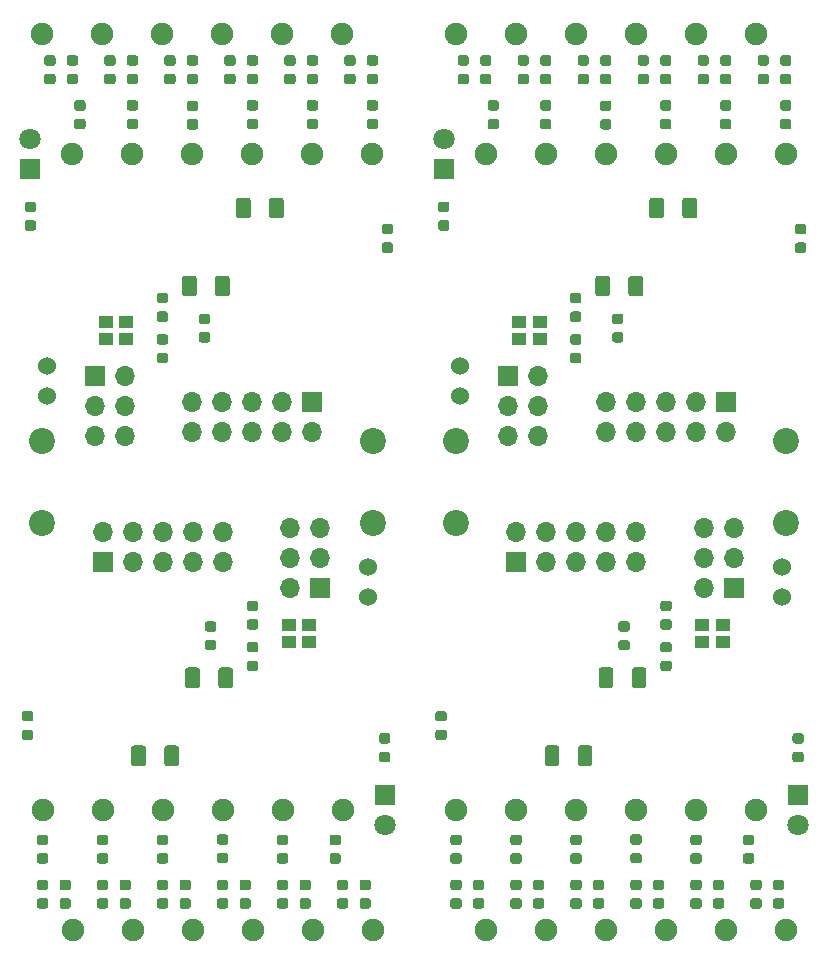
<source format=gbs>
G04 #@! TF.GenerationSoftware,KiCad,Pcbnew,(5.1.5)-3*
G04 #@! TF.CreationDate,2020-06-27T14:29:51+02:00*
G04 #@! TF.ProjectId,REM-MM_4,52454d2d-4d4d-45f3-942e-6b696361645f,V1.0*
G04 #@! TF.SameCoordinates,Original*
G04 #@! TF.FileFunction,Soldermask,Bot*
G04 #@! TF.FilePolarity,Negative*
%FSLAX46Y46*%
G04 Gerber Fmt 4.6, Leading zero omitted, Abs format (unit mm)*
G04 Created by KiCad (PCBNEW (5.1.5)-3) date 2020-06-27 14:29:51*
%MOMM*%
%LPD*%
G04 APERTURE LIST*
%ADD10C,1.524000*%
%ADD11C,2.200000*%
%ADD12C,1.800000*%
%ADD13R,1.800000X1.800000*%
%ADD14C,1.905000*%
%ADD15O,1.700000X1.700000*%
%ADD16R,1.700000X1.700000*%
%ADD17C,0.100000*%
%ADD18R,1.150000X1.000000*%
G04 APERTURE END LIST*
D10*
X164889000Y-74221000D03*
X164889000Y-76761000D03*
D11*
X164500000Y-80500000D03*
X192500000Y-80500000D03*
D12*
X163500000Y-54960000D03*
D13*
X163500000Y-57500000D03*
D14*
X192460000Y-56240000D03*
X189920000Y-46080000D03*
X187380000Y-56240000D03*
X184840000Y-46080000D03*
X182300000Y-56240000D03*
X179760000Y-46080000D03*
X177220000Y-56240000D03*
X174680000Y-46080000D03*
X172140000Y-56240000D03*
X169600000Y-46080000D03*
X167060000Y-56240000D03*
X164520000Y-46080000D03*
D15*
X177220000Y-79735000D03*
X177220000Y-77195000D03*
X179760000Y-79735000D03*
X179760000Y-77195000D03*
X182300000Y-79735000D03*
X182300000Y-77195000D03*
X184840000Y-79735000D03*
X184840000Y-77195000D03*
X187380000Y-79735000D03*
D16*
X187380000Y-77195000D03*
D17*
G36*
X165432691Y-49453553D02*
G01*
X165453926Y-49456703D01*
X165474750Y-49461919D01*
X165494962Y-49469151D01*
X165514368Y-49478330D01*
X165532781Y-49489366D01*
X165550024Y-49502154D01*
X165565930Y-49516570D01*
X165580346Y-49532476D01*
X165593134Y-49549719D01*
X165604170Y-49568132D01*
X165613349Y-49587538D01*
X165620581Y-49607750D01*
X165625797Y-49628574D01*
X165628947Y-49649809D01*
X165630000Y-49671250D01*
X165630000Y-50108750D01*
X165628947Y-50130191D01*
X165625797Y-50151426D01*
X165620581Y-50172250D01*
X165613349Y-50192462D01*
X165604170Y-50211868D01*
X165593134Y-50230281D01*
X165580346Y-50247524D01*
X165565930Y-50263430D01*
X165550024Y-50277846D01*
X165532781Y-50290634D01*
X165514368Y-50301670D01*
X165494962Y-50310849D01*
X165474750Y-50318081D01*
X165453926Y-50323297D01*
X165432691Y-50326447D01*
X165411250Y-50327500D01*
X164898750Y-50327500D01*
X164877309Y-50326447D01*
X164856074Y-50323297D01*
X164835250Y-50318081D01*
X164815038Y-50310849D01*
X164795632Y-50301670D01*
X164777219Y-50290634D01*
X164759976Y-50277846D01*
X164744070Y-50263430D01*
X164729654Y-50247524D01*
X164716866Y-50230281D01*
X164705830Y-50211868D01*
X164696651Y-50192462D01*
X164689419Y-50172250D01*
X164684203Y-50151426D01*
X164681053Y-50130191D01*
X164680000Y-50108750D01*
X164680000Y-49671250D01*
X164681053Y-49649809D01*
X164684203Y-49628574D01*
X164689419Y-49607750D01*
X164696651Y-49587538D01*
X164705830Y-49568132D01*
X164716866Y-49549719D01*
X164729654Y-49532476D01*
X164744070Y-49516570D01*
X164759976Y-49502154D01*
X164777219Y-49489366D01*
X164795632Y-49478330D01*
X164815038Y-49469151D01*
X164835250Y-49461919D01*
X164856074Y-49456703D01*
X164877309Y-49453553D01*
X164898750Y-49452500D01*
X165411250Y-49452500D01*
X165432691Y-49453553D01*
G37*
G36*
X165432691Y-47878553D02*
G01*
X165453926Y-47881703D01*
X165474750Y-47886919D01*
X165494962Y-47894151D01*
X165514368Y-47903330D01*
X165532781Y-47914366D01*
X165550024Y-47927154D01*
X165565930Y-47941570D01*
X165580346Y-47957476D01*
X165593134Y-47974719D01*
X165604170Y-47993132D01*
X165613349Y-48012538D01*
X165620581Y-48032750D01*
X165625797Y-48053574D01*
X165628947Y-48074809D01*
X165630000Y-48096250D01*
X165630000Y-48533750D01*
X165628947Y-48555191D01*
X165625797Y-48576426D01*
X165620581Y-48597250D01*
X165613349Y-48617462D01*
X165604170Y-48636868D01*
X165593134Y-48655281D01*
X165580346Y-48672524D01*
X165565930Y-48688430D01*
X165550024Y-48702846D01*
X165532781Y-48715634D01*
X165514368Y-48726670D01*
X165494962Y-48735849D01*
X165474750Y-48743081D01*
X165453926Y-48748297D01*
X165432691Y-48751447D01*
X165411250Y-48752500D01*
X164898750Y-48752500D01*
X164877309Y-48751447D01*
X164856074Y-48748297D01*
X164835250Y-48743081D01*
X164815038Y-48735849D01*
X164795632Y-48726670D01*
X164777219Y-48715634D01*
X164759976Y-48702846D01*
X164744070Y-48688430D01*
X164729654Y-48672524D01*
X164716866Y-48655281D01*
X164705830Y-48636868D01*
X164696651Y-48617462D01*
X164689419Y-48597250D01*
X164684203Y-48576426D01*
X164681053Y-48555191D01*
X164680000Y-48533750D01*
X164680000Y-48096250D01*
X164681053Y-48074809D01*
X164684203Y-48053574D01*
X164689419Y-48032750D01*
X164696651Y-48012538D01*
X164705830Y-47993132D01*
X164716866Y-47974719D01*
X164729654Y-47957476D01*
X164744070Y-47941570D01*
X164759976Y-47927154D01*
X164777219Y-47914366D01*
X164795632Y-47903330D01*
X164815038Y-47894151D01*
X164835250Y-47886919D01*
X164856074Y-47881703D01*
X164877309Y-47878553D01*
X164898750Y-47877500D01*
X165411250Y-47877500D01*
X165432691Y-47878553D01*
G37*
G36*
X163777691Y-60276053D02*
G01*
X163798926Y-60279203D01*
X163819750Y-60284419D01*
X163839962Y-60291651D01*
X163859368Y-60300830D01*
X163877781Y-60311866D01*
X163895024Y-60324654D01*
X163910930Y-60339070D01*
X163925346Y-60354976D01*
X163938134Y-60372219D01*
X163949170Y-60390632D01*
X163958349Y-60410038D01*
X163965581Y-60430250D01*
X163970797Y-60451074D01*
X163973947Y-60472309D01*
X163975000Y-60493750D01*
X163975000Y-60931250D01*
X163973947Y-60952691D01*
X163970797Y-60973926D01*
X163965581Y-60994750D01*
X163958349Y-61014962D01*
X163949170Y-61034368D01*
X163938134Y-61052781D01*
X163925346Y-61070024D01*
X163910930Y-61085930D01*
X163895024Y-61100346D01*
X163877781Y-61113134D01*
X163859368Y-61124170D01*
X163839962Y-61133349D01*
X163819750Y-61140581D01*
X163798926Y-61145797D01*
X163777691Y-61148947D01*
X163756250Y-61150000D01*
X163243750Y-61150000D01*
X163222309Y-61148947D01*
X163201074Y-61145797D01*
X163180250Y-61140581D01*
X163160038Y-61133349D01*
X163140632Y-61124170D01*
X163122219Y-61113134D01*
X163104976Y-61100346D01*
X163089070Y-61085930D01*
X163074654Y-61070024D01*
X163061866Y-61052781D01*
X163050830Y-61034368D01*
X163041651Y-61014962D01*
X163034419Y-60994750D01*
X163029203Y-60973926D01*
X163026053Y-60952691D01*
X163025000Y-60931250D01*
X163025000Y-60493750D01*
X163026053Y-60472309D01*
X163029203Y-60451074D01*
X163034419Y-60430250D01*
X163041651Y-60410038D01*
X163050830Y-60390632D01*
X163061866Y-60372219D01*
X163074654Y-60354976D01*
X163089070Y-60339070D01*
X163104976Y-60324654D01*
X163122219Y-60311866D01*
X163140632Y-60300830D01*
X163160038Y-60291651D01*
X163180250Y-60284419D01*
X163201074Y-60279203D01*
X163222309Y-60276053D01*
X163243750Y-60275000D01*
X163756250Y-60275000D01*
X163777691Y-60276053D01*
G37*
G36*
X163777691Y-61851053D02*
G01*
X163798926Y-61854203D01*
X163819750Y-61859419D01*
X163839962Y-61866651D01*
X163859368Y-61875830D01*
X163877781Y-61886866D01*
X163895024Y-61899654D01*
X163910930Y-61914070D01*
X163925346Y-61929976D01*
X163938134Y-61947219D01*
X163949170Y-61965632D01*
X163958349Y-61985038D01*
X163965581Y-62005250D01*
X163970797Y-62026074D01*
X163973947Y-62047309D01*
X163975000Y-62068750D01*
X163975000Y-62506250D01*
X163973947Y-62527691D01*
X163970797Y-62548926D01*
X163965581Y-62569750D01*
X163958349Y-62589962D01*
X163949170Y-62609368D01*
X163938134Y-62627781D01*
X163925346Y-62645024D01*
X163910930Y-62660930D01*
X163895024Y-62675346D01*
X163877781Y-62688134D01*
X163859368Y-62699170D01*
X163839962Y-62708349D01*
X163819750Y-62715581D01*
X163798926Y-62720797D01*
X163777691Y-62723947D01*
X163756250Y-62725000D01*
X163243750Y-62725000D01*
X163222309Y-62723947D01*
X163201074Y-62720797D01*
X163180250Y-62715581D01*
X163160038Y-62708349D01*
X163140632Y-62699170D01*
X163122219Y-62688134D01*
X163104976Y-62675346D01*
X163089070Y-62660930D01*
X163074654Y-62645024D01*
X163061866Y-62627781D01*
X163050830Y-62609368D01*
X163041651Y-62589962D01*
X163034419Y-62569750D01*
X163029203Y-62548926D01*
X163026053Y-62527691D01*
X163025000Y-62506250D01*
X163025000Y-62068750D01*
X163026053Y-62047309D01*
X163029203Y-62026074D01*
X163034419Y-62005250D01*
X163041651Y-61985038D01*
X163050830Y-61965632D01*
X163061866Y-61947219D01*
X163074654Y-61929976D01*
X163089070Y-61914070D01*
X163104976Y-61899654D01*
X163122219Y-61886866D01*
X163140632Y-61875830D01*
X163160038Y-61866651D01*
X163180250Y-61859419D01*
X163201074Y-61854203D01*
X163222309Y-61851053D01*
X163243750Y-61850000D01*
X163756250Y-61850000D01*
X163777691Y-61851053D01*
G37*
G36*
X170512691Y-49453553D02*
G01*
X170533926Y-49456703D01*
X170554750Y-49461919D01*
X170574962Y-49469151D01*
X170594368Y-49478330D01*
X170612781Y-49489366D01*
X170630024Y-49502154D01*
X170645930Y-49516570D01*
X170660346Y-49532476D01*
X170673134Y-49549719D01*
X170684170Y-49568132D01*
X170693349Y-49587538D01*
X170700581Y-49607750D01*
X170705797Y-49628574D01*
X170708947Y-49649809D01*
X170710000Y-49671250D01*
X170710000Y-50108750D01*
X170708947Y-50130191D01*
X170705797Y-50151426D01*
X170700581Y-50172250D01*
X170693349Y-50192462D01*
X170684170Y-50211868D01*
X170673134Y-50230281D01*
X170660346Y-50247524D01*
X170645930Y-50263430D01*
X170630024Y-50277846D01*
X170612781Y-50290634D01*
X170594368Y-50301670D01*
X170574962Y-50310849D01*
X170554750Y-50318081D01*
X170533926Y-50323297D01*
X170512691Y-50326447D01*
X170491250Y-50327500D01*
X169978750Y-50327500D01*
X169957309Y-50326447D01*
X169936074Y-50323297D01*
X169915250Y-50318081D01*
X169895038Y-50310849D01*
X169875632Y-50301670D01*
X169857219Y-50290634D01*
X169839976Y-50277846D01*
X169824070Y-50263430D01*
X169809654Y-50247524D01*
X169796866Y-50230281D01*
X169785830Y-50211868D01*
X169776651Y-50192462D01*
X169769419Y-50172250D01*
X169764203Y-50151426D01*
X169761053Y-50130191D01*
X169760000Y-50108750D01*
X169760000Y-49671250D01*
X169761053Y-49649809D01*
X169764203Y-49628574D01*
X169769419Y-49607750D01*
X169776651Y-49587538D01*
X169785830Y-49568132D01*
X169796866Y-49549719D01*
X169809654Y-49532476D01*
X169824070Y-49516570D01*
X169839976Y-49502154D01*
X169857219Y-49489366D01*
X169875632Y-49478330D01*
X169895038Y-49469151D01*
X169915250Y-49461919D01*
X169936074Y-49456703D01*
X169957309Y-49453553D01*
X169978750Y-49452500D01*
X170491250Y-49452500D01*
X170512691Y-49453553D01*
G37*
G36*
X170512691Y-47878553D02*
G01*
X170533926Y-47881703D01*
X170554750Y-47886919D01*
X170574962Y-47894151D01*
X170594368Y-47903330D01*
X170612781Y-47914366D01*
X170630024Y-47927154D01*
X170645930Y-47941570D01*
X170660346Y-47957476D01*
X170673134Y-47974719D01*
X170684170Y-47993132D01*
X170693349Y-48012538D01*
X170700581Y-48032750D01*
X170705797Y-48053574D01*
X170708947Y-48074809D01*
X170710000Y-48096250D01*
X170710000Y-48533750D01*
X170708947Y-48555191D01*
X170705797Y-48576426D01*
X170700581Y-48597250D01*
X170693349Y-48617462D01*
X170684170Y-48636868D01*
X170673134Y-48655281D01*
X170660346Y-48672524D01*
X170645930Y-48688430D01*
X170630024Y-48702846D01*
X170612781Y-48715634D01*
X170594368Y-48726670D01*
X170574962Y-48735849D01*
X170554750Y-48743081D01*
X170533926Y-48748297D01*
X170512691Y-48751447D01*
X170491250Y-48752500D01*
X169978750Y-48752500D01*
X169957309Y-48751447D01*
X169936074Y-48748297D01*
X169915250Y-48743081D01*
X169895038Y-48735849D01*
X169875632Y-48726670D01*
X169857219Y-48715634D01*
X169839976Y-48702846D01*
X169824070Y-48688430D01*
X169809654Y-48672524D01*
X169796866Y-48655281D01*
X169785830Y-48636868D01*
X169776651Y-48617462D01*
X169769419Y-48597250D01*
X169764203Y-48576426D01*
X169761053Y-48555191D01*
X169760000Y-48533750D01*
X169760000Y-48096250D01*
X169761053Y-48074809D01*
X169764203Y-48053574D01*
X169769419Y-48032750D01*
X169776651Y-48012538D01*
X169785830Y-47993132D01*
X169796866Y-47974719D01*
X169809654Y-47957476D01*
X169824070Y-47941570D01*
X169839976Y-47927154D01*
X169857219Y-47914366D01*
X169875632Y-47903330D01*
X169895038Y-47894151D01*
X169915250Y-47886919D01*
X169936074Y-47881703D01*
X169957309Y-47878553D01*
X169978750Y-47877500D01*
X170491250Y-47877500D01*
X170512691Y-47878553D01*
G37*
D15*
X171505000Y-80116000D03*
X168965000Y-80116000D03*
X171505000Y-77576000D03*
X168965000Y-77576000D03*
X171505000Y-75036000D03*
D16*
X168965000Y-75036000D03*
D17*
G36*
X177497691Y-53289053D02*
G01*
X177518926Y-53292203D01*
X177539750Y-53297419D01*
X177559962Y-53304651D01*
X177579368Y-53313830D01*
X177597781Y-53324866D01*
X177615024Y-53337654D01*
X177630930Y-53352070D01*
X177645346Y-53367976D01*
X177658134Y-53385219D01*
X177669170Y-53403632D01*
X177678349Y-53423038D01*
X177685581Y-53443250D01*
X177690797Y-53464074D01*
X177693947Y-53485309D01*
X177695000Y-53506750D01*
X177695000Y-53944250D01*
X177693947Y-53965691D01*
X177690797Y-53986926D01*
X177685581Y-54007750D01*
X177678349Y-54027962D01*
X177669170Y-54047368D01*
X177658134Y-54065781D01*
X177645346Y-54083024D01*
X177630930Y-54098930D01*
X177615024Y-54113346D01*
X177597781Y-54126134D01*
X177579368Y-54137170D01*
X177559962Y-54146349D01*
X177539750Y-54153581D01*
X177518926Y-54158797D01*
X177497691Y-54161947D01*
X177476250Y-54163000D01*
X176963750Y-54163000D01*
X176942309Y-54161947D01*
X176921074Y-54158797D01*
X176900250Y-54153581D01*
X176880038Y-54146349D01*
X176860632Y-54137170D01*
X176842219Y-54126134D01*
X176824976Y-54113346D01*
X176809070Y-54098930D01*
X176794654Y-54083024D01*
X176781866Y-54065781D01*
X176770830Y-54047368D01*
X176761651Y-54027962D01*
X176754419Y-54007750D01*
X176749203Y-53986926D01*
X176746053Y-53965691D01*
X176745000Y-53944250D01*
X176745000Y-53506750D01*
X176746053Y-53485309D01*
X176749203Y-53464074D01*
X176754419Y-53443250D01*
X176761651Y-53423038D01*
X176770830Y-53403632D01*
X176781866Y-53385219D01*
X176794654Y-53367976D01*
X176809070Y-53352070D01*
X176824976Y-53337654D01*
X176842219Y-53324866D01*
X176860632Y-53313830D01*
X176880038Y-53304651D01*
X176900250Y-53297419D01*
X176921074Y-53292203D01*
X176942309Y-53289053D01*
X176963750Y-53288000D01*
X177476250Y-53288000D01*
X177497691Y-53289053D01*
G37*
G36*
X177497691Y-51714053D02*
G01*
X177518926Y-51717203D01*
X177539750Y-51722419D01*
X177559962Y-51729651D01*
X177579368Y-51738830D01*
X177597781Y-51749866D01*
X177615024Y-51762654D01*
X177630930Y-51777070D01*
X177645346Y-51792976D01*
X177658134Y-51810219D01*
X177669170Y-51828632D01*
X177678349Y-51848038D01*
X177685581Y-51868250D01*
X177690797Y-51889074D01*
X177693947Y-51910309D01*
X177695000Y-51931750D01*
X177695000Y-52369250D01*
X177693947Y-52390691D01*
X177690797Y-52411926D01*
X177685581Y-52432750D01*
X177678349Y-52452962D01*
X177669170Y-52472368D01*
X177658134Y-52490781D01*
X177645346Y-52508024D01*
X177630930Y-52523930D01*
X177615024Y-52538346D01*
X177597781Y-52551134D01*
X177579368Y-52562170D01*
X177559962Y-52571349D01*
X177539750Y-52578581D01*
X177518926Y-52583797D01*
X177497691Y-52586947D01*
X177476250Y-52588000D01*
X176963750Y-52588000D01*
X176942309Y-52586947D01*
X176921074Y-52583797D01*
X176900250Y-52578581D01*
X176880038Y-52571349D01*
X176860632Y-52562170D01*
X176842219Y-52551134D01*
X176824976Y-52538346D01*
X176809070Y-52523930D01*
X176794654Y-52508024D01*
X176781866Y-52490781D01*
X176770830Y-52472368D01*
X176761651Y-52452962D01*
X176754419Y-52432750D01*
X176749203Y-52411926D01*
X176746053Y-52390691D01*
X176745000Y-52369250D01*
X176745000Y-51931750D01*
X176746053Y-51910309D01*
X176749203Y-51889074D01*
X176754419Y-51868250D01*
X176761651Y-51848038D01*
X176770830Y-51828632D01*
X176781866Y-51810219D01*
X176794654Y-51792976D01*
X176809070Y-51777070D01*
X176824976Y-51762654D01*
X176842219Y-51749866D01*
X176860632Y-51738830D01*
X176880038Y-51729651D01*
X176900250Y-51722419D01*
X176921074Y-51717203D01*
X176942309Y-51714053D01*
X176963750Y-51713000D01*
X177476250Y-51713000D01*
X177497691Y-51714053D01*
G37*
G36*
X180672691Y-49453553D02*
G01*
X180693926Y-49456703D01*
X180714750Y-49461919D01*
X180734962Y-49469151D01*
X180754368Y-49478330D01*
X180772781Y-49489366D01*
X180790024Y-49502154D01*
X180805930Y-49516570D01*
X180820346Y-49532476D01*
X180833134Y-49549719D01*
X180844170Y-49568132D01*
X180853349Y-49587538D01*
X180860581Y-49607750D01*
X180865797Y-49628574D01*
X180868947Y-49649809D01*
X180870000Y-49671250D01*
X180870000Y-50108750D01*
X180868947Y-50130191D01*
X180865797Y-50151426D01*
X180860581Y-50172250D01*
X180853349Y-50192462D01*
X180844170Y-50211868D01*
X180833134Y-50230281D01*
X180820346Y-50247524D01*
X180805930Y-50263430D01*
X180790024Y-50277846D01*
X180772781Y-50290634D01*
X180754368Y-50301670D01*
X180734962Y-50310849D01*
X180714750Y-50318081D01*
X180693926Y-50323297D01*
X180672691Y-50326447D01*
X180651250Y-50327500D01*
X180138750Y-50327500D01*
X180117309Y-50326447D01*
X180096074Y-50323297D01*
X180075250Y-50318081D01*
X180055038Y-50310849D01*
X180035632Y-50301670D01*
X180017219Y-50290634D01*
X179999976Y-50277846D01*
X179984070Y-50263430D01*
X179969654Y-50247524D01*
X179956866Y-50230281D01*
X179945830Y-50211868D01*
X179936651Y-50192462D01*
X179929419Y-50172250D01*
X179924203Y-50151426D01*
X179921053Y-50130191D01*
X179920000Y-50108750D01*
X179920000Y-49671250D01*
X179921053Y-49649809D01*
X179924203Y-49628574D01*
X179929419Y-49607750D01*
X179936651Y-49587538D01*
X179945830Y-49568132D01*
X179956866Y-49549719D01*
X179969654Y-49532476D01*
X179984070Y-49516570D01*
X179999976Y-49502154D01*
X180017219Y-49489366D01*
X180035632Y-49478330D01*
X180055038Y-49469151D01*
X180075250Y-49461919D01*
X180096074Y-49456703D01*
X180117309Y-49453553D01*
X180138750Y-49452500D01*
X180651250Y-49452500D01*
X180672691Y-49453553D01*
G37*
G36*
X180672691Y-47878553D02*
G01*
X180693926Y-47881703D01*
X180714750Y-47886919D01*
X180734962Y-47894151D01*
X180754368Y-47903330D01*
X180772781Y-47914366D01*
X180790024Y-47927154D01*
X180805930Y-47941570D01*
X180820346Y-47957476D01*
X180833134Y-47974719D01*
X180844170Y-47993132D01*
X180853349Y-48012538D01*
X180860581Y-48032750D01*
X180865797Y-48053574D01*
X180868947Y-48074809D01*
X180870000Y-48096250D01*
X180870000Y-48533750D01*
X180868947Y-48555191D01*
X180865797Y-48576426D01*
X180860581Y-48597250D01*
X180853349Y-48617462D01*
X180844170Y-48636868D01*
X180833134Y-48655281D01*
X180820346Y-48672524D01*
X180805930Y-48688430D01*
X180790024Y-48702846D01*
X180772781Y-48715634D01*
X180754368Y-48726670D01*
X180734962Y-48735849D01*
X180714750Y-48743081D01*
X180693926Y-48748297D01*
X180672691Y-48751447D01*
X180651250Y-48752500D01*
X180138750Y-48752500D01*
X180117309Y-48751447D01*
X180096074Y-48748297D01*
X180075250Y-48743081D01*
X180055038Y-48735849D01*
X180035632Y-48726670D01*
X180017219Y-48715634D01*
X179999976Y-48702846D01*
X179984070Y-48688430D01*
X179969654Y-48672524D01*
X179956866Y-48655281D01*
X179945830Y-48636868D01*
X179936651Y-48617462D01*
X179929419Y-48597250D01*
X179924203Y-48576426D01*
X179921053Y-48555191D01*
X179920000Y-48533750D01*
X179920000Y-48096250D01*
X179921053Y-48074809D01*
X179924203Y-48053574D01*
X179929419Y-48032750D01*
X179936651Y-48012538D01*
X179945830Y-47993132D01*
X179956866Y-47974719D01*
X179969654Y-47957476D01*
X179984070Y-47941570D01*
X179999976Y-47927154D01*
X180017219Y-47914366D01*
X180035632Y-47903330D01*
X180055038Y-47894151D01*
X180075250Y-47886919D01*
X180096074Y-47881703D01*
X180117309Y-47878553D01*
X180138750Y-47877500D01*
X180651250Y-47877500D01*
X180672691Y-47878553D01*
G37*
G36*
X192737691Y-53263553D02*
G01*
X192758926Y-53266703D01*
X192779750Y-53271919D01*
X192799962Y-53279151D01*
X192819368Y-53288330D01*
X192837781Y-53299366D01*
X192855024Y-53312154D01*
X192870930Y-53326570D01*
X192885346Y-53342476D01*
X192898134Y-53359719D01*
X192909170Y-53378132D01*
X192918349Y-53397538D01*
X192925581Y-53417750D01*
X192930797Y-53438574D01*
X192933947Y-53459809D01*
X192935000Y-53481250D01*
X192935000Y-53918750D01*
X192933947Y-53940191D01*
X192930797Y-53961426D01*
X192925581Y-53982250D01*
X192918349Y-54002462D01*
X192909170Y-54021868D01*
X192898134Y-54040281D01*
X192885346Y-54057524D01*
X192870930Y-54073430D01*
X192855024Y-54087846D01*
X192837781Y-54100634D01*
X192819368Y-54111670D01*
X192799962Y-54120849D01*
X192779750Y-54128081D01*
X192758926Y-54133297D01*
X192737691Y-54136447D01*
X192716250Y-54137500D01*
X192203750Y-54137500D01*
X192182309Y-54136447D01*
X192161074Y-54133297D01*
X192140250Y-54128081D01*
X192120038Y-54120849D01*
X192100632Y-54111670D01*
X192082219Y-54100634D01*
X192064976Y-54087846D01*
X192049070Y-54073430D01*
X192034654Y-54057524D01*
X192021866Y-54040281D01*
X192010830Y-54021868D01*
X192001651Y-54002462D01*
X191994419Y-53982250D01*
X191989203Y-53961426D01*
X191986053Y-53940191D01*
X191985000Y-53918750D01*
X191985000Y-53481250D01*
X191986053Y-53459809D01*
X191989203Y-53438574D01*
X191994419Y-53417750D01*
X192001651Y-53397538D01*
X192010830Y-53378132D01*
X192021866Y-53359719D01*
X192034654Y-53342476D01*
X192049070Y-53326570D01*
X192064976Y-53312154D01*
X192082219Y-53299366D01*
X192100632Y-53288330D01*
X192120038Y-53279151D01*
X192140250Y-53271919D01*
X192161074Y-53266703D01*
X192182309Y-53263553D01*
X192203750Y-53262500D01*
X192716250Y-53262500D01*
X192737691Y-53263553D01*
G37*
G36*
X192737691Y-51688553D02*
G01*
X192758926Y-51691703D01*
X192779750Y-51696919D01*
X192799962Y-51704151D01*
X192819368Y-51713330D01*
X192837781Y-51724366D01*
X192855024Y-51737154D01*
X192870930Y-51751570D01*
X192885346Y-51767476D01*
X192898134Y-51784719D01*
X192909170Y-51803132D01*
X192918349Y-51822538D01*
X192925581Y-51842750D01*
X192930797Y-51863574D01*
X192933947Y-51884809D01*
X192935000Y-51906250D01*
X192935000Y-52343750D01*
X192933947Y-52365191D01*
X192930797Y-52386426D01*
X192925581Y-52407250D01*
X192918349Y-52427462D01*
X192909170Y-52446868D01*
X192898134Y-52465281D01*
X192885346Y-52482524D01*
X192870930Y-52498430D01*
X192855024Y-52512846D01*
X192837781Y-52525634D01*
X192819368Y-52536670D01*
X192799962Y-52545849D01*
X192779750Y-52553081D01*
X192758926Y-52558297D01*
X192737691Y-52561447D01*
X192716250Y-52562500D01*
X192203750Y-52562500D01*
X192182309Y-52561447D01*
X192161074Y-52558297D01*
X192140250Y-52553081D01*
X192120038Y-52545849D01*
X192100632Y-52536670D01*
X192082219Y-52525634D01*
X192064976Y-52512846D01*
X192049070Y-52498430D01*
X192034654Y-52482524D01*
X192021866Y-52465281D01*
X192010830Y-52446868D01*
X192001651Y-52427462D01*
X191994419Y-52407250D01*
X191989203Y-52386426D01*
X191986053Y-52365191D01*
X191985000Y-52343750D01*
X191985000Y-51906250D01*
X191986053Y-51884809D01*
X191989203Y-51863574D01*
X191994419Y-51842750D01*
X192001651Y-51822538D01*
X192010830Y-51803132D01*
X192021866Y-51784719D01*
X192034654Y-51767476D01*
X192049070Y-51751570D01*
X192064976Y-51737154D01*
X192082219Y-51724366D01*
X192100632Y-51713330D01*
X192120038Y-51704151D01*
X192140250Y-51696919D01*
X192161074Y-51691703D01*
X192182309Y-51688553D01*
X192203750Y-51687500D01*
X192716250Y-51687500D01*
X192737691Y-51688553D01*
G37*
G36*
X185752691Y-49453553D02*
G01*
X185773926Y-49456703D01*
X185794750Y-49461919D01*
X185814962Y-49469151D01*
X185834368Y-49478330D01*
X185852781Y-49489366D01*
X185870024Y-49502154D01*
X185885930Y-49516570D01*
X185900346Y-49532476D01*
X185913134Y-49549719D01*
X185924170Y-49568132D01*
X185933349Y-49587538D01*
X185940581Y-49607750D01*
X185945797Y-49628574D01*
X185948947Y-49649809D01*
X185950000Y-49671250D01*
X185950000Y-50108750D01*
X185948947Y-50130191D01*
X185945797Y-50151426D01*
X185940581Y-50172250D01*
X185933349Y-50192462D01*
X185924170Y-50211868D01*
X185913134Y-50230281D01*
X185900346Y-50247524D01*
X185885930Y-50263430D01*
X185870024Y-50277846D01*
X185852781Y-50290634D01*
X185834368Y-50301670D01*
X185814962Y-50310849D01*
X185794750Y-50318081D01*
X185773926Y-50323297D01*
X185752691Y-50326447D01*
X185731250Y-50327500D01*
X185218750Y-50327500D01*
X185197309Y-50326447D01*
X185176074Y-50323297D01*
X185155250Y-50318081D01*
X185135038Y-50310849D01*
X185115632Y-50301670D01*
X185097219Y-50290634D01*
X185079976Y-50277846D01*
X185064070Y-50263430D01*
X185049654Y-50247524D01*
X185036866Y-50230281D01*
X185025830Y-50211868D01*
X185016651Y-50192462D01*
X185009419Y-50172250D01*
X185004203Y-50151426D01*
X185001053Y-50130191D01*
X185000000Y-50108750D01*
X185000000Y-49671250D01*
X185001053Y-49649809D01*
X185004203Y-49628574D01*
X185009419Y-49607750D01*
X185016651Y-49587538D01*
X185025830Y-49568132D01*
X185036866Y-49549719D01*
X185049654Y-49532476D01*
X185064070Y-49516570D01*
X185079976Y-49502154D01*
X185097219Y-49489366D01*
X185115632Y-49478330D01*
X185135038Y-49469151D01*
X185155250Y-49461919D01*
X185176074Y-49456703D01*
X185197309Y-49453553D01*
X185218750Y-49452500D01*
X185731250Y-49452500D01*
X185752691Y-49453553D01*
G37*
G36*
X185752691Y-47878553D02*
G01*
X185773926Y-47881703D01*
X185794750Y-47886919D01*
X185814962Y-47894151D01*
X185834368Y-47903330D01*
X185852781Y-47914366D01*
X185870024Y-47927154D01*
X185885930Y-47941570D01*
X185900346Y-47957476D01*
X185913134Y-47974719D01*
X185924170Y-47993132D01*
X185933349Y-48012538D01*
X185940581Y-48032750D01*
X185945797Y-48053574D01*
X185948947Y-48074809D01*
X185950000Y-48096250D01*
X185950000Y-48533750D01*
X185948947Y-48555191D01*
X185945797Y-48576426D01*
X185940581Y-48597250D01*
X185933349Y-48617462D01*
X185924170Y-48636868D01*
X185913134Y-48655281D01*
X185900346Y-48672524D01*
X185885930Y-48688430D01*
X185870024Y-48702846D01*
X185852781Y-48715634D01*
X185834368Y-48726670D01*
X185814962Y-48735849D01*
X185794750Y-48743081D01*
X185773926Y-48748297D01*
X185752691Y-48751447D01*
X185731250Y-48752500D01*
X185218750Y-48752500D01*
X185197309Y-48751447D01*
X185176074Y-48748297D01*
X185155250Y-48743081D01*
X185135038Y-48735849D01*
X185115632Y-48726670D01*
X185097219Y-48715634D01*
X185079976Y-48702846D01*
X185064070Y-48688430D01*
X185049654Y-48672524D01*
X185036866Y-48655281D01*
X185025830Y-48636868D01*
X185016651Y-48617462D01*
X185009419Y-48597250D01*
X185004203Y-48576426D01*
X185001053Y-48555191D01*
X185000000Y-48533750D01*
X185000000Y-48096250D01*
X185001053Y-48074809D01*
X185004203Y-48053574D01*
X185009419Y-48032750D01*
X185016651Y-48012538D01*
X185025830Y-47993132D01*
X185036866Y-47974719D01*
X185049654Y-47957476D01*
X185064070Y-47941570D01*
X185079976Y-47927154D01*
X185097219Y-47914366D01*
X185115632Y-47903330D01*
X185135038Y-47894151D01*
X185155250Y-47886919D01*
X185176074Y-47881703D01*
X185197309Y-47878553D01*
X185218750Y-47877500D01*
X185731250Y-47877500D01*
X185752691Y-47878553D01*
G37*
D18*
X171632000Y-70464000D03*
X169882000Y-70464000D03*
X169882000Y-71864000D03*
X171632000Y-71864000D03*
D17*
G36*
X187657691Y-53263553D02*
G01*
X187678926Y-53266703D01*
X187699750Y-53271919D01*
X187719962Y-53279151D01*
X187739368Y-53288330D01*
X187757781Y-53299366D01*
X187775024Y-53312154D01*
X187790930Y-53326570D01*
X187805346Y-53342476D01*
X187818134Y-53359719D01*
X187829170Y-53378132D01*
X187838349Y-53397538D01*
X187845581Y-53417750D01*
X187850797Y-53438574D01*
X187853947Y-53459809D01*
X187855000Y-53481250D01*
X187855000Y-53918750D01*
X187853947Y-53940191D01*
X187850797Y-53961426D01*
X187845581Y-53982250D01*
X187838349Y-54002462D01*
X187829170Y-54021868D01*
X187818134Y-54040281D01*
X187805346Y-54057524D01*
X187790930Y-54073430D01*
X187775024Y-54087846D01*
X187757781Y-54100634D01*
X187739368Y-54111670D01*
X187719962Y-54120849D01*
X187699750Y-54128081D01*
X187678926Y-54133297D01*
X187657691Y-54136447D01*
X187636250Y-54137500D01*
X187123750Y-54137500D01*
X187102309Y-54136447D01*
X187081074Y-54133297D01*
X187060250Y-54128081D01*
X187040038Y-54120849D01*
X187020632Y-54111670D01*
X187002219Y-54100634D01*
X186984976Y-54087846D01*
X186969070Y-54073430D01*
X186954654Y-54057524D01*
X186941866Y-54040281D01*
X186930830Y-54021868D01*
X186921651Y-54002462D01*
X186914419Y-53982250D01*
X186909203Y-53961426D01*
X186906053Y-53940191D01*
X186905000Y-53918750D01*
X186905000Y-53481250D01*
X186906053Y-53459809D01*
X186909203Y-53438574D01*
X186914419Y-53417750D01*
X186921651Y-53397538D01*
X186930830Y-53378132D01*
X186941866Y-53359719D01*
X186954654Y-53342476D01*
X186969070Y-53326570D01*
X186984976Y-53312154D01*
X187002219Y-53299366D01*
X187020632Y-53288330D01*
X187040038Y-53279151D01*
X187060250Y-53271919D01*
X187081074Y-53266703D01*
X187102309Y-53263553D01*
X187123750Y-53262500D01*
X187636250Y-53262500D01*
X187657691Y-53263553D01*
G37*
G36*
X187657691Y-51688553D02*
G01*
X187678926Y-51691703D01*
X187699750Y-51696919D01*
X187719962Y-51704151D01*
X187739368Y-51713330D01*
X187757781Y-51724366D01*
X187775024Y-51737154D01*
X187790930Y-51751570D01*
X187805346Y-51767476D01*
X187818134Y-51784719D01*
X187829170Y-51803132D01*
X187838349Y-51822538D01*
X187845581Y-51842750D01*
X187850797Y-51863574D01*
X187853947Y-51884809D01*
X187855000Y-51906250D01*
X187855000Y-52343750D01*
X187853947Y-52365191D01*
X187850797Y-52386426D01*
X187845581Y-52407250D01*
X187838349Y-52427462D01*
X187829170Y-52446868D01*
X187818134Y-52465281D01*
X187805346Y-52482524D01*
X187790930Y-52498430D01*
X187775024Y-52512846D01*
X187757781Y-52525634D01*
X187739368Y-52536670D01*
X187719962Y-52545849D01*
X187699750Y-52553081D01*
X187678926Y-52558297D01*
X187657691Y-52561447D01*
X187636250Y-52562500D01*
X187123750Y-52562500D01*
X187102309Y-52561447D01*
X187081074Y-52558297D01*
X187060250Y-52553081D01*
X187040038Y-52545849D01*
X187020632Y-52536670D01*
X187002219Y-52525634D01*
X186984976Y-52512846D01*
X186969070Y-52498430D01*
X186954654Y-52482524D01*
X186941866Y-52465281D01*
X186930830Y-52446868D01*
X186921651Y-52427462D01*
X186914419Y-52407250D01*
X186909203Y-52386426D01*
X186906053Y-52365191D01*
X186905000Y-52343750D01*
X186905000Y-51906250D01*
X186906053Y-51884809D01*
X186909203Y-51863574D01*
X186914419Y-51842750D01*
X186921651Y-51822538D01*
X186930830Y-51803132D01*
X186941866Y-51784719D01*
X186954654Y-51767476D01*
X186969070Y-51751570D01*
X186984976Y-51737154D01*
X187002219Y-51724366D01*
X187020632Y-51713330D01*
X187040038Y-51704151D01*
X187060250Y-51696919D01*
X187081074Y-51691703D01*
X187102309Y-51688553D01*
X187123750Y-51687500D01*
X187636250Y-51687500D01*
X187657691Y-51688553D01*
G37*
G36*
X181931504Y-59938204D02*
G01*
X181955773Y-59941804D01*
X181979571Y-59947765D01*
X182002671Y-59956030D01*
X182024849Y-59966520D01*
X182045893Y-59979133D01*
X182065598Y-59993747D01*
X182083777Y-60010223D01*
X182100253Y-60028402D01*
X182114867Y-60048107D01*
X182127480Y-60069151D01*
X182137970Y-60091329D01*
X182146235Y-60114429D01*
X182152196Y-60138227D01*
X182155796Y-60162496D01*
X182157000Y-60187000D01*
X182157000Y-61437000D01*
X182155796Y-61461504D01*
X182152196Y-61485773D01*
X182146235Y-61509571D01*
X182137970Y-61532671D01*
X182127480Y-61554849D01*
X182114867Y-61575893D01*
X182100253Y-61595598D01*
X182083777Y-61613777D01*
X182065598Y-61630253D01*
X182045893Y-61644867D01*
X182024849Y-61657480D01*
X182002671Y-61667970D01*
X181979571Y-61676235D01*
X181955773Y-61682196D01*
X181931504Y-61685796D01*
X181907000Y-61687000D01*
X181157000Y-61687000D01*
X181132496Y-61685796D01*
X181108227Y-61682196D01*
X181084429Y-61676235D01*
X181061329Y-61667970D01*
X181039151Y-61657480D01*
X181018107Y-61644867D01*
X180998402Y-61630253D01*
X180980223Y-61613777D01*
X180963747Y-61595598D01*
X180949133Y-61575893D01*
X180936520Y-61554849D01*
X180926030Y-61532671D01*
X180917765Y-61509571D01*
X180911804Y-61485773D01*
X180908204Y-61461504D01*
X180907000Y-61437000D01*
X180907000Y-60187000D01*
X180908204Y-60162496D01*
X180911804Y-60138227D01*
X180917765Y-60114429D01*
X180926030Y-60091329D01*
X180936520Y-60069151D01*
X180949133Y-60048107D01*
X180963747Y-60028402D01*
X180980223Y-60010223D01*
X180998402Y-59993747D01*
X181018107Y-59979133D01*
X181039151Y-59966520D01*
X181061329Y-59956030D01*
X181084429Y-59947765D01*
X181108227Y-59941804D01*
X181132496Y-59938204D01*
X181157000Y-59937000D01*
X181907000Y-59937000D01*
X181931504Y-59938204D01*
G37*
G36*
X184731504Y-59938204D02*
G01*
X184755773Y-59941804D01*
X184779571Y-59947765D01*
X184802671Y-59956030D01*
X184824849Y-59966520D01*
X184845893Y-59979133D01*
X184865598Y-59993747D01*
X184883777Y-60010223D01*
X184900253Y-60028402D01*
X184914867Y-60048107D01*
X184927480Y-60069151D01*
X184937970Y-60091329D01*
X184946235Y-60114429D01*
X184952196Y-60138227D01*
X184955796Y-60162496D01*
X184957000Y-60187000D01*
X184957000Y-61437000D01*
X184955796Y-61461504D01*
X184952196Y-61485773D01*
X184946235Y-61509571D01*
X184937970Y-61532671D01*
X184927480Y-61554849D01*
X184914867Y-61575893D01*
X184900253Y-61595598D01*
X184883777Y-61613777D01*
X184865598Y-61630253D01*
X184845893Y-61644867D01*
X184824849Y-61657480D01*
X184802671Y-61667970D01*
X184779571Y-61676235D01*
X184755773Y-61682196D01*
X184731504Y-61685796D01*
X184707000Y-61687000D01*
X183957000Y-61687000D01*
X183932496Y-61685796D01*
X183908227Y-61682196D01*
X183884429Y-61676235D01*
X183861329Y-61667970D01*
X183839151Y-61657480D01*
X183818107Y-61644867D01*
X183798402Y-61630253D01*
X183780223Y-61613777D01*
X183763747Y-61595598D01*
X183749133Y-61575893D01*
X183736520Y-61554849D01*
X183726030Y-61532671D01*
X183717765Y-61509571D01*
X183711804Y-61485773D01*
X183708204Y-61461504D01*
X183707000Y-61437000D01*
X183707000Y-60187000D01*
X183708204Y-60162496D01*
X183711804Y-60138227D01*
X183717765Y-60114429D01*
X183726030Y-60091329D01*
X183736520Y-60069151D01*
X183749133Y-60048107D01*
X183763747Y-60028402D01*
X183780223Y-60010223D01*
X183798402Y-59993747D01*
X183818107Y-59979133D01*
X183839151Y-59966520D01*
X183861329Y-59956030D01*
X183884429Y-59947765D01*
X183908227Y-59941804D01*
X183932496Y-59938204D01*
X183957000Y-59937000D01*
X184707000Y-59937000D01*
X184731504Y-59938204D01*
G37*
G36*
X194007691Y-63728553D02*
G01*
X194028926Y-63731703D01*
X194049750Y-63736919D01*
X194069962Y-63744151D01*
X194089368Y-63753330D01*
X194107781Y-63764366D01*
X194125024Y-63777154D01*
X194140930Y-63791570D01*
X194155346Y-63807476D01*
X194168134Y-63824719D01*
X194179170Y-63843132D01*
X194188349Y-63862538D01*
X194195581Y-63882750D01*
X194200797Y-63903574D01*
X194203947Y-63924809D01*
X194205000Y-63946250D01*
X194205000Y-64383750D01*
X194203947Y-64405191D01*
X194200797Y-64426426D01*
X194195581Y-64447250D01*
X194188349Y-64467462D01*
X194179170Y-64486868D01*
X194168134Y-64505281D01*
X194155346Y-64522524D01*
X194140930Y-64538430D01*
X194125024Y-64552846D01*
X194107781Y-64565634D01*
X194089368Y-64576670D01*
X194069962Y-64585849D01*
X194049750Y-64593081D01*
X194028926Y-64598297D01*
X194007691Y-64601447D01*
X193986250Y-64602500D01*
X193473750Y-64602500D01*
X193452309Y-64601447D01*
X193431074Y-64598297D01*
X193410250Y-64593081D01*
X193390038Y-64585849D01*
X193370632Y-64576670D01*
X193352219Y-64565634D01*
X193334976Y-64552846D01*
X193319070Y-64538430D01*
X193304654Y-64522524D01*
X193291866Y-64505281D01*
X193280830Y-64486868D01*
X193271651Y-64467462D01*
X193264419Y-64447250D01*
X193259203Y-64426426D01*
X193256053Y-64405191D01*
X193255000Y-64383750D01*
X193255000Y-63946250D01*
X193256053Y-63924809D01*
X193259203Y-63903574D01*
X193264419Y-63882750D01*
X193271651Y-63862538D01*
X193280830Y-63843132D01*
X193291866Y-63824719D01*
X193304654Y-63807476D01*
X193319070Y-63791570D01*
X193334976Y-63777154D01*
X193352219Y-63764366D01*
X193370632Y-63753330D01*
X193390038Y-63744151D01*
X193410250Y-63736919D01*
X193431074Y-63731703D01*
X193452309Y-63728553D01*
X193473750Y-63727500D01*
X193986250Y-63727500D01*
X194007691Y-63728553D01*
G37*
G36*
X194007691Y-62153553D02*
G01*
X194028926Y-62156703D01*
X194049750Y-62161919D01*
X194069962Y-62169151D01*
X194089368Y-62178330D01*
X194107781Y-62189366D01*
X194125024Y-62202154D01*
X194140930Y-62216570D01*
X194155346Y-62232476D01*
X194168134Y-62249719D01*
X194179170Y-62268132D01*
X194188349Y-62287538D01*
X194195581Y-62307750D01*
X194200797Y-62328574D01*
X194203947Y-62349809D01*
X194205000Y-62371250D01*
X194205000Y-62808750D01*
X194203947Y-62830191D01*
X194200797Y-62851426D01*
X194195581Y-62872250D01*
X194188349Y-62892462D01*
X194179170Y-62911868D01*
X194168134Y-62930281D01*
X194155346Y-62947524D01*
X194140930Y-62963430D01*
X194125024Y-62977846D01*
X194107781Y-62990634D01*
X194089368Y-63001670D01*
X194069962Y-63010849D01*
X194049750Y-63018081D01*
X194028926Y-63023297D01*
X194007691Y-63026447D01*
X193986250Y-63027500D01*
X193473750Y-63027500D01*
X193452309Y-63026447D01*
X193431074Y-63023297D01*
X193410250Y-63018081D01*
X193390038Y-63010849D01*
X193370632Y-63001670D01*
X193352219Y-62990634D01*
X193334976Y-62977846D01*
X193319070Y-62963430D01*
X193304654Y-62947524D01*
X193291866Y-62930281D01*
X193280830Y-62911868D01*
X193271651Y-62892462D01*
X193264419Y-62872250D01*
X193259203Y-62851426D01*
X193256053Y-62830191D01*
X193255000Y-62808750D01*
X193255000Y-62371250D01*
X193256053Y-62349809D01*
X193259203Y-62328574D01*
X193264419Y-62307750D01*
X193271651Y-62287538D01*
X193280830Y-62268132D01*
X193291866Y-62249719D01*
X193304654Y-62232476D01*
X193319070Y-62216570D01*
X193334976Y-62202154D01*
X193352219Y-62189366D01*
X193370632Y-62178330D01*
X193390038Y-62169151D01*
X193410250Y-62161919D01*
X193431074Y-62156703D01*
X193452309Y-62153553D01*
X193473750Y-62152500D01*
X193986250Y-62152500D01*
X194007691Y-62153553D01*
G37*
G36*
X190832691Y-49453553D02*
G01*
X190853926Y-49456703D01*
X190874750Y-49461919D01*
X190894962Y-49469151D01*
X190914368Y-49478330D01*
X190932781Y-49489366D01*
X190950024Y-49502154D01*
X190965930Y-49516570D01*
X190980346Y-49532476D01*
X190993134Y-49549719D01*
X191004170Y-49568132D01*
X191013349Y-49587538D01*
X191020581Y-49607750D01*
X191025797Y-49628574D01*
X191028947Y-49649809D01*
X191030000Y-49671250D01*
X191030000Y-50108750D01*
X191028947Y-50130191D01*
X191025797Y-50151426D01*
X191020581Y-50172250D01*
X191013349Y-50192462D01*
X191004170Y-50211868D01*
X190993134Y-50230281D01*
X190980346Y-50247524D01*
X190965930Y-50263430D01*
X190950024Y-50277846D01*
X190932781Y-50290634D01*
X190914368Y-50301670D01*
X190894962Y-50310849D01*
X190874750Y-50318081D01*
X190853926Y-50323297D01*
X190832691Y-50326447D01*
X190811250Y-50327500D01*
X190298750Y-50327500D01*
X190277309Y-50326447D01*
X190256074Y-50323297D01*
X190235250Y-50318081D01*
X190215038Y-50310849D01*
X190195632Y-50301670D01*
X190177219Y-50290634D01*
X190159976Y-50277846D01*
X190144070Y-50263430D01*
X190129654Y-50247524D01*
X190116866Y-50230281D01*
X190105830Y-50211868D01*
X190096651Y-50192462D01*
X190089419Y-50172250D01*
X190084203Y-50151426D01*
X190081053Y-50130191D01*
X190080000Y-50108750D01*
X190080000Y-49671250D01*
X190081053Y-49649809D01*
X190084203Y-49628574D01*
X190089419Y-49607750D01*
X190096651Y-49587538D01*
X190105830Y-49568132D01*
X190116866Y-49549719D01*
X190129654Y-49532476D01*
X190144070Y-49516570D01*
X190159976Y-49502154D01*
X190177219Y-49489366D01*
X190195632Y-49478330D01*
X190215038Y-49469151D01*
X190235250Y-49461919D01*
X190256074Y-49456703D01*
X190277309Y-49453553D01*
X190298750Y-49452500D01*
X190811250Y-49452500D01*
X190832691Y-49453553D01*
G37*
G36*
X190832691Y-47878553D02*
G01*
X190853926Y-47881703D01*
X190874750Y-47886919D01*
X190894962Y-47894151D01*
X190914368Y-47903330D01*
X190932781Y-47914366D01*
X190950024Y-47927154D01*
X190965930Y-47941570D01*
X190980346Y-47957476D01*
X190993134Y-47974719D01*
X191004170Y-47993132D01*
X191013349Y-48012538D01*
X191020581Y-48032750D01*
X191025797Y-48053574D01*
X191028947Y-48074809D01*
X191030000Y-48096250D01*
X191030000Y-48533750D01*
X191028947Y-48555191D01*
X191025797Y-48576426D01*
X191020581Y-48597250D01*
X191013349Y-48617462D01*
X191004170Y-48636868D01*
X190993134Y-48655281D01*
X190980346Y-48672524D01*
X190965930Y-48688430D01*
X190950024Y-48702846D01*
X190932781Y-48715634D01*
X190914368Y-48726670D01*
X190894962Y-48735849D01*
X190874750Y-48743081D01*
X190853926Y-48748297D01*
X190832691Y-48751447D01*
X190811250Y-48752500D01*
X190298750Y-48752500D01*
X190277309Y-48751447D01*
X190256074Y-48748297D01*
X190235250Y-48743081D01*
X190215038Y-48735849D01*
X190195632Y-48726670D01*
X190177219Y-48715634D01*
X190159976Y-48702846D01*
X190144070Y-48688430D01*
X190129654Y-48672524D01*
X190116866Y-48655281D01*
X190105830Y-48636868D01*
X190096651Y-48617462D01*
X190089419Y-48597250D01*
X190084203Y-48576426D01*
X190081053Y-48555191D01*
X190080000Y-48533750D01*
X190080000Y-48096250D01*
X190081053Y-48074809D01*
X190084203Y-48053574D01*
X190089419Y-48032750D01*
X190096651Y-48012538D01*
X190105830Y-47993132D01*
X190116866Y-47974719D01*
X190129654Y-47957476D01*
X190144070Y-47941570D01*
X190159976Y-47927154D01*
X190177219Y-47914366D01*
X190195632Y-47903330D01*
X190215038Y-47894151D01*
X190235250Y-47886919D01*
X190256074Y-47881703D01*
X190277309Y-47878553D01*
X190298750Y-47877500D01*
X190811250Y-47877500D01*
X190832691Y-47878553D01*
G37*
G36*
X175592691Y-49453553D02*
G01*
X175613926Y-49456703D01*
X175634750Y-49461919D01*
X175654962Y-49469151D01*
X175674368Y-49478330D01*
X175692781Y-49489366D01*
X175710024Y-49502154D01*
X175725930Y-49516570D01*
X175740346Y-49532476D01*
X175753134Y-49549719D01*
X175764170Y-49568132D01*
X175773349Y-49587538D01*
X175780581Y-49607750D01*
X175785797Y-49628574D01*
X175788947Y-49649809D01*
X175790000Y-49671250D01*
X175790000Y-50108750D01*
X175788947Y-50130191D01*
X175785797Y-50151426D01*
X175780581Y-50172250D01*
X175773349Y-50192462D01*
X175764170Y-50211868D01*
X175753134Y-50230281D01*
X175740346Y-50247524D01*
X175725930Y-50263430D01*
X175710024Y-50277846D01*
X175692781Y-50290634D01*
X175674368Y-50301670D01*
X175654962Y-50310849D01*
X175634750Y-50318081D01*
X175613926Y-50323297D01*
X175592691Y-50326447D01*
X175571250Y-50327500D01*
X175058750Y-50327500D01*
X175037309Y-50326447D01*
X175016074Y-50323297D01*
X174995250Y-50318081D01*
X174975038Y-50310849D01*
X174955632Y-50301670D01*
X174937219Y-50290634D01*
X174919976Y-50277846D01*
X174904070Y-50263430D01*
X174889654Y-50247524D01*
X174876866Y-50230281D01*
X174865830Y-50211868D01*
X174856651Y-50192462D01*
X174849419Y-50172250D01*
X174844203Y-50151426D01*
X174841053Y-50130191D01*
X174840000Y-50108750D01*
X174840000Y-49671250D01*
X174841053Y-49649809D01*
X174844203Y-49628574D01*
X174849419Y-49607750D01*
X174856651Y-49587538D01*
X174865830Y-49568132D01*
X174876866Y-49549719D01*
X174889654Y-49532476D01*
X174904070Y-49516570D01*
X174919976Y-49502154D01*
X174937219Y-49489366D01*
X174955632Y-49478330D01*
X174975038Y-49469151D01*
X174995250Y-49461919D01*
X175016074Y-49456703D01*
X175037309Y-49453553D01*
X175058750Y-49452500D01*
X175571250Y-49452500D01*
X175592691Y-49453553D01*
G37*
G36*
X175592691Y-47878553D02*
G01*
X175613926Y-47881703D01*
X175634750Y-47886919D01*
X175654962Y-47894151D01*
X175674368Y-47903330D01*
X175692781Y-47914366D01*
X175710024Y-47927154D01*
X175725930Y-47941570D01*
X175740346Y-47957476D01*
X175753134Y-47974719D01*
X175764170Y-47993132D01*
X175773349Y-48012538D01*
X175780581Y-48032750D01*
X175785797Y-48053574D01*
X175788947Y-48074809D01*
X175790000Y-48096250D01*
X175790000Y-48533750D01*
X175788947Y-48555191D01*
X175785797Y-48576426D01*
X175780581Y-48597250D01*
X175773349Y-48617462D01*
X175764170Y-48636868D01*
X175753134Y-48655281D01*
X175740346Y-48672524D01*
X175725930Y-48688430D01*
X175710024Y-48702846D01*
X175692781Y-48715634D01*
X175674368Y-48726670D01*
X175654962Y-48735849D01*
X175634750Y-48743081D01*
X175613926Y-48748297D01*
X175592691Y-48751447D01*
X175571250Y-48752500D01*
X175058750Y-48752500D01*
X175037309Y-48751447D01*
X175016074Y-48748297D01*
X174995250Y-48743081D01*
X174975038Y-48735849D01*
X174955632Y-48726670D01*
X174937219Y-48715634D01*
X174919976Y-48702846D01*
X174904070Y-48688430D01*
X174889654Y-48672524D01*
X174876866Y-48655281D01*
X174865830Y-48636868D01*
X174856651Y-48617462D01*
X174849419Y-48597250D01*
X174844203Y-48576426D01*
X174841053Y-48555191D01*
X174840000Y-48533750D01*
X174840000Y-48096250D01*
X174841053Y-48074809D01*
X174844203Y-48053574D01*
X174849419Y-48032750D01*
X174856651Y-48012538D01*
X174865830Y-47993132D01*
X174876866Y-47974719D01*
X174889654Y-47957476D01*
X174904070Y-47941570D01*
X174919976Y-47927154D01*
X174937219Y-47914366D01*
X174955632Y-47903330D01*
X174975038Y-47894151D01*
X174995250Y-47886919D01*
X175016074Y-47881703D01*
X175037309Y-47878553D01*
X175058750Y-47877500D01*
X175571250Y-47877500D01*
X175592691Y-47878553D01*
G37*
G36*
X187657691Y-47878553D02*
G01*
X187678926Y-47881703D01*
X187699750Y-47886919D01*
X187719962Y-47894151D01*
X187739368Y-47903330D01*
X187757781Y-47914366D01*
X187775024Y-47927154D01*
X187790930Y-47941570D01*
X187805346Y-47957476D01*
X187818134Y-47974719D01*
X187829170Y-47993132D01*
X187838349Y-48012538D01*
X187845581Y-48032750D01*
X187850797Y-48053574D01*
X187853947Y-48074809D01*
X187855000Y-48096250D01*
X187855000Y-48533750D01*
X187853947Y-48555191D01*
X187850797Y-48576426D01*
X187845581Y-48597250D01*
X187838349Y-48617462D01*
X187829170Y-48636868D01*
X187818134Y-48655281D01*
X187805346Y-48672524D01*
X187790930Y-48688430D01*
X187775024Y-48702846D01*
X187757781Y-48715634D01*
X187739368Y-48726670D01*
X187719962Y-48735849D01*
X187699750Y-48743081D01*
X187678926Y-48748297D01*
X187657691Y-48751447D01*
X187636250Y-48752500D01*
X187123750Y-48752500D01*
X187102309Y-48751447D01*
X187081074Y-48748297D01*
X187060250Y-48743081D01*
X187040038Y-48735849D01*
X187020632Y-48726670D01*
X187002219Y-48715634D01*
X186984976Y-48702846D01*
X186969070Y-48688430D01*
X186954654Y-48672524D01*
X186941866Y-48655281D01*
X186930830Y-48636868D01*
X186921651Y-48617462D01*
X186914419Y-48597250D01*
X186909203Y-48576426D01*
X186906053Y-48555191D01*
X186905000Y-48533750D01*
X186905000Y-48096250D01*
X186906053Y-48074809D01*
X186909203Y-48053574D01*
X186914419Y-48032750D01*
X186921651Y-48012538D01*
X186930830Y-47993132D01*
X186941866Y-47974719D01*
X186954654Y-47957476D01*
X186969070Y-47941570D01*
X186984976Y-47927154D01*
X187002219Y-47914366D01*
X187020632Y-47903330D01*
X187040038Y-47894151D01*
X187060250Y-47886919D01*
X187081074Y-47881703D01*
X187102309Y-47878553D01*
X187123750Y-47877500D01*
X187636250Y-47877500D01*
X187657691Y-47878553D01*
G37*
G36*
X187657691Y-49453553D02*
G01*
X187678926Y-49456703D01*
X187699750Y-49461919D01*
X187719962Y-49469151D01*
X187739368Y-49478330D01*
X187757781Y-49489366D01*
X187775024Y-49502154D01*
X187790930Y-49516570D01*
X187805346Y-49532476D01*
X187818134Y-49549719D01*
X187829170Y-49568132D01*
X187838349Y-49587538D01*
X187845581Y-49607750D01*
X187850797Y-49628574D01*
X187853947Y-49649809D01*
X187855000Y-49671250D01*
X187855000Y-50108750D01*
X187853947Y-50130191D01*
X187850797Y-50151426D01*
X187845581Y-50172250D01*
X187838349Y-50192462D01*
X187829170Y-50211868D01*
X187818134Y-50230281D01*
X187805346Y-50247524D01*
X187790930Y-50263430D01*
X187775024Y-50277846D01*
X187757781Y-50290634D01*
X187739368Y-50301670D01*
X187719962Y-50310849D01*
X187699750Y-50318081D01*
X187678926Y-50323297D01*
X187657691Y-50326447D01*
X187636250Y-50327500D01*
X187123750Y-50327500D01*
X187102309Y-50326447D01*
X187081074Y-50323297D01*
X187060250Y-50318081D01*
X187040038Y-50310849D01*
X187020632Y-50301670D01*
X187002219Y-50290634D01*
X186984976Y-50277846D01*
X186969070Y-50263430D01*
X186954654Y-50247524D01*
X186941866Y-50230281D01*
X186930830Y-50211868D01*
X186921651Y-50192462D01*
X186914419Y-50172250D01*
X186909203Y-50151426D01*
X186906053Y-50130191D01*
X186905000Y-50108750D01*
X186905000Y-49671250D01*
X186906053Y-49649809D01*
X186909203Y-49628574D01*
X186914419Y-49607750D01*
X186921651Y-49587538D01*
X186930830Y-49568132D01*
X186941866Y-49549719D01*
X186954654Y-49532476D01*
X186969070Y-49516570D01*
X186984976Y-49502154D01*
X187002219Y-49489366D01*
X187020632Y-49478330D01*
X187040038Y-49469151D01*
X187060250Y-49461919D01*
X187081074Y-49456703D01*
X187102309Y-49453553D01*
X187123750Y-49452500D01*
X187636250Y-49452500D01*
X187657691Y-49453553D01*
G37*
G36*
X178513691Y-69748053D02*
G01*
X178534926Y-69751203D01*
X178555750Y-69756419D01*
X178575962Y-69763651D01*
X178595368Y-69772830D01*
X178613781Y-69783866D01*
X178631024Y-69796654D01*
X178646930Y-69811070D01*
X178661346Y-69826976D01*
X178674134Y-69844219D01*
X178685170Y-69862632D01*
X178694349Y-69882038D01*
X178701581Y-69902250D01*
X178706797Y-69923074D01*
X178709947Y-69944309D01*
X178711000Y-69965750D01*
X178711000Y-70403250D01*
X178709947Y-70424691D01*
X178706797Y-70445926D01*
X178701581Y-70466750D01*
X178694349Y-70486962D01*
X178685170Y-70506368D01*
X178674134Y-70524781D01*
X178661346Y-70542024D01*
X178646930Y-70557930D01*
X178631024Y-70572346D01*
X178613781Y-70585134D01*
X178595368Y-70596170D01*
X178575962Y-70605349D01*
X178555750Y-70612581D01*
X178534926Y-70617797D01*
X178513691Y-70620947D01*
X178492250Y-70622000D01*
X177979750Y-70622000D01*
X177958309Y-70620947D01*
X177937074Y-70617797D01*
X177916250Y-70612581D01*
X177896038Y-70605349D01*
X177876632Y-70596170D01*
X177858219Y-70585134D01*
X177840976Y-70572346D01*
X177825070Y-70557930D01*
X177810654Y-70542024D01*
X177797866Y-70524781D01*
X177786830Y-70506368D01*
X177777651Y-70486962D01*
X177770419Y-70466750D01*
X177765203Y-70445926D01*
X177762053Y-70424691D01*
X177761000Y-70403250D01*
X177761000Y-69965750D01*
X177762053Y-69944309D01*
X177765203Y-69923074D01*
X177770419Y-69902250D01*
X177777651Y-69882038D01*
X177786830Y-69862632D01*
X177797866Y-69844219D01*
X177810654Y-69826976D01*
X177825070Y-69811070D01*
X177840976Y-69796654D01*
X177858219Y-69783866D01*
X177876632Y-69772830D01*
X177896038Y-69763651D01*
X177916250Y-69756419D01*
X177937074Y-69751203D01*
X177958309Y-69748053D01*
X177979750Y-69747000D01*
X178492250Y-69747000D01*
X178513691Y-69748053D01*
G37*
G36*
X178513691Y-71323053D02*
G01*
X178534926Y-71326203D01*
X178555750Y-71331419D01*
X178575962Y-71338651D01*
X178595368Y-71347830D01*
X178613781Y-71358866D01*
X178631024Y-71371654D01*
X178646930Y-71386070D01*
X178661346Y-71401976D01*
X178674134Y-71419219D01*
X178685170Y-71437632D01*
X178694349Y-71457038D01*
X178701581Y-71477250D01*
X178706797Y-71498074D01*
X178709947Y-71519309D01*
X178711000Y-71540750D01*
X178711000Y-71978250D01*
X178709947Y-71999691D01*
X178706797Y-72020926D01*
X178701581Y-72041750D01*
X178694349Y-72061962D01*
X178685170Y-72081368D01*
X178674134Y-72099781D01*
X178661346Y-72117024D01*
X178646930Y-72132930D01*
X178631024Y-72147346D01*
X178613781Y-72160134D01*
X178595368Y-72171170D01*
X178575962Y-72180349D01*
X178555750Y-72187581D01*
X178534926Y-72192797D01*
X178513691Y-72195947D01*
X178492250Y-72197000D01*
X177979750Y-72197000D01*
X177958309Y-72195947D01*
X177937074Y-72192797D01*
X177916250Y-72187581D01*
X177896038Y-72180349D01*
X177876632Y-72171170D01*
X177858219Y-72160134D01*
X177840976Y-72147346D01*
X177825070Y-72132930D01*
X177810654Y-72117024D01*
X177797866Y-72099781D01*
X177786830Y-72081368D01*
X177777651Y-72061962D01*
X177770419Y-72041750D01*
X177765203Y-72020926D01*
X177762053Y-71999691D01*
X177761000Y-71978250D01*
X177761000Y-71540750D01*
X177762053Y-71519309D01*
X177765203Y-71498074D01*
X177770419Y-71477250D01*
X177777651Y-71457038D01*
X177786830Y-71437632D01*
X177797866Y-71419219D01*
X177810654Y-71401976D01*
X177825070Y-71386070D01*
X177840976Y-71371654D01*
X177858219Y-71358866D01*
X177876632Y-71347830D01*
X177896038Y-71338651D01*
X177916250Y-71331419D01*
X177937074Y-71326203D01*
X177958309Y-71323053D01*
X177979750Y-71322000D01*
X178492250Y-71322000D01*
X178513691Y-71323053D01*
G37*
G36*
X177362504Y-66542204D02*
G01*
X177386773Y-66545804D01*
X177410571Y-66551765D01*
X177433671Y-66560030D01*
X177455849Y-66570520D01*
X177476893Y-66583133D01*
X177496598Y-66597747D01*
X177514777Y-66614223D01*
X177531253Y-66632402D01*
X177545867Y-66652107D01*
X177558480Y-66673151D01*
X177568970Y-66695329D01*
X177577235Y-66718429D01*
X177583196Y-66742227D01*
X177586796Y-66766496D01*
X177588000Y-66791000D01*
X177588000Y-68041000D01*
X177586796Y-68065504D01*
X177583196Y-68089773D01*
X177577235Y-68113571D01*
X177568970Y-68136671D01*
X177558480Y-68158849D01*
X177545867Y-68179893D01*
X177531253Y-68199598D01*
X177514777Y-68217777D01*
X177496598Y-68234253D01*
X177476893Y-68248867D01*
X177455849Y-68261480D01*
X177433671Y-68271970D01*
X177410571Y-68280235D01*
X177386773Y-68286196D01*
X177362504Y-68289796D01*
X177338000Y-68291000D01*
X176588000Y-68291000D01*
X176563496Y-68289796D01*
X176539227Y-68286196D01*
X176515429Y-68280235D01*
X176492329Y-68271970D01*
X176470151Y-68261480D01*
X176449107Y-68248867D01*
X176429402Y-68234253D01*
X176411223Y-68217777D01*
X176394747Y-68199598D01*
X176380133Y-68179893D01*
X176367520Y-68158849D01*
X176357030Y-68136671D01*
X176348765Y-68113571D01*
X176342804Y-68089773D01*
X176339204Y-68065504D01*
X176338000Y-68041000D01*
X176338000Y-66791000D01*
X176339204Y-66766496D01*
X176342804Y-66742227D01*
X176348765Y-66718429D01*
X176357030Y-66695329D01*
X176367520Y-66673151D01*
X176380133Y-66652107D01*
X176394747Y-66632402D01*
X176411223Y-66614223D01*
X176429402Y-66597747D01*
X176449107Y-66583133D01*
X176470151Y-66570520D01*
X176492329Y-66560030D01*
X176515429Y-66551765D01*
X176539227Y-66545804D01*
X176563496Y-66542204D01*
X176588000Y-66541000D01*
X177338000Y-66541000D01*
X177362504Y-66542204D01*
G37*
G36*
X180162504Y-66542204D02*
G01*
X180186773Y-66545804D01*
X180210571Y-66551765D01*
X180233671Y-66560030D01*
X180255849Y-66570520D01*
X180276893Y-66583133D01*
X180296598Y-66597747D01*
X180314777Y-66614223D01*
X180331253Y-66632402D01*
X180345867Y-66652107D01*
X180358480Y-66673151D01*
X180368970Y-66695329D01*
X180377235Y-66718429D01*
X180383196Y-66742227D01*
X180386796Y-66766496D01*
X180388000Y-66791000D01*
X180388000Y-68041000D01*
X180386796Y-68065504D01*
X180383196Y-68089773D01*
X180377235Y-68113571D01*
X180368970Y-68136671D01*
X180358480Y-68158849D01*
X180345867Y-68179893D01*
X180331253Y-68199598D01*
X180314777Y-68217777D01*
X180296598Y-68234253D01*
X180276893Y-68248867D01*
X180255849Y-68261480D01*
X180233671Y-68271970D01*
X180210571Y-68280235D01*
X180186773Y-68286196D01*
X180162504Y-68289796D01*
X180138000Y-68291000D01*
X179388000Y-68291000D01*
X179363496Y-68289796D01*
X179339227Y-68286196D01*
X179315429Y-68280235D01*
X179292329Y-68271970D01*
X179270151Y-68261480D01*
X179249107Y-68248867D01*
X179229402Y-68234253D01*
X179211223Y-68217777D01*
X179194747Y-68199598D01*
X179180133Y-68179893D01*
X179167520Y-68158849D01*
X179157030Y-68136671D01*
X179148765Y-68113571D01*
X179142804Y-68089773D01*
X179139204Y-68065504D01*
X179138000Y-68041000D01*
X179138000Y-66791000D01*
X179139204Y-66766496D01*
X179142804Y-66742227D01*
X179148765Y-66718429D01*
X179157030Y-66695329D01*
X179167520Y-66673151D01*
X179180133Y-66652107D01*
X179194747Y-66632402D01*
X179211223Y-66614223D01*
X179229402Y-66597747D01*
X179249107Y-66583133D01*
X179270151Y-66570520D01*
X179292329Y-66560030D01*
X179315429Y-66551765D01*
X179339227Y-66545804D01*
X179363496Y-66542204D01*
X179388000Y-66541000D01*
X180138000Y-66541000D01*
X180162504Y-66542204D01*
G37*
G36*
X182577691Y-53263553D02*
G01*
X182598926Y-53266703D01*
X182619750Y-53271919D01*
X182639962Y-53279151D01*
X182659368Y-53288330D01*
X182677781Y-53299366D01*
X182695024Y-53312154D01*
X182710930Y-53326570D01*
X182725346Y-53342476D01*
X182738134Y-53359719D01*
X182749170Y-53378132D01*
X182758349Y-53397538D01*
X182765581Y-53417750D01*
X182770797Y-53438574D01*
X182773947Y-53459809D01*
X182775000Y-53481250D01*
X182775000Y-53918750D01*
X182773947Y-53940191D01*
X182770797Y-53961426D01*
X182765581Y-53982250D01*
X182758349Y-54002462D01*
X182749170Y-54021868D01*
X182738134Y-54040281D01*
X182725346Y-54057524D01*
X182710930Y-54073430D01*
X182695024Y-54087846D01*
X182677781Y-54100634D01*
X182659368Y-54111670D01*
X182639962Y-54120849D01*
X182619750Y-54128081D01*
X182598926Y-54133297D01*
X182577691Y-54136447D01*
X182556250Y-54137500D01*
X182043750Y-54137500D01*
X182022309Y-54136447D01*
X182001074Y-54133297D01*
X181980250Y-54128081D01*
X181960038Y-54120849D01*
X181940632Y-54111670D01*
X181922219Y-54100634D01*
X181904976Y-54087846D01*
X181889070Y-54073430D01*
X181874654Y-54057524D01*
X181861866Y-54040281D01*
X181850830Y-54021868D01*
X181841651Y-54002462D01*
X181834419Y-53982250D01*
X181829203Y-53961426D01*
X181826053Y-53940191D01*
X181825000Y-53918750D01*
X181825000Y-53481250D01*
X181826053Y-53459809D01*
X181829203Y-53438574D01*
X181834419Y-53417750D01*
X181841651Y-53397538D01*
X181850830Y-53378132D01*
X181861866Y-53359719D01*
X181874654Y-53342476D01*
X181889070Y-53326570D01*
X181904976Y-53312154D01*
X181922219Y-53299366D01*
X181940632Y-53288330D01*
X181960038Y-53279151D01*
X181980250Y-53271919D01*
X182001074Y-53266703D01*
X182022309Y-53263553D01*
X182043750Y-53262500D01*
X182556250Y-53262500D01*
X182577691Y-53263553D01*
G37*
G36*
X182577691Y-51688553D02*
G01*
X182598926Y-51691703D01*
X182619750Y-51696919D01*
X182639962Y-51704151D01*
X182659368Y-51713330D01*
X182677781Y-51724366D01*
X182695024Y-51737154D01*
X182710930Y-51751570D01*
X182725346Y-51767476D01*
X182738134Y-51784719D01*
X182749170Y-51803132D01*
X182758349Y-51822538D01*
X182765581Y-51842750D01*
X182770797Y-51863574D01*
X182773947Y-51884809D01*
X182775000Y-51906250D01*
X182775000Y-52343750D01*
X182773947Y-52365191D01*
X182770797Y-52386426D01*
X182765581Y-52407250D01*
X182758349Y-52427462D01*
X182749170Y-52446868D01*
X182738134Y-52465281D01*
X182725346Y-52482524D01*
X182710930Y-52498430D01*
X182695024Y-52512846D01*
X182677781Y-52525634D01*
X182659368Y-52536670D01*
X182639962Y-52545849D01*
X182619750Y-52553081D01*
X182598926Y-52558297D01*
X182577691Y-52561447D01*
X182556250Y-52562500D01*
X182043750Y-52562500D01*
X182022309Y-52561447D01*
X182001074Y-52558297D01*
X181980250Y-52553081D01*
X181960038Y-52545849D01*
X181940632Y-52536670D01*
X181922219Y-52525634D01*
X181904976Y-52512846D01*
X181889070Y-52498430D01*
X181874654Y-52482524D01*
X181861866Y-52465281D01*
X181850830Y-52446868D01*
X181841651Y-52427462D01*
X181834419Y-52407250D01*
X181829203Y-52386426D01*
X181826053Y-52365191D01*
X181825000Y-52343750D01*
X181825000Y-51906250D01*
X181826053Y-51884809D01*
X181829203Y-51863574D01*
X181834419Y-51842750D01*
X181841651Y-51822538D01*
X181850830Y-51803132D01*
X181861866Y-51784719D01*
X181874654Y-51767476D01*
X181889070Y-51751570D01*
X181904976Y-51737154D01*
X181922219Y-51724366D01*
X181940632Y-51713330D01*
X181960038Y-51704151D01*
X181980250Y-51696919D01*
X182001074Y-51691703D01*
X182022309Y-51688553D01*
X182043750Y-51687500D01*
X182556250Y-51687500D01*
X182577691Y-51688553D01*
G37*
G36*
X177497691Y-47878553D02*
G01*
X177518926Y-47881703D01*
X177539750Y-47886919D01*
X177559962Y-47894151D01*
X177579368Y-47903330D01*
X177597781Y-47914366D01*
X177615024Y-47927154D01*
X177630930Y-47941570D01*
X177645346Y-47957476D01*
X177658134Y-47974719D01*
X177669170Y-47993132D01*
X177678349Y-48012538D01*
X177685581Y-48032750D01*
X177690797Y-48053574D01*
X177693947Y-48074809D01*
X177695000Y-48096250D01*
X177695000Y-48533750D01*
X177693947Y-48555191D01*
X177690797Y-48576426D01*
X177685581Y-48597250D01*
X177678349Y-48617462D01*
X177669170Y-48636868D01*
X177658134Y-48655281D01*
X177645346Y-48672524D01*
X177630930Y-48688430D01*
X177615024Y-48702846D01*
X177597781Y-48715634D01*
X177579368Y-48726670D01*
X177559962Y-48735849D01*
X177539750Y-48743081D01*
X177518926Y-48748297D01*
X177497691Y-48751447D01*
X177476250Y-48752500D01*
X176963750Y-48752500D01*
X176942309Y-48751447D01*
X176921074Y-48748297D01*
X176900250Y-48743081D01*
X176880038Y-48735849D01*
X176860632Y-48726670D01*
X176842219Y-48715634D01*
X176824976Y-48702846D01*
X176809070Y-48688430D01*
X176794654Y-48672524D01*
X176781866Y-48655281D01*
X176770830Y-48636868D01*
X176761651Y-48617462D01*
X176754419Y-48597250D01*
X176749203Y-48576426D01*
X176746053Y-48555191D01*
X176745000Y-48533750D01*
X176745000Y-48096250D01*
X176746053Y-48074809D01*
X176749203Y-48053574D01*
X176754419Y-48032750D01*
X176761651Y-48012538D01*
X176770830Y-47993132D01*
X176781866Y-47974719D01*
X176794654Y-47957476D01*
X176809070Y-47941570D01*
X176824976Y-47927154D01*
X176842219Y-47914366D01*
X176860632Y-47903330D01*
X176880038Y-47894151D01*
X176900250Y-47886919D01*
X176921074Y-47881703D01*
X176942309Y-47878553D01*
X176963750Y-47877500D01*
X177476250Y-47877500D01*
X177497691Y-47878553D01*
G37*
G36*
X177497691Y-49453553D02*
G01*
X177518926Y-49456703D01*
X177539750Y-49461919D01*
X177559962Y-49469151D01*
X177579368Y-49478330D01*
X177597781Y-49489366D01*
X177615024Y-49502154D01*
X177630930Y-49516570D01*
X177645346Y-49532476D01*
X177658134Y-49549719D01*
X177669170Y-49568132D01*
X177678349Y-49587538D01*
X177685581Y-49607750D01*
X177690797Y-49628574D01*
X177693947Y-49649809D01*
X177695000Y-49671250D01*
X177695000Y-50108750D01*
X177693947Y-50130191D01*
X177690797Y-50151426D01*
X177685581Y-50172250D01*
X177678349Y-50192462D01*
X177669170Y-50211868D01*
X177658134Y-50230281D01*
X177645346Y-50247524D01*
X177630930Y-50263430D01*
X177615024Y-50277846D01*
X177597781Y-50290634D01*
X177579368Y-50301670D01*
X177559962Y-50310849D01*
X177539750Y-50318081D01*
X177518926Y-50323297D01*
X177497691Y-50326447D01*
X177476250Y-50327500D01*
X176963750Y-50327500D01*
X176942309Y-50326447D01*
X176921074Y-50323297D01*
X176900250Y-50318081D01*
X176880038Y-50310849D01*
X176860632Y-50301670D01*
X176842219Y-50290634D01*
X176824976Y-50277846D01*
X176809070Y-50263430D01*
X176794654Y-50247524D01*
X176781866Y-50230281D01*
X176770830Y-50211868D01*
X176761651Y-50192462D01*
X176754419Y-50172250D01*
X176749203Y-50151426D01*
X176746053Y-50130191D01*
X176745000Y-50108750D01*
X176745000Y-49671250D01*
X176746053Y-49649809D01*
X176749203Y-49628574D01*
X176754419Y-49607750D01*
X176761651Y-49587538D01*
X176770830Y-49568132D01*
X176781866Y-49549719D01*
X176794654Y-49532476D01*
X176809070Y-49516570D01*
X176824976Y-49502154D01*
X176842219Y-49489366D01*
X176860632Y-49478330D01*
X176880038Y-49469151D01*
X176900250Y-49461919D01*
X176921074Y-49456703D01*
X176942309Y-49453553D01*
X176963750Y-49452500D01*
X177476250Y-49452500D01*
X177497691Y-49453553D01*
G37*
G36*
X182577691Y-47878553D02*
G01*
X182598926Y-47881703D01*
X182619750Y-47886919D01*
X182639962Y-47894151D01*
X182659368Y-47903330D01*
X182677781Y-47914366D01*
X182695024Y-47927154D01*
X182710930Y-47941570D01*
X182725346Y-47957476D01*
X182738134Y-47974719D01*
X182749170Y-47993132D01*
X182758349Y-48012538D01*
X182765581Y-48032750D01*
X182770797Y-48053574D01*
X182773947Y-48074809D01*
X182775000Y-48096250D01*
X182775000Y-48533750D01*
X182773947Y-48555191D01*
X182770797Y-48576426D01*
X182765581Y-48597250D01*
X182758349Y-48617462D01*
X182749170Y-48636868D01*
X182738134Y-48655281D01*
X182725346Y-48672524D01*
X182710930Y-48688430D01*
X182695024Y-48702846D01*
X182677781Y-48715634D01*
X182659368Y-48726670D01*
X182639962Y-48735849D01*
X182619750Y-48743081D01*
X182598926Y-48748297D01*
X182577691Y-48751447D01*
X182556250Y-48752500D01*
X182043750Y-48752500D01*
X182022309Y-48751447D01*
X182001074Y-48748297D01*
X181980250Y-48743081D01*
X181960038Y-48735849D01*
X181940632Y-48726670D01*
X181922219Y-48715634D01*
X181904976Y-48702846D01*
X181889070Y-48688430D01*
X181874654Y-48672524D01*
X181861866Y-48655281D01*
X181850830Y-48636868D01*
X181841651Y-48617462D01*
X181834419Y-48597250D01*
X181829203Y-48576426D01*
X181826053Y-48555191D01*
X181825000Y-48533750D01*
X181825000Y-48096250D01*
X181826053Y-48074809D01*
X181829203Y-48053574D01*
X181834419Y-48032750D01*
X181841651Y-48012538D01*
X181850830Y-47993132D01*
X181861866Y-47974719D01*
X181874654Y-47957476D01*
X181889070Y-47941570D01*
X181904976Y-47927154D01*
X181922219Y-47914366D01*
X181940632Y-47903330D01*
X181960038Y-47894151D01*
X181980250Y-47886919D01*
X182001074Y-47881703D01*
X182022309Y-47878553D01*
X182043750Y-47877500D01*
X182556250Y-47877500D01*
X182577691Y-47878553D01*
G37*
G36*
X182577691Y-49453553D02*
G01*
X182598926Y-49456703D01*
X182619750Y-49461919D01*
X182639962Y-49469151D01*
X182659368Y-49478330D01*
X182677781Y-49489366D01*
X182695024Y-49502154D01*
X182710930Y-49516570D01*
X182725346Y-49532476D01*
X182738134Y-49549719D01*
X182749170Y-49568132D01*
X182758349Y-49587538D01*
X182765581Y-49607750D01*
X182770797Y-49628574D01*
X182773947Y-49649809D01*
X182775000Y-49671250D01*
X182775000Y-50108750D01*
X182773947Y-50130191D01*
X182770797Y-50151426D01*
X182765581Y-50172250D01*
X182758349Y-50192462D01*
X182749170Y-50211868D01*
X182738134Y-50230281D01*
X182725346Y-50247524D01*
X182710930Y-50263430D01*
X182695024Y-50277846D01*
X182677781Y-50290634D01*
X182659368Y-50301670D01*
X182639962Y-50310849D01*
X182619750Y-50318081D01*
X182598926Y-50323297D01*
X182577691Y-50326447D01*
X182556250Y-50327500D01*
X182043750Y-50327500D01*
X182022309Y-50326447D01*
X182001074Y-50323297D01*
X181980250Y-50318081D01*
X181960038Y-50310849D01*
X181940632Y-50301670D01*
X181922219Y-50290634D01*
X181904976Y-50277846D01*
X181889070Y-50263430D01*
X181874654Y-50247524D01*
X181861866Y-50230281D01*
X181850830Y-50211868D01*
X181841651Y-50192462D01*
X181834419Y-50172250D01*
X181829203Y-50151426D01*
X181826053Y-50130191D01*
X181825000Y-50108750D01*
X181825000Y-49671250D01*
X181826053Y-49649809D01*
X181829203Y-49628574D01*
X181834419Y-49607750D01*
X181841651Y-49587538D01*
X181850830Y-49568132D01*
X181861866Y-49549719D01*
X181874654Y-49532476D01*
X181889070Y-49516570D01*
X181904976Y-49502154D01*
X181922219Y-49489366D01*
X181940632Y-49478330D01*
X181960038Y-49469151D01*
X181980250Y-49461919D01*
X182001074Y-49456703D01*
X182022309Y-49453553D01*
X182043750Y-49452500D01*
X182556250Y-49452500D01*
X182577691Y-49453553D01*
G37*
G36*
X174957691Y-67995553D02*
G01*
X174978926Y-67998703D01*
X174999750Y-68003919D01*
X175019962Y-68011151D01*
X175039368Y-68020330D01*
X175057781Y-68031366D01*
X175075024Y-68044154D01*
X175090930Y-68058570D01*
X175105346Y-68074476D01*
X175118134Y-68091719D01*
X175129170Y-68110132D01*
X175138349Y-68129538D01*
X175145581Y-68149750D01*
X175150797Y-68170574D01*
X175153947Y-68191809D01*
X175155000Y-68213250D01*
X175155000Y-68650750D01*
X175153947Y-68672191D01*
X175150797Y-68693426D01*
X175145581Y-68714250D01*
X175138349Y-68734462D01*
X175129170Y-68753868D01*
X175118134Y-68772281D01*
X175105346Y-68789524D01*
X175090930Y-68805430D01*
X175075024Y-68819846D01*
X175057781Y-68832634D01*
X175039368Y-68843670D01*
X175019962Y-68852849D01*
X174999750Y-68860081D01*
X174978926Y-68865297D01*
X174957691Y-68868447D01*
X174936250Y-68869500D01*
X174423750Y-68869500D01*
X174402309Y-68868447D01*
X174381074Y-68865297D01*
X174360250Y-68860081D01*
X174340038Y-68852849D01*
X174320632Y-68843670D01*
X174302219Y-68832634D01*
X174284976Y-68819846D01*
X174269070Y-68805430D01*
X174254654Y-68789524D01*
X174241866Y-68772281D01*
X174230830Y-68753868D01*
X174221651Y-68734462D01*
X174214419Y-68714250D01*
X174209203Y-68693426D01*
X174206053Y-68672191D01*
X174205000Y-68650750D01*
X174205000Y-68213250D01*
X174206053Y-68191809D01*
X174209203Y-68170574D01*
X174214419Y-68149750D01*
X174221651Y-68129538D01*
X174230830Y-68110132D01*
X174241866Y-68091719D01*
X174254654Y-68074476D01*
X174269070Y-68058570D01*
X174284976Y-68044154D01*
X174302219Y-68031366D01*
X174320632Y-68020330D01*
X174340038Y-68011151D01*
X174360250Y-68003919D01*
X174381074Y-67998703D01*
X174402309Y-67995553D01*
X174423750Y-67994500D01*
X174936250Y-67994500D01*
X174957691Y-67995553D01*
G37*
G36*
X174957691Y-69570553D02*
G01*
X174978926Y-69573703D01*
X174999750Y-69578919D01*
X175019962Y-69586151D01*
X175039368Y-69595330D01*
X175057781Y-69606366D01*
X175075024Y-69619154D01*
X175090930Y-69633570D01*
X175105346Y-69649476D01*
X175118134Y-69666719D01*
X175129170Y-69685132D01*
X175138349Y-69704538D01*
X175145581Y-69724750D01*
X175150797Y-69745574D01*
X175153947Y-69766809D01*
X175155000Y-69788250D01*
X175155000Y-70225750D01*
X175153947Y-70247191D01*
X175150797Y-70268426D01*
X175145581Y-70289250D01*
X175138349Y-70309462D01*
X175129170Y-70328868D01*
X175118134Y-70347281D01*
X175105346Y-70364524D01*
X175090930Y-70380430D01*
X175075024Y-70394846D01*
X175057781Y-70407634D01*
X175039368Y-70418670D01*
X175019962Y-70427849D01*
X174999750Y-70435081D01*
X174978926Y-70440297D01*
X174957691Y-70443447D01*
X174936250Y-70444500D01*
X174423750Y-70444500D01*
X174402309Y-70443447D01*
X174381074Y-70440297D01*
X174360250Y-70435081D01*
X174340038Y-70427849D01*
X174320632Y-70418670D01*
X174302219Y-70407634D01*
X174284976Y-70394846D01*
X174269070Y-70380430D01*
X174254654Y-70364524D01*
X174241866Y-70347281D01*
X174230830Y-70328868D01*
X174221651Y-70309462D01*
X174214419Y-70289250D01*
X174209203Y-70268426D01*
X174206053Y-70247191D01*
X174205000Y-70225750D01*
X174205000Y-69788250D01*
X174206053Y-69766809D01*
X174209203Y-69745574D01*
X174214419Y-69724750D01*
X174221651Y-69704538D01*
X174230830Y-69685132D01*
X174241866Y-69666719D01*
X174254654Y-69649476D01*
X174269070Y-69633570D01*
X174284976Y-69619154D01*
X174302219Y-69606366D01*
X174320632Y-69595330D01*
X174340038Y-69586151D01*
X174360250Y-69578919D01*
X174381074Y-69573703D01*
X174402309Y-69570553D01*
X174423750Y-69569500D01*
X174936250Y-69569500D01*
X174957691Y-69570553D01*
G37*
G36*
X192737691Y-47878553D02*
G01*
X192758926Y-47881703D01*
X192779750Y-47886919D01*
X192799962Y-47894151D01*
X192819368Y-47903330D01*
X192837781Y-47914366D01*
X192855024Y-47927154D01*
X192870930Y-47941570D01*
X192885346Y-47957476D01*
X192898134Y-47974719D01*
X192909170Y-47993132D01*
X192918349Y-48012538D01*
X192925581Y-48032750D01*
X192930797Y-48053574D01*
X192933947Y-48074809D01*
X192935000Y-48096250D01*
X192935000Y-48533750D01*
X192933947Y-48555191D01*
X192930797Y-48576426D01*
X192925581Y-48597250D01*
X192918349Y-48617462D01*
X192909170Y-48636868D01*
X192898134Y-48655281D01*
X192885346Y-48672524D01*
X192870930Y-48688430D01*
X192855024Y-48702846D01*
X192837781Y-48715634D01*
X192819368Y-48726670D01*
X192799962Y-48735849D01*
X192779750Y-48743081D01*
X192758926Y-48748297D01*
X192737691Y-48751447D01*
X192716250Y-48752500D01*
X192203750Y-48752500D01*
X192182309Y-48751447D01*
X192161074Y-48748297D01*
X192140250Y-48743081D01*
X192120038Y-48735849D01*
X192100632Y-48726670D01*
X192082219Y-48715634D01*
X192064976Y-48702846D01*
X192049070Y-48688430D01*
X192034654Y-48672524D01*
X192021866Y-48655281D01*
X192010830Y-48636868D01*
X192001651Y-48617462D01*
X191994419Y-48597250D01*
X191989203Y-48576426D01*
X191986053Y-48555191D01*
X191985000Y-48533750D01*
X191985000Y-48096250D01*
X191986053Y-48074809D01*
X191989203Y-48053574D01*
X191994419Y-48032750D01*
X192001651Y-48012538D01*
X192010830Y-47993132D01*
X192021866Y-47974719D01*
X192034654Y-47957476D01*
X192049070Y-47941570D01*
X192064976Y-47927154D01*
X192082219Y-47914366D01*
X192100632Y-47903330D01*
X192120038Y-47894151D01*
X192140250Y-47886919D01*
X192161074Y-47881703D01*
X192182309Y-47878553D01*
X192203750Y-47877500D01*
X192716250Y-47877500D01*
X192737691Y-47878553D01*
G37*
G36*
X192737691Y-49453553D02*
G01*
X192758926Y-49456703D01*
X192779750Y-49461919D01*
X192799962Y-49469151D01*
X192819368Y-49478330D01*
X192837781Y-49489366D01*
X192855024Y-49502154D01*
X192870930Y-49516570D01*
X192885346Y-49532476D01*
X192898134Y-49549719D01*
X192909170Y-49568132D01*
X192918349Y-49587538D01*
X192925581Y-49607750D01*
X192930797Y-49628574D01*
X192933947Y-49649809D01*
X192935000Y-49671250D01*
X192935000Y-50108750D01*
X192933947Y-50130191D01*
X192930797Y-50151426D01*
X192925581Y-50172250D01*
X192918349Y-50192462D01*
X192909170Y-50211868D01*
X192898134Y-50230281D01*
X192885346Y-50247524D01*
X192870930Y-50263430D01*
X192855024Y-50277846D01*
X192837781Y-50290634D01*
X192819368Y-50301670D01*
X192799962Y-50310849D01*
X192779750Y-50318081D01*
X192758926Y-50323297D01*
X192737691Y-50326447D01*
X192716250Y-50327500D01*
X192203750Y-50327500D01*
X192182309Y-50326447D01*
X192161074Y-50323297D01*
X192140250Y-50318081D01*
X192120038Y-50310849D01*
X192100632Y-50301670D01*
X192082219Y-50290634D01*
X192064976Y-50277846D01*
X192049070Y-50263430D01*
X192034654Y-50247524D01*
X192021866Y-50230281D01*
X192010830Y-50211868D01*
X192001651Y-50192462D01*
X191994419Y-50172250D01*
X191989203Y-50151426D01*
X191986053Y-50130191D01*
X191985000Y-50108750D01*
X191985000Y-49671250D01*
X191986053Y-49649809D01*
X191989203Y-49628574D01*
X191994419Y-49607750D01*
X192001651Y-49587538D01*
X192010830Y-49568132D01*
X192021866Y-49549719D01*
X192034654Y-49532476D01*
X192049070Y-49516570D01*
X192064976Y-49502154D01*
X192082219Y-49489366D01*
X192100632Y-49478330D01*
X192120038Y-49469151D01*
X192140250Y-49461919D01*
X192161074Y-49456703D01*
X192182309Y-49453553D01*
X192203750Y-49452500D01*
X192716250Y-49452500D01*
X192737691Y-49453553D01*
G37*
G36*
X172417691Y-47878553D02*
G01*
X172438926Y-47881703D01*
X172459750Y-47886919D01*
X172479962Y-47894151D01*
X172499368Y-47903330D01*
X172517781Y-47914366D01*
X172535024Y-47927154D01*
X172550930Y-47941570D01*
X172565346Y-47957476D01*
X172578134Y-47974719D01*
X172589170Y-47993132D01*
X172598349Y-48012538D01*
X172605581Y-48032750D01*
X172610797Y-48053574D01*
X172613947Y-48074809D01*
X172615000Y-48096250D01*
X172615000Y-48533750D01*
X172613947Y-48555191D01*
X172610797Y-48576426D01*
X172605581Y-48597250D01*
X172598349Y-48617462D01*
X172589170Y-48636868D01*
X172578134Y-48655281D01*
X172565346Y-48672524D01*
X172550930Y-48688430D01*
X172535024Y-48702846D01*
X172517781Y-48715634D01*
X172499368Y-48726670D01*
X172479962Y-48735849D01*
X172459750Y-48743081D01*
X172438926Y-48748297D01*
X172417691Y-48751447D01*
X172396250Y-48752500D01*
X171883750Y-48752500D01*
X171862309Y-48751447D01*
X171841074Y-48748297D01*
X171820250Y-48743081D01*
X171800038Y-48735849D01*
X171780632Y-48726670D01*
X171762219Y-48715634D01*
X171744976Y-48702846D01*
X171729070Y-48688430D01*
X171714654Y-48672524D01*
X171701866Y-48655281D01*
X171690830Y-48636868D01*
X171681651Y-48617462D01*
X171674419Y-48597250D01*
X171669203Y-48576426D01*
X171666053Y-48555191D01*
X171665000Y-48533750D01*
X171665000Y-48096250D01*
X171666053Y-48074809D01*
X171669203Y-48053574D01*
X171674419Y-48032750D01*
X171681651Y-48012538D01*
X171690830Y-47993132D01*
X171701866Y-47974719D01*
X171714654Y-47957476D01*
X171729070Y-47941570D01*
X171744976Y-47927154D01*
X171762219Y-47914366D01*
X171780632Y-47903330D01*
X171800038Y-47894151D01*
X171820250Y-47886919D01*
X171841074Y-47881703D01*
X171862309Y-47878553D01*
X171883750Y-47877500D01*
X172396250Y-47877500D01*
X172417691Y-47878553D01*
G37*
G36*
X172417691Y-49453553D02*
G01*
X172438926Y-49456703D01*
X172459750Y-49461919D01*
X172479962Y-49469151D01*
X172499368Y-49478330D01*
X172517781Y-49489366D01*
X172535024Y-49502154D01*
X172550930Y-49516570D01*
X172565346Y-49532476D01*
X172578134Y-49549719D01*
X172589170Y-49568132D01*
X172598349Y-49587538D01*
X172605581Y-49607750D01*
X172610797Y-49628574D01*
X172613947Y-49649809D01*
X172615000Y-49671250D01*
X172615000Y-50108750D01*
X172613947Y-50130191D01*
X172610797Y-50151426D01*
X172605581Y-50172250D01*
X172598349Y-50192462D01*
X172589170Y-50211868D01*
X172578134Y-50230281D01*
X172565346Y-50247524D01*
X172550930Y-50263430D01*
X172535024Y-50277846D01*
X172517781Y-50290634D01*
X172499368Y-50301670D01*
X172479962Y-50310849D01*
X172459750Y-50318081D01*
X172438926Y-50323297D01*
X172417691Y-50326447D01*
X172396250Y-50327500D01*
X171883750Y-50327500D01*
X171862309Y-50326447D01*
X171841074Y-50323297D01*
X171820250Y-50318081D01*
X171800038Y-50310849D01*
X171780632Y-50301670D01*
X171762219Y-50290634D01*
X171744976Y-50277846D01*
X171729070Y-50263430D01*
X171714654Y-50247524D01*
X171701866Y-50230281D01*
X171690830Y-50211868D01*
X171681651Y-50192462D01*
X171674419Y-50172250D01*
X171669203Y-50151426D01*
X171666053Y-50130191D01*
X171665000Y-50108750D01*
X171665000Y-49671250D01*
X171666053Y-49649809D01*
X171669203Y-49628574D01*
X171674419Y-49607750D01*
X171681651Y-49587538D01*
X171690830Y-49568132D01*
X171701866Y-49549719D01*
X171714654Y-49532476D01*
X171729070Y-49516570D01*
X171744976Y-49502154D01*
X171762219Y-49489366D01*
X171780632Y-49478330D01*
X171800038Y-49469151D01*
X171820250Y-49461919D01*
X171841074Y-49456703D01*
X171862309Y-49453553D01*
X171883750Y-49452500D01*
X172396250Y-49452500D01*
X172417691Y-49453553D01*
G37*
G36*
X167337691Y-47878553D02*
G01*
X167358926Y-47881703D01*
X167379750Y-47886919D01*
X167399962Y-47894151D01*
X167419368Y-47903330D01*
X167437781Y-47914366D01*
X167455024Y-47927154D01*
X167470930Y-47941570D01*
X167485346Y-47957476D01*
X167498134Y-47974719D01*
X167509170Y-47993132D01*
X167518349Y-48012538D01*
X167525581Y-48032750D01*
X167530797Y-48053574D01*
X167533947Y-48074809D01*
X167535000Y-48096250D01*
X167535000Y-48533750D01*
X167533947Y-48555191D01*
X167530797Y-48576426D01*
X167525581Y-48597250D01*
X167518349Y-48617462D01*
X167509170Y-48636868D01*
X167498134Y-48655281D01*
X167485346Y-48672524D01*
X167470930Y-48688430D01*
X167455024Y-48702846D01*
X167437781Y-48715634D01*
X167419368Y-48726670D01*
X167399962Y-48735849D01*
X167379750Y-48743081D01*
X167358926Y-48748297D01*
X167337691Y-48751447D01*
X167316250Y-48752500D01*
X166803750Y-48752500D01*
X166782309Y-48751447D01*
X166761074Y-48748297D01*
X166740250Y-48743081D01*
X166720038Y-48735849D01*
X166700632Y-48726670D01*
X166682219Y-48715634D01*
X166664976Y-48702846D01*
X166649070Y-48688430D01*
X166634654Y-48672524D01*
X166621866Y-48655281D01*
X166610830Y-48636868D01*
X166601651Y-48617462D01*
X166594419Y-48597250D01*
X166589203Y-48576426D01*
X166586053Y-48555191D01*
X166585000Y-48533750D01*
X166585000Y-48096250D01*
X166586053Y-48074809D01*
X166589203Y-48053574D01*
X166594419Y-48032750D01*
X166601651Y-48012538D01*
X166610830Y-47993132D01*
X166621866Y-47974719D01*
X166634654Y-47957476D01*
X166649070Y-47941570D01*
X166664976Y-47927154D01*
X166682219Y-47914366D01*
X166700632Y-47903330D01*
X166720038Y-47894151D01*
X166740250Y-47886919D01*
X166761074Y-47881703D01*
X166782309Y-47878553D01*
X166803750Y-47877500D01*
X167316250Y-47877500D01*
X167337691Y-47878553D01*
G37*
G36*
X167337691Y-49453553D02*
G01*
X167358926Y-49456703D01*
X167379750Y-49461919D01*
X167399962Y-49469151D01*
X167419368Y-49478330D01*
X167437781Y-49489366D01*
X167455024Y-49502154D01*
X167470930Y-49516570D01*
X167485346Y-49532476D01*
X167498134Y-49549719D01*
X167509170Y-49568132D01*
X167518349Y-49587538D01*
X167525581Y-49607750D01*
X167530797Y-49628574D01*
X167533947Y-49649809D01*
X167535000Y-49671250D01*
X167535000Y-50108750D01*
X167533947Y-50130191D01*
X167530797Y-50151426D01*
X167525581Y-50172250D01*
X167518349Y-50192462D01*
X167509170Y-50211868D01*
X167498134Y-50230281D01*
X167485346Y-50247524D01*
X167470930Y-50263430D01*
X167455024Y-50277846D01*
X167437781Y-50290634D01*
X167419368Y-50301670D01*
X167399962Y-50310849D01*
X167379750Y-50318081D01*
X167358926Y-50323297D01*
X167337691Y-50326447D01*
X167316250Y-50327500D01*
X166803750Y-50327500D01*
X166782309Y-50326447D01*
X166761074Y-50323297D01*
X166740250Y-50318081D01*
X166720038Y-50310849D01*
X166700632Y-50301670D01*
X166682219Y-50290634D01*
X166664976Y-50277846D01*
X166649070Y-50263430D01*
X166634654Y-50247524D01*
X166621866Y-50230281D01*
X166610830Y-50211868D01*
X166601651Y-50192462D01*
X166594419Y-50172250D01*
X166589203Y-50151426D01*
X166586053Y-50130191D01*
X166585000Y-50108750D01*
X166585000Y-49671250D01*
X166586053Y-49649809D01*
X166589203Y-49628574D01*
X166594419Y-49607750D01*
X166601651Y-49587538D01*
X166610830Y-49568132D01*
X166621866Y-49549719D01*
X166634654Y-49532476D01*
X166649070Y-49516570D01*
X166664976Y-49502154D01*
X166682219Y-49489366D01*
X166700632Y-49478330D01*
X166720038Y-49469151D01*
X166740250Y-49461919D01*
X166761074Y-49456703D01*
X166782309Y-49453553D01*
X166803750Y-49452500D01*
X167316250Y-49452500D01*
X167337691Y-49453553D01*
G37*
G36*
X174957691Y-73075553D02*
G01*
X174978926Y-73078703D01*
X174999750Y-73083919D01*
X175019962Y-73091151D01*
X175039368Y-73100330D01*
X175057781Y-73111366D01*
X175075024Y-73124154D01*
X175090930Y-73138570D01*
X175105346Y-73154476D01*
X175118134Y-73171719D01*
X175129170Y-73190132D01*
X175138349Y-73209538D01*
X175145581Y-73229750D01*
X175150797Y-73250574D01*
X175153947Y-73271809D01*
X175155000Y-73293250D01*
X175155000Y-73730750D01*
X175153947Y-73752191D01*
X175150797Y-73773426D01*
X175145581Y-73794250D01*
X175138349Y-73814462D01*
X175129170Y-73833868D01*
X175118134Y-73852281D01*
X175105346Y-73869524D01*
X175090930Y-73885430D01*
X175075024Y-73899846D01*
X175057781Y-73912634D01*
X175039368Y-73923670D01*
X175019962Y-73932849D01*
X174999750Y-73940081D01*
X174978926Y-73945297D01*
X174957691Y-73948447D01*
X174936250Y-73949500D01*
X174423750Y-73949500D01*
X174402309Y-73948447D01*
X174381074Y-73945297D01*
X174360250Y-73940081D01*
X174340038Y-73932849D01*
X174320632Y-73923670D01*
X174302219Y-73912634D01*
X174284976Y-73899846D01*
X174269070Y-73885430D01*
X174254654Y-73869524D01*
X174241866Y-73852281D01*
X174230830Y-73833868D01*
X174221651Y-73814462D01*
X174214419Y-73794250D01*
X174209203Y-73773426D01*
X174206053Y-73752191D01*
X174205000Y-73730750D01*
X174205000Y-73293250D01*
X174206053Y-73271809D01*
X174209203Y-73250574D01*
X174214419Y-73229750D01*
X174221651Y-73209538D01*
X174230830Y-73190132D01*
X174241866Y-73171719D01*
X174254654Y-73154476D01*
X174269070Y-73138570D01*
X174284976Y-73124154D01*
X174302219Y-73111366D01*
X174320632Y-73100330D01*
X174340038Y-73091151D01*
X174360250Y-73083919D01*
X174381074Y-73078703D01*
X174402309Y-73075553D01*
X174423750Y-73074500D01*
X174936250Y-73074500D01*
X174957691Y-73075553D01*
G37*
G36*
X174957691Y-71500553D02*
G01*
X174978926Y-71503703D01*
X174999750Y-71508919D01*
X175019962Y-71516151D01*
X175039368Y-71525330D01*
X175057781Y-71536366D01*
X175075024Y-71549154D01*
X175090930Y-71563570D01*
X175105346Y-71579476D01*
X175118134Y-71596719D01*
X175129170Y-71615132D01*
X175138349Y-71634538D01*
X175145581Y-71654750D01*
X175150797Y-71675574D01*
X175153947Y-71696809D01*
X175155000Y-71718250D01*
X175155000Y-72155750D01*
X175153947Y-72177191D01*
X175150797Y-72198426D01*
X175145581Y-72219250D01*
X175138349Y-72239462D01*
X175129170Y-72258868D01*
X175118134Y-72277281D01*
X175105346Y-72294524D01*
X175090930Y-72310430D01*
X175075024Y-72324846D01*
X175057781Y-72337634D01*
X175039368Y-72348670D01*
X175019962Y-72357849D01*
X174999750Y-72365081D01*
X174978926Y-72370297D01*
X174957691Y-72373447D01*
X174936250Y-72374500D01*
X174423750Y-72374500D01*
X174402309Y-72373447D01*
X174381074Y-72370297D01*
X174360250Y-72365081D01*
X174340038Y-72357849D01*
X174320632Y-72348670D01*
X174302219Y-72337634D01*
X174284976Y-72324846D01*
X174269070Y-72310430D01*
X174254654Y-72294524D01*
X174241866Y-72277281D01*
X174230830Y-72258868D01*
X174221651Y-72239462D01*
X174214419Y-72219250D01*
X174209203Y-72198426D01*
X174206053Y-72177191D01*
X174205000Y-72155750D01*
X174205000Y-71718250D01*
X174206053Y-71696809D01*
X174209203Y-71675574D01*
X174214419Y-71654750D01*
X174221651Y-71634538D01*
X174230830Y-71615132D01*
X174241866Y-71596719D01*
X174254654Y-71579476D01*
X174269070Y-71563570D01*
X174284976Y-71549154D01*
X174302219Y-71536366D01*
X174320632Y-71525330D01*
X174340038Y-71516151D01*
X174360250Y-71508919D01*
X174381074Y-71503703D01*
X174402309Y-71500553D01*
X174423750Y-71499500D01*
X174936250Y-71499500D01*
X174957691Y-71500553D01*
G37*
D10*
X192111000Y-91239000D03*
X192111000Y-93779000D03*
D11*
X192500000Y-87500000D03*
D16*
X169620000Y-90805000D03*
D15*
X169620000Y-88265000D03*
X172160000Y-90805000D03*
X172160000Y-88265000D03*
X174700000Y-90805000D03*
X174700000Y-88265000D03*
X177240000Y-90805000D03*
X177240000Y-88265000D03*
X179780000Y-90805000D03*
X179780000Y-88265000D03*
D11*
X164500000Y-87500000D03*
D13*
X193500000Y-110500000D03*
D12*
X193500000Y-113040000D03*
D17*
G36*
X193777691Y-105276053D02*
G01*
X193798926Y-105279203D01*
X193819750Y-105284419D01*
X193839962Y-105291651D01*
X193859368Y-105300830D01*
X193877781Y-105311866D01*
X193895024Y-105324654D01*
X193910930Y-105339070D01*
X193925346Y-105354976D01*
X193938134Y-105372219D01*
X193949170Y-105390632D01*
X193958349Y-105410038D01*
X193965581Y-105430250D01*
X193970797Y-105451074D01*
X193973947Y-105472309D01*
X193975000Y-105493750D01*
X193975000Y-105931250D01*
X193973947Y-105952691D01*
X193970797Y-105973926D01*
X193965581Y-105994750D01*
X193958349Y-106014962D01*
X193949170Y-106034368D01*
X193938134Y-106052781D01*
X193925346Y-106070024D01*
X193910930Y-106085930D01*
X193895024Y-106100346D01*
X193877781Y-106113134D01*
X193859368Y-106124170D01*
X193839962Y-106133349D01*
X193819750Y-106140581D01*
X193798926Y-106145797D01*
X193777691Y-106148947D01*
X193756250Y-106150000D01*
X193243750Y-106150000D01*
X193222309Y-106148947D01*
X193201074Y-106145797D01*
X193180250Y-106140581D01*
X193160038Y-106133349D01*
X193140632Y-106124170D01*
X193122219Y-106113134D01*
X193104976Y-106100346D01*
X193089070Y-106085930D01*
X193074654Y-106070024D01*
X193061866Y-106052781D01*
X193050830Y-106034368D01*
X193041651Y-106014962D01*
X193034419Y-105994750D01*
X193029203Y-105973926D01*
X193026053Y-105952691D01*
X193025000Y-105931250D01*
X193025000Y-105493750D01*
X193026053Y-105472309D01*
X193029203Y-105451074D01*
X193034419Y-105430250D01*
X193041651Y-105410038D01*
X193050830Y-105390632D01*
X193061866Y-105372219D01*
X193074654Y-105354976D01*
X193089070Y-105339070D01*
X193104976Y-105324654D01*
X193122219Y-105311866D01*
X193140632Y-105300830D01*
X193160038Y-105291651D01*
X193180250Y-105284419D01*
X193201074Y-105279203D01*
X193222309Y-105276053D01*
X193243750Y-105275000D01*
X193756250Y-105275000D01*
X193777691Y-105276053D01*
G37*
G36*
X193777691Y-106851053D02*
G01*
X193798926Y-106854203D01*
X193819750Y-106859419D01*
X193839962Y-106866651D01*
X193859368Y-106875830D01*
X193877781Y-106886866D01*
X193895024Y-106899654D01*
X193910930Y-106914070D01*
X193925346Y-106929976D01*
X193938134Y-106947219D01*
X193949170Y-106965632D01*
X193958349Y-106985038D01*
X193965581Y-107005250D01*
X193970797Y-107026074D01*
X193973947Y-107047309D01*
X193975000Y-107068750D01*
X193975000Y-107506250D01*
X193973947Y-107527691D01*
X193970797Y-107548926D01*
X193965581Y-107569750D01*
X193958349Y-107589962D01*
X193949170Y-107609368D01*
X193938134Y-107627781D01*
X193925346Y-107645024D01*
X193910930Y-107660930D01*
X193895024Y-107675346D01*
X193877781Y-107688134D01*
X193859368Y-107699170D01*
X193839962Y-107708349D01*
X193819750Y-107715581D01*
X193798926Y-107720797D01*
X193777691Y-107723947D01*
X193756250Y-107725000D01*
X193243750Y-107725000D01*
X193222309Y-107723947D01*
X193201074Y-107720797D01*
X193180250Y-107715581D01*
X193160038Y-107708349D01*
X193140632Y-107699170D01*
X193122219Y-107688134D01*
X193104976Y-107675346D01*
X193089070Y-107660930D01*
X193074654Y-107645024D01*
X193061866Y-107627781D01*
X193050830Y-107609368D01*
X193041651Y-107589962D01*
X193034419Y-107569750D01*
X193029203Y-107548926D01*
X193026053Y-107527691D01*
X193025000Y-107506250D01*
X193025000Y-107068750D01*
X193026053Y-107047309D01*
X193029203Y-107026074D01*
X193034419Y-107005250D01*
X193041651Y-106985038D01*
X193050830Y-106965632D01*
X193061866Y-106947219D01*
X193074654Y-106929976D01*
X193089070Y-106914070D01*
X193104976Y-106899654D01*
X193122219Y-106886866D01*
X193140632Y-106875830D01*
X193160038Y-106866651D01*
X193180250Y-106859419D01*
X193201074Y-106854203D01*
X193222309Y-106851053D01*
X193243750Y-106850000D01*
X193756250Y-106850000D01*
X193777691Y-106851053D01*
G37*
G36*
X187042691Y-119248553D02*
G01*
X187063926Y-119251703D01*
X187084750Y-119256919D01*
X187104962Y-119264151D01*
X187124368Y-119273330D01*
X187142781Y-119284366D01*
X187160024Y-119297154D01*
X187175930Y-119311570D01*
X187190346Y-119327476D01*
X187203134Y-119344719D01*
X187214170Y-119363132D01*
X187223349Y-119382538D01*
X187230581Y-119402750D01*
X187235797Y-119423574D01*
X187238947Y-119444809D01*
X187240000Y-119466250D01*
X187240000Y-119903750D01*
X187238947Y-119925191D01*
X187235797Y-119946426D01*
X187230581Y-119967250D01*
X187223349Y-119987462D01*
X187214170Y-120006868D01*
X187203134Y-120025281D01*
X187190346Y-120042524D01*
X187175930Y-120058430D01*
X187160024Y-120072846D01*
X187142781Y-120085634D01*
X187124368Y-120096670D01*
X187104962Y-120105849D01*
X187084750Y-120113081D01*
X187063926Y-120118297D01*
X187042691Y-120121447D01*
X187021250Y-120122500D01*
X186508750Y-120122500D01*
X186487309Y-120121447D01*
X186466074Y-120118297D01*
X186445250Y-120113081D01*
X186425038Y-120105849D01*
X186405632Y-120096670D01*
X186387219Y-120085634D01*
X186369976Y-120072846D01*
X186354070Y-120058430D01*
X186339654Y-120042524D01*
X186326866Y-120025281D01*
X186315830Y-120006868D01*
X186306651Y-119987462D01*
X186299419Y-119967250D01*
X186294203Y-119946426D01*
X186291053Y-119925191D01*
X186290000Y-119903750D01*
X186290000Y-119466250D01*
X186291053Y-119444809D01*
X186294203Y-119423574D01*
X186299419Y-119402750D01*
X186306651Y-119382538D01*
X186315830Y-119363132D01*
X186326866Y-119344719D01*
X186339654Y-119327476D01*
X186354070Y-119311570D01*
X186369976Y-119297154D01*
X186387219Y-119284366D01*
X186405632Y-119273330D01*
X186425038Y-119264151D01*
X186445250Y-119256919D01*
X186466074Y-119251703D01*
X186487309Y-119248553D01*
X186508750Y-119247500D01*
X187021250Y-119247500D01*
X187042691Y-119248553D01*
G37*
G36*
X187042691Y-117673553D02*
G01*
X187063926Y-117676703D01*
X187084750Y-117681919D01*
X187104962Y-117689151D01*
X187124368Y-117698330D01*
X187142781Y-117709366D01*
X187160024Y-117722154D01*
X187175930Y-117736570D01*
X187190346Y-117752476D01*
X187203134Y-117769719D01*
X187214170Y-117788132D01*
X187223349Y-117807538D01*
X187230581Y-117827750D01*
X187235797Y-117848574D01*
X187238947Y-117869809D01*
X187240000Y-117891250D01*
X187240000Y-118328750D01*
X187238947Y-118350191D01*
X187235797Y-118371426D01*
X187230581Y-118392250D01*
X187223349Y-118412462D01*
X187214170Y-118431868D01*
X187203134Y-118450281D01*
X187190346Y-118467524D01*
X187175930Y-118483430D01*
X187160024Y-118497846D01*
X187142781Y-118510634D01*
X187124368Y-118521670D01*
X187104962Y-118530849D01*
X187084750Y-118538081D01*
X187063926Y-118543297D01*
X187042691Y-118546447D01*
X187021250Y-118547500D01*
X186508750Y-118547500D01*
X186487309Y-118546447D01*
X186466074Y-118543297D01*
X186445250Y-118538081D01*
X186425038Y-118530849D01*
X186405632Y-118521670D01*
X186387219Y-118510634D01*
X186369976Y-118497846D01*
X186354070Y-118483430D01*
X186339654Y-118467524D01*
X186326866Y-118450281D01*
X186315830Y-118431868D01*
X186306651Y-118412462D01*
X186299419Y-118392250D01*
X186294203Y-118371426D01*
X186291053Y-118350191D01*
X186290000Y-118328750D01*
X186290000Y-117891250D01*
X186291053Y-117869809D01*
X186294203Y-117848574D01*
X186299419Y-117827750D01*
X186306651Y-117807538D01*
X186315830Y-117788132D01*
X186326866Y-117769719D01*
X186339654Y-117752476D01*
X186354070Y-117736570D01*
X186369976Y-117722154D01*
X186387219Y-117709366D01*
X186405632Y-117698330D01*
X186425038Y-117689151D01*
X186445250Y-117681919D01*
X186466074Y-117676703D01*
X186487309Y-117673553D01*
X186508750Y-117672500D01*
X187021250Y-117672500D01*
X187042691Y-117673553D01*
G37*
G36*
X192122691Y-119248553D02*
G01*
X192143926Y-119251703D01*
X192164750Y-119256919D01*
X192184962Y-119264151D01*
X192204368Y-119273330D01*
X192222781Y-119284366D01*
X192240024Y-119297154D01*
X192255930Y-119311570D01*
X192270346Y-119327476D01*
X192283134Y-119344719D01*
X192294170Y-119363132D01*
X192303349Y-119382538D01*
X192310581Y-119402750D01*
X192315797Y-119423574D01*
X192318947Y-119444809D01*
X192320000Y-119466250D01*
X192320000Y-119903750D01*
X192318947Y-119925191D01*
X192315797Y-119946426D01*
X192310581Y-119967250D01*
X192303349Y-119987462D01*
X192294170Y-120006868D01*
X192283134Y-120025281D01*
X192270346Y-120042524D01*
X192255930Y-120058430D01*
X192240024Y-120072846D01*
X192222781Y-120085634D01*
X192204368Y-120096670D01*
X192184962Y-120105849D01*
X192164750Y-120113081D01*
X192143926Y-120118297D01*
X192122691Y-120121447D01*
X192101250Y-120122500D01*
X191588750Y-120122500D01*
X191567309Y-120121447D01*
X191546074Y-120118297D01*
X191525250Y-120113081D01*
X191505038Y-120105849D01*
X191485632Y-120096670D01*
X191467219Y-120085634D01*
X191449976Y-120072846D01*
X191434070Y-120058430D01*
X191419654Y-120042524D01*
X191406866Y-120025281D01*
X191395830Y-120006868D01*
X191386651Y-119987462D01*
X191379419Y-119967250D01*
X191374203Y-119946426D01*
X191371053Y-119925191D01*
X191370000Y-119903750D01*
X191370000Y-119466250D01*
X191371053Y-119444809D01*
X191374203Y-119423574D01*
X191379419Y-119402750D01*
X191386651Y-119382538D01*
X191395830Y-119363132D01*
X191406866Y-119344719D01*
X191419654Y-119327476D01*
X191434070Y-119311570D01*
X191449976Y-119297154D01*
X191467219Y-119284366D01*
X191485632Y-119273330D01*
X191505038Y-119264151D01*
X191525250Y-119256919D01*
X191546074Y-119251703D01*
X191567309Y-119248553D01*
X191588750Y-119247500D01*
X192101250Y-119247500D01*
X192122691Y-119248553D01*
G37*
G36*
X192122691Y-117673553D02*
G01*
X192143926Y-117676703D01*
X192164750Y-117681919D01*
X192184962Y-117689151D01*
X192204368Y-117698330D01*
X192222781Y-117709366D01*
X192240024Y-117722154D01*
X192255930Y-117736570D01*
X192270346Y-117752476D01*
X192283134Y-117769719D01*
X192294170Y-117788132D01*
X192303349Y-117807538D01*
X192310581Y-117827750D01*
X192315797Y-117848574D01*
X192318947Y-117869809D01*
X192320000Y-117891250D01*
X192320000Y-118328750D01*
X192318947Y-118350191D01*
X192315797Y-118371426D01*
X192310581Y-118392250D01*
X192303349Y-118412462D01*
X192294170Y-118431868D01*
X192283134Y-118450281D01*
X192270346Y-118467524D01*
X192255930Y-118483430D01*
X192240024Y-118497846D01*
X192222781Y-118510634D01*
X192204368Y-118521670D01*
X192184962Y-118530849D01*
X192164750Y-118538081D01*
X192143926Y-118543297D01*
X192122691Y-118546447D01*
X192101250Y-118547500D01*
X191588750Y-118547500D01*
X191567309Y-118546447D01*
X191546074Y-118543297D01*
X191525250Y-118538081D01*
X191505038Y-118530849D01*
X191485632Y-118521670D01*
X191467219Y-118510634D01*
X191449976Y-118497846D01*
X191434070Y-118483430D01*
X191419654Y-118467524D01*
X191406866Y-118450281D01*
X191395830Y-118431868D01*
X191386651Y-118412462D01*
X191379419Y-118392250D01*
X191374203Y-118371426D01*
X191371053Y-118350191D01*
X191370000Y-118328750D01*
X191370000Y-117891250D01*
X191371053Y-117869809D01*
X191374203Y-117848574D01*
X191379419Y-117827750D01*
X191386651Y-117807538D01*
X191395830Y-117788132D01*
X191406866Y-117769719D01*
X191419654Y-117752476D01*
X191434070Y-117736570D01*
X191449976Y-117722154D01*
X191467219Y-117709366D01*
X191485632Y-117698330D01*
X191505038Y-117689151D01*
X191525250Y-117681919D01*
X191546074Y-117676703D01*
X191567309Y-117673553D01*
X191588750Y-117672500D01*
X192101250Y-117672500D01*
X192122691Y-117673553D01*
G37*
D14*
X192480000Y-121920000D03*
X189940000Y-111760000D03*
X187400000Y-121920000D03*
X184860000Y-111760000D03*
X182320000Y-121920000D03*
X179780000Y-111760000D03*
X177240000Y-121920000D03*
X174700000Y-111760000D03*
X172160000Y-121920000D03*
X169620000Y-111760000D03*
X167080000Y-121920000D03*
X164540000Y-111760000D03*
D17*
G36*
X167972691Y-53263553D02*
G01*
X167993926Y-53266703D01*
X168014750Y-53271919D01*
X168034962Y-53279151D01*
X168054368Y-53288330D01*
X168072781Y-53299366D01*
X168090024Y-53312154D01*
X168105930Y-53326570D01*
X168120346Y-53342476D01*
X168133134Y-53359719D01*
X168144170Y-53378132D01*
X168153349Y-53397538D01*
X168160581Y-53417750D01*
X168165797Y-53438574D01*
X168168947Y-53459809D01*
X168170000Y-53481250D01*
X168170000Y-53918750D01*
X168168947Y-53940191D01*
X168165797Y-53961426D01*
X168160581Y-53982250D01*
X168153349Y-54002462D01*
X168144170Y-54021868D01*
X168133134Y-54040281D01*
X168120346Y-54057524D01*
X168105930Y-54073430D01*
X168090024Y-54087846D01*
X168072781Y-54100634D01*
X168054368Y-54111670D01*
X168034962Y-54120849D01*
X168014750Y-54128081D01*
X167993926Y-54133297D01*
X167972691Y-54136447D01*
X167951250Y-54137500D01*
X167438750Y-54137500D01*
X167417309Y-54136447D01*
X167396074Y-54133297D01*
X167375250Y-54128081D01*
X167355038Y-54120849D01*
X167335632Y-54111670D01*
X167317219Y-54100634D01*
X167299976Y-54087846D01*
X167284070Y-54073430D01*
X167269654Y-54057524D01*
X167256866Y-54040281D01*
X167245830Y-54021868D01*
X167236651Y-54002462D01*
X167229419Y-53982250D01*
X167224203Y-53961426D01*
X167221053Y-53940191D01*
X167220000Y-53918750D01*
X167220000Y-53481250D01*
X167221053Y-53459809D01*
X167224203Y-53438574D01*
X167229419Y-53417750D01*
X167236651Y-53397538D01*
X167245830Y-53378132D01*
X167256866Y-53359719D01*
X167269654Y-53342476D01*
X167284070Y-53326570D01*
X167299976Y-53312154D01*
X167317219Y-53299366D01*
X167335632Y-53288330D01*
X167355038Y-53279151D01*
X167375250Y-53271919D01*
X167396074Y-53266703D01*
X167417309Y-53263553D01*
X167438750Y-53262500D01*
X167951250Y-53262500D01*
X167972691Y-53263553D01*
G37*
G36*
X167972691Y-51688553D02*
G01*
X167993926Y-51691703D01*
X168014750Y-51696919D01*
X168034962Y-51704151D01*
X168054368Y-51713330D01*
X168072781Y-51724366D01*
X168090024Y-51737154D01*
X168105930Y-51751570D01*
X168120346Y-51767476D01*
X168133134Y-51784719D01*
X168144170Y-51803132D01*
X168153349Y-51822538D01*
X168160581Y-51842750D01*
X168165797Y-51863574D01*
X168168947Y-51884809D01*
X168170000Y-51906250D01*
X168170000Y-52343750D01*
X168168947Y-52365191D01*
X168165797Y-52386426D01*
X168160581Y-52407250D01*
X168153349Y-52427462D01*
X168144170Y-52446868D01*
X168133134Y-52465281D01*
X168120346Y-52482524D01*
X168105930Y-52498430D01*
X168090024Y-52512846D01*
X168072781Y-52525634D01*
X168054368Y-52536670D01*
X168034962Y-52545849D01*
X168014750Y-52553081D01*
X167993926Y-52558297D01*
X167972691Y-52561447D01*
X167951250Y-52562500D01*
X167438750Y-52562500D01*
X167417309Y-52561447D01*
X167396074Y-52558297D01*
X167375250Y-52553081D01*
X167355038Y-52545849D01*
X167335632Y-52536670D01*
X167317219Y-52525634D01*
X167299976Y-52512846D01*
X167284070Y-52498430D01*
X167269654Y-52482524D01*
X167256866Y-52465281D01*
X167245830Y-52446868D01*
X167236651Y-52427462D01*
X167229419Y-52407250D01*
X167224203Y-52386426D01*
X167221053Y-52365191D01*
X167220000Y-52343750D01*
X167220000Y-51906250D01*
X167221053Y-51884809D01*
X167224203Y-51863574D01*
X167229419Y-51842750D01*
X167236651Y-51822538D01*
X167245830Y-51803132D01*
X167256866Y-51784719D01*
X167269654Y-51767476D01*
X167284070Y-51751570D01*
X167299976Y-51737154D01*
X167317219Y-51724366D01*
X167335632Y-51713330D01*
X167355038Y-51704151D01*
X167375250Y-51696919D01*
X167396074Y-51691703D01*
X167417309Y-51688553D01*
X167438750Y-51687500D01*
X167951250Y-51687500D01*
X167972691Y-51688553D01*
G37*
G36*
X174977691Y-117673553D02*
G01*
X174998926Y-117676703D01*
X175019750Y-117681919D01*
X175039962Y-117689151D01*
X175059368Y-117698330D01*
X175077781Y-117709366D01*
X175095024Y-117722154D01*
X175110930Y-117736570D01*
X175125346Y-117752476D01*
X175138134Y-117769719D01*
X175149170Y-117788132D01*
X175158349Y-117807538D01*
X175165581Y-117827750D01*
X175170797Y-117848574D01*
X175173947Y-117869809D01*
X175175000Y-117891250D01*
X175175000Y-118328750D01*
X175173947Y-118350191D01*
X175170797Y-118371426D01*
X175165581Y-118392250D01*
X175158349Y-118412462D01*
X175149170Y-118431868D01*
X175138134Y-118450281D01*
X175125346Y-118467524D01*
X175110930Y-118483430D01*
X175095024Y-118497846D01*
X175077781Y-118510634D01*
X175059368Y-118521670D01*
X175039962Y-118530849D01*
X175019750Y-118538081D01*
X174998926Y-118543297D01*
X174977691Y-118546447D01*
X174956250Y-118547500D01*
X174443750Y-118547500D01*
X174422309Y-118546447D01*
X174401074Y-118543297D01*
X174380250Y-118538081D01*
X174360038Y-118530849D01*
X174340632Y-118521670D01*
X174322219Y-118510634D01*
X174304976Y-118497846D01*
X174289070Y-118483430D01*
X174274654Y-118467524D01*
X174261866Y-118450281D01*
X174250830Y-118431868D01*
X174241651Y-118412462D01*
X174234419Y-118392250D01*
X174229203Y-118371426D01*
X174226053Y-118350191D01*
X174225000Y-118328750D01*
X174225000Y-117891250D01*
X174226053Y-117869809D01*
X174229203Y-117848574D01*
X174234419Y-117827750D01*
X174241651Y-117807538D01*
X174250830Y-117788132D01*
X174261866Y-117769719D01*
X174274654Y-117752476D01*
X174289070Y-117736570D01*
X174304976Y-117722154D01*
X174322219Y-117709366D01*
X174340632Y-117698330D01*
X174360038Y-117689151D01*
X174380250Y-117681919D01*
X174401074Y-117676703D01*
X174422309Y-117673553D01*
X174443750Y-117672500D01*
X174956250Y-117672500D01*
X174977691Y-117673553D01*
G37*
G36*
X174977691Y-119248553D02*
G01*
X174998926Y-119251703D01*
X175019750Y-119256919D01*
X175039962Y-119264151D01*
X175059368Y-119273330D01*
X175077781Y-119284366D01*
X175095024Y-119297154D01*
X175110930Y-119311570D01*
X175125346Y-119327476D01*
X175138134Y-119344719D01*
X175149170Y-119363132D01*
X175158349Y-119382538D01*
X175165581Y-119402750D01*
X175170797Y-119423574D01*
X175173947Y-119444809D01*
X175175000Y-119466250D01*
X175175000Y-119903750D01*
X175173947Y-119925191D01*
X175170797Y-119946426D01*
X175165581Y-119967250D01*
X175158349Y-119987462D01*
X175149170Y-120006868D01*
X175138134Y-120025281D01*
X175125346Y-120042524D01*
X175110930Y-120058430D01*
X175095024Y-120072846D01*
X175077781Y-120085634D01*
X175059368Y-120096670D01*
X175039962Y-120105849D01*
X175019750Y-120113081D01*
X174998926Y-120118297D01*
X174977691Y-120121447D01*
X174956250Y-120122500D01*
X174443750Y-120122500D01*
X174422309Y-120121447D01*
X174401074Y-120118297D01*
X174380250Y-120113081D01*
X174360038Y-120105849D01*
X174340632Y-120096670D01*
X174322219Y-120085634D01*
X174304976Y-120072846D01*
X174289070Y-120058430D01*
X174274654Y-120042524D01*
X174261866Y-120025281D01*
X174250830Y-120006868D01*
X174241651Y-119987462D01*
X174234419Y-119967250D01*
X174229203Y-119946426D01*
X174226053Y-119925191D01*
X174225000Y-119903750D01*
X174225000Y-119466250D01*
X174226053Y-119444809D01*
X174229203Y-119423574D01*
X174234419Y-119402750D01*
X174241651Y-119382538D01*
X174250830Y-119363132D01*
X174261866Y-119344719D01*
X174274654Y-119327476D01*
X174289070Y-119311570D01*
X174304976Y-119297154D01*
X174322219Y-119284366D01*
X174340632Y-119273330D01*
X174360038Y-119264151D01*
X174380250Y-119256919D01*
X174401074Y-119251703D01*
X174422309Y-119248553D01*
X174443750Y-119247500D01*
X174956250Y-119247500D01*
X174977691Y-119248553D01*
G37*
G36*
X182597691Y-97556553D02*
G01*
X182618926Y-97559703D01*
X182639750Y-97564919D01*
X182659962Y-97572151D01*
X182679368Y-97581330D01*
X182697781Y-97592366D01*
X182715024Y-97605154D01*
X182730930Y-97619570D01*
X182745346Y-97635476D01*
X182758134Y-97652719D01*
X182769170Y-97671132D01*
X182778349Y-97690538D01*
X182785581Y-97710750D01*
X182790797Y-97731574D01*
X182793947Y-97752809D01*
X182795000Y-97774250D01*
X182795000Y-98211750D01*
X182793947Y-98233191D01*
X182790797Y-98254426D01*
X182785581Y-98275250D01*
X182778349Y-98295462D01*
X182769170Y-98314868D01*
X182758134Y-98333281D01*
X182745346Y-98350524D01*
X182730930Y-98366430D01*
X182715024Y-98380846D01*
X182697781Y-98393634D01*
X182679368Y-98404670D01*
X182659962Y-98413849D01*
X182639750Y-98421081D01*
X182618926Y-98426297D01*
X182597691Y-98429447D01*
X182576250Y-98430500D01*
X182063750Y-98430500D01*
X182042309Y-98429447D01*
X182021074Y-98426297D01*
X182000250Y-98421081D01*
X181980038Y-98413849D01*
X181960632Y-98404670D01*
X181942219Y-98393634D01*
X181924976Y-98380846D01*
X181909070Y-98366430D01*
X181894654Y-98350524D01*
X181881866Y-98333281D01*
X181870830Y-98314868D01*
X181861651Y-98295462D01*
X181854419Y-98275250D01*
X181849203Y-98254426D01*
X181846053Y-98233191D01*
X181845000Y-98211750D01*
X181845000Y-97774250D01*
X181846053Y-97752809D01*
X181849203Y-97731574D01*
X181854419Y-97710750D01*
X181861651Y-97690538D01*
X181870830Y-97671132D01*
X181881866Y-97652719D01*
X181894654Y-97635476D01*
X181909070Y-97619570D01*
X181924976Y-97605154D01*
X181942219Y-97592366D01*
X181960632Y-97581330D01*
X181980038Y-97572151D01*
X182000250Y-97564919D01*
X182021074Y-97559703D01*
X182042309Y-97556553D01*
X182063750Y-97555500D01*
X182576250Y-97555500D01*
X182597691Y-97556553D01*
G37*
G36*
X182597691Y-99131553D02*
G01*
X182618926Y-99134703D01*
X182639750Y-99139919D01*
X182659962Y-99147151D01*
X182679368Y-99156330D01*
X182697781Y-99167366D01*
X182715024Y-99180154D01*
X182730930Y-99194570D01*
X182745346Y-99210476D01*
X182758134Y-99227719D01*
X182769170Y-99246132D01*
X182778349Y-99265538D01*
X182785581Y-99285750D01*
X182790797Y-99306574D01*
X182793947Y-99327809D01*
X182795000Y-99349250D01*
X182795000Y-99786750D01*
X182793947Y-99808191D01*
X182790797Y-99829426D01*
X182785581Y-99850250D01*
X182778349Y-99870462D01*
X182769170Y-99889868D01*
X182758134Y-99908281D01*
X182745346Y-99925524D01*
X182730930Y-99941430D01*
X182715024Y-99955846D01*
X182697781Y-99968634D01*
X182679368Y-99979670D01*
X182659962Y-99988849D01*
X182639750Y-99996081D01*
X182618926Y-100001297D01*
X182597691Y-100004447D01*
X182576250Y-100005500D01*
X182063750Y-100005500D01*
X182042309Y-100004447D01*
X182021074Y-100001297D01*
X182000250Y-99996081D01*
X181980038Y-99988849D01*
X181960632Y-99979670D01*
X181942219Y-99968634D01*
X181924976Y-99955846D01*
X181909070Y-99941430D01*
X181894654Y-99925524D01*
X181881866Y-99908281D01*
X181870830Y-99889868D01*
X181861651Y-99870462D01*
X181854419Y-99850250D01*
X181849203Y-99829426D01*
X181846053Y-99808191D01*
X181845000Y-99786750D01*
X181845000Y-99349250D01*
X181846053Y-99327809D01*
X181849203Y-99306574D01*
X181854419Y-99285750D01*
X181861651Y-99265538D01*
X181870830Y-99246132D01*
X181881866Y-99227719D01*
X181894654Y-99210476D01*
X181909070Y-99194570D01*
X181924976Y-99180154D01*
X181942219Y-99167366D01*
X181960632Y-99156330D01*
X181980038Y-99147151D01*
X182000250Y-99139919D01*
X182021074Y-99134703D01*
X182042309Y-99131553D01*
X182063750Y-99130500D01*
X182576250Y-99130500D01*
X182597691Y-99131553D01*
G37*
G36*
X164817691Y-117673553D02*
G01*
X164838926Y-117676703D01*
X164859750Y-117681919D01*
X164879962Y-117689151D01*
X164899368Y-117698330D01*
X164917781Y-117709366D01*
X164935024Y-117722154D01*
X164950930Y-117736570D01*
X164965346Y-117752476D01*
X164978134Y-117769719D01*
X164989170Y-117788132D01*
X164998349Y-117807538D01*
X165005581Y-117827750D01*
X165010797Y-117848574D01*
X165013947Y-117869809D01*
X165015000Y-117891250D01*
X165015000Y-118328750D01*
X165013947Y-118350191D01*
X165010797Y-118371426D01*
X165005581Y-118392250D01*
X164998349Y-118412462D01*
X164989170Y-118431868D01*
X164978134Y-118450281D01*
X164965346Y-118467524D01*
X164950930Y-118483430D01*
X164935024Y-118497846D01*
X164917781Y-118510634D01*
X164899368Y-118521670D01*
X164879962Y-118530849D01*
X164859750Y-118538081D01*
X164838926Y-118543297D01*
X164817691Y-118546447D01*
X164796250Y-118547500D01*
X164283750Y-118547500D01*
X164262309Y-118546447D01*
X164241074Y-118543297D01*
X164220250Y-118538081D01*
X164200038Y-118530849D01*
X164180632Y-118521670D01*
X164162219Y-118510634D01*
X164144976Y-118497846D01*
X164129070Y-118483430D01*
X164114654Y-118467524D01*
X164101866Y-118450281D01*
X164090830Y-118431868D01*
X164081651Y-118412462D01*
X164074419Y-118392250D01*
X164069203Y-118371426D01*
X164066053Y-118350191D01*
X164065000Y-118328750D01*
X164065000Y-117891250D01*
X164066053Y-117869809D01*
X164069203Y-117848574D01*
X164074419Y-117827750D01*
X164081651Y-117807538D01*
X164090830Y-117788132D01*
X164101866Y-117769719D01*
X164114654Y-117752476D01*
X164129070Y-117736570D01*
X164144976Y-117722154D01*
X164162219Y-117709366D01*
X164180632Y-117698330D01*
X164200038Y-117689151D01*
X164220250Y-117681919D01*
X164241074Y-117676703D01*
X164262309Y-117673553D01*
X164283750Y-117672500D01*
X164796250Y-117672500D01*
X164817691Y-117673553D01*
G37*
G36*
X164817691Y-119248553D02*
G01*
X164838926Y-119251703D01*
X164859750Y-119256919D01*
X164879962Y-119264151D01*
X164899368Y-119273330D01*
X164917781Y-119284366D01*
X164935024Y-119297154D01*
X164950930Y-119311570D01*
X164965346Y-119327476D01*
X164978134Y-119344719D01*
X164989170Y-119363132D01*
X164998349Y-119382538D01*
X165005581Y-119402750D01*
X165010797Y-119423574D01*
X165013947Y-119444809D01*
X165015000Y-119466250D01*
X165015000Y-119903750D01*
X165013947Y-119925191D01*
X165010797Y-119946426D01*
X165005581Y-119967250D01*
X164998349Y-119987462D01*
X164989170Y-120006868D01*
X164978134Y-120025281D01*
X164965346Y-120042524D01*
X164950930Y-120058430D01*
X164935024Y-120072846D01*
X164917781Y-120085634D01*
X164899368Y-120096670D01*
X164879962Y-120105849D01*
X164859750Y-120113081D01*
X164838926Y-120118297D01*
X164817691Y-120121447D01*
X164796250Y-120122500D01*
X164283750Y-120122500D01*
X164262309Y-120121447D01*
X164241074Y-120118297D01*
X164220250Y-120113081D01*
X164200038Y-120105849D01*
X164180632Y-120096670D01*
X164162219Y-120085634D01*
X164144976Y-120072846D01*
X164129070Y-120058430D01*
X164114654Y-120042524D01*
X164101866Y-120025281D01*
X164090830Y-120006868D01*
X164081651Y-119987462D01*
X164074419Y-119967250D01*
X164069203Y-119946426D01*
X164066053Y-119925191D01*
X164065000Y-119903750D01*
X164065000Y-119466250D01*
X164066053Y-119444809D01*
X164069203Y-119423574D01*
X164074419Y-119402750D01*
X164081651Y-119382538D01*
X164090830Y-119363132D01*
X164101866Y-119344719D01*
X164114654Y-119327476D01*
X164129070Y-119311570D01*
X164144976Y-119297154D01*
X164162219Y-119284366D01*
X164180632Y-119273330D01*
X164200038Y-119264151D01*
X164220250Y-119256919D01*
X164241074Y-119251703D01*
X164262309Y-119248553D01*
X164283750Y-119247500D01*
X164796250Y-119247500D01*
X164817691Y-119248553D01*
G37*
G36*
X185137691Y-117673553D02*
G01*
X185158926Y-117676703D01*
X185179750Y-117681919D01*
X185199962Y-117689151D01*
X185219368Y-117698330D01*
X185237781Y-117709366D01*
X185255024Y-117722154D01*
X185270930Y-117736570D01*
X185285346Y-117752476D01*
X185298134Y-117769719D01*
X185309170Y-117788132D01*
X185318349Y-117807538D01*
X185325581Y-117827750D01*
X185330797Y-117848574D01*
X185333947Y-117869809D01*
X185335000Y-117891250D01*
X185335000Y-118328750D01*
X185333947Y-118350191D01*
X185330797Y-118371426D01*
X185325581Y-118392250D01*
X185318349Y-118412462D01*
X185309170Y-118431868D01*
X185298134Y-118450281D01*
X185285346Y-118467524D01*
X185270930Y-118483430D01*
X185255024Y-118497846D01*
X185237781Y-118510634D01*
X185219368Y-118521670D01*
X185199962Y-118530849D01*
X185179750Y-118538081D01*
X185158926Y-118543297D01*
X185137691Y-118546447D01*
X185116250Y-118547500D01*
X184603750Y-118547500D01*
X184582309Y-118546447D01*
X184561074Y-118543297D01*
X184540250Y-118538081D01*
X184520038Y-118530849D01*
X184500632Y-118521670D01*
X184482219Y-118510634D01*
X184464976Y-118497846D01*
X184449070Y-118483430D01*
X184434654Y-118467524D01*
X184421866Y-118450281D01*
X184410830Y-118431868D01*
X184401651Y-118412462D01*
X184394419Y-118392250D01*
X184389203Y-118371426D01*
X184386053Y-118350191D01*
X184385000Y-118328750D01*
X184385000Y-117891250D01*
X184386053Y-117869809D01*
X184389203Y-117848574D01*
X184394419Y-117827750D01*
X184401651Y-117807538D01*
X184410830Y-117788132D01*
X184421866Y-117769719D01*
X184434654Y-117752476D01*
X184449070Y-117736570D01*
X184464976Y-117722154D01*
X184482219Y-117709366D01*
X184500632Y-117698330D01*
X184520038Y-117689151D01*
X184540250Y-117681919D01*
X184561074Y-117676703D01*
X184582309Y-117673553D01*
X184603750Y-117672500D01*
X185116250Y-117672500D01*
X185137691Y-117673553D01*
G37*
G36*
X185137691Y-119248553D02*
G01*
X185158926Y-119251703D01*
X185179750Y-119256919D01*
X185199962Y-119264151D01*
X185219368Y-119273330D01*
X185237781Y-119284366D01*
X185255024Y-119297154D01*
X185270930Y-119311570D01*
X185285346Y-119327476D01*
X185298134Y-119344719D01*
X185309170Y-119363132D01*
X185318349Y-119382538D01*
X185325581Y-119402750D01*
X185330797Y-119423574D01*
X185333947Y-119444809D01*
X185335000Y-119466250D01*
X185335000Y-119903750D01*
X185333947Y-119925191D01*
X185330797Y-119946426D01*
X185325581Y-119967250D01*
X185318349Y-119987462D01*
X185309170Y-120006868D01*
X185298134Y-120025281D01*
X185285346Y-120042524D01*
X185270930Y-120058430D01*
X185255024Y-120072846D01*
X185237781Y-120085634D01*
X185219368Y-120096670D01*
X185199962Y-120105849D01*
X185179750Y-120113081D01*
X185158926Y-120118297D01*
X185137691Y-120121447D01*
X185116250Y-120122500D01*
X184603750Y-120122500D01*
X184582309Y-120121447D01*
X184561074Y-120118297D01*
X184540250Y-120113081D01*
X184520038Y-120105849D01*
X184500632Y-120096670D01*
X184482219Y-120085634D01*
X184464976Y-120072846D01*
X184449070Y-120058430D01*
X184434654Y-120042524D01*
X184421866Y-120025281D01*
X184410830Y-120006868D01*
X184401651Y-119987462D01*
X184394419Y-119967250D01*
X184389203Y-119946426D01*
X184386053Y-119925191D01*
X184385000Y-119903750D01*
X184385000Y-119466250D01*
X184386053Y-119444809D01*
X184389203Y-119423574D01*
X184394419Y-119402750D01*
X184401651Y-119382538D01*
X184410830Y-119363132D01*
X184421866Y-119344719D01*
X184434654Y-119327476D01*
X184449070Y-119311570D01*
X184464976Y-119297154D01*
X184482219Y-119284366D01*
X184500632Y-119273330D01*
X184520038Y-119264151D01*
X184540250Y-119256919D01*
X184561074Y-119251703D01*
X184582309Y-119248553D01*
X184603750Y-119247500D01*
X185116250Y-119247500D01*
X185137691Y-119248553D01*
G37*
G36*
X182597691Y-95626553D02*
G01*
X182618926Y-95629703D01*
X182639750Y-95634919D01*
X182659962Y-95642151D01*
X182679368Y-95651330D01*
X182697781Y-95662366D01*
X182715024Y-95675154D01*
X182730930Y-95689570D01*
X182745346Y-95705476D01*
X182758134Y-95722719D01*
X182769170Y-95741132D01*
X182778349Y-95760538D01*
X182785581Y-95780750D01*
X182790797Y-95801574D01*
X182793947Y-95822809D01*
X182795000Y-95844250D01*
X182795000Y-96281750D01*
X182793947Y-96303191D01*
X182790797Y-96324426D01*
X182785581Y-96345250D01*
X182778349Y-96365462D01*
X182769170Y-96384868D01*
X182758134Y-96403281D01*
X182745346Y-96420524D01*
X182730930Y-96436430D01*
X182715024Y-96450846D01*
X182697781Y-96463634D01*
X182679368Y-96474670D01*
X182659962Y-96483849D01*
X182639750Y-96491081D01*
X182618926Y-96496297D01*
X182597691Y-96499447D01*
X182576250Y-96500500D01*
X182063750Y-96500500D01*
X182042309Y-96499447D01*
X182021074Y-96496297D01*
X182000250Y-96491081D01*
X181980038Y-96483849D01*
X181960632Y-96474670D01*
X181942219Y-96463634D01*
X181924976Y-96450846D01*
X181909070Y-96436430D01*
X181894654Y-96420524D01*
X181881866Y-96403281D01*
X181870830Y-96384868D01*
X181861651Y-96365462D01*
X181854419Y-96345250D01*
X181849203Y-96324426D01*
X181846053Y-96303191D01*
X181845000Y-96281750D01*
X181845000Y-95844250D01*
X181846053Y-95822809D01*
X181849203Y-95801574D01*
X181854419Y-95780750D01*
X181861651Y-95760538D01*
X181870830Y-95741132D01*
X181881866Y-95722719D01*
X181894654Y-95705476D01*
X181909070Y-95689570D01*
X181924976Y-95675154D01*
X181942219Y-95662366D01*
X181960632Y-95651330D01*
X181980038Y-95642151D01*
X182000250Y-95634919D01*
X182021074Y-95629703D01*
X182042309Y-95626553D01*
X182063750Y-95625500D01*
X182576250Y-95625500D01*
X182597691Y-95626553D01*
G37*
G36*
X182597691Y-94051553D02*
G01*
X182618926Y-94054703D01*
X182639750Y-94059919D01*
X182659962Y-94067151D01*
X182679368Y-94076330D01*
X182697781Y-94087366D01*
X182715024Y-94100154D01*
X182730930Y-94114570D01*
X182745346Y-94130476D01*
X182758134Y-94147719D01*
X182769170Y-94166132D01*
X182778349Y-94185538D01*
X182785581Y-94205750D01*
X182790797Y-94226574D01*
X182793947Y-94247809D01*
X182795000Y-94269250D01*
X182795000Y-94706750D01*
X182793947Y-94728191D01*
X182790797Y-94749426D01*
X182785581Y-94770250D01*
X182778349Y-94790462D01*
X182769170Y-94809868D01*
X182758134Y-94828281D01*
X182745346Y-94845524D01*
X182730930Y-94861430D01*
X182715024Y-94875846D01*
X182697781Y-94888634D01*
X182679368Y-94899670D01*
X182659962Y-94908849D01*
X182639750Y-94916081D01*
X182618926Y-94921297D01*
X182597691Y-94924447D01*
X182576250Y-94925500D01*
X182063750Y-94925500D01*
X182042309Y-94924447D01*
X182021074Y-94921297D01*
X182000250Y-94916081D01*
X181980038Y-94908849D01*
X181960632Y-94899670D01*
X181942219Y-94888634D01*
X181924976Y-94875846D01*
X181909070Y-94861430D01*
X181894654Y-94845524D01*
X181881866Y-94828281D01*
X181870830Y-94809868D01*
X181861651Y-94790462D01*
X181854419Y-94770250D01*
X181849203Y-94749426D01*
X181846053Y-94728191D01*
X181845000Y-94706750D01*
X181845000Y-94269250D01*
X181846053Y-94247809D01*
X181849203Y-94226574D01*
X181854419Y-94205750D01*
X181861651Y-94185538D01*
X181870830Y-94166132D01*
X181881866Y-94147719D01*
X181894654Y-94130476D01*
X181909070Y-94114570D01*
X181924976Y-94100154D01*
X181942219Y-94087366D01*
X181960632Y-94076330D01*
X181980038Y-94067151D01*
X182000250Y-94059919D01*
X182021074Y-94054703D01*
X182042309Y-94051553D01*
X182063750Y-94050500D01*
X182576250Y-94050500D01*
X182597691Y-94051553D01*
G37*
G36*
X169897691Y-117673553D02*
G01*
X169918926Y-117676703D01*
X169939750Y-117681919D01*
X169959962Y-117689151D01*
X169979368Y-117698330D01*
X169997781Y-117709366D01*
X170015024Y-117722154D01*
X170030930Y-117736570D01*
X170045346Y-117752476D01*
X170058134Y-117769719D01*
X170069170Y-117788132D01*
X170078349Y-117807538D01*
X170085581Y-117827750D01*
X170090797Y-117848574D01*
X170093947Y-117869809D01*
X170095000Y-117891250D01*
X170095000Y-118328750D01*
X170093947Y-118350191D01*
X170090797Y-118371426D01*
X170085581Y-118392250D01*
X170078349Y-118412462D01*
X170069170Y-118431868D01*
X170058134Y-118450281D01*
X170045346Y-118467524D01*
X170030930Y-118483430D01*
X170015024Y-118497846D01*
X169997781Y-118510634D01*
X169979368Y-118521670D01*
X169959962Y-118530849D01*
X169939750Y-118538081D01*
X169918926Y-118543297D01*
X169897691Y-118546447D01*
X169876250Y-118547500D01*
X169363750Y-118547500D01*
X169342309Y-118546447D01*
X169321074Y-118543297D01*
X169300250Y-118538081D01*
X169280038Y-118530849D01*
X169260632Y-118521670D01*
X169242219Y-118510634D01*
X169224976Y-118497846D01*
X169209070Y-118483430D01*
X169194654Y-118467524D01*
X169181866Y-118450281D01*
X169170830Y-118431868D01*
X169161651Y-118412462D01*
X169154419Y-118392250D01*
X169149203Y-118371426D01*
X169146053Y-118350191D01*
X169145000Y-118328750D01*
X169145000Y-117891250D01*
X169146053Y-117869809D01*
X169149203Y-117848574D01*
X169154419Y-117827750D01*
X169161651Y-117807538D01*
X169170830Y-117788132D01*
X169181866Y-117769719D01*
X169194654Y-117752476D01*
X169209070Y-117736570D01*
X169224976Y-117722154D01*
X169242219Y-117709366D01*
X169260632Y-117698330D01*
X169280038Y-117689151D01*
X169300250Y-117681919D01*
X169321074Y-117676703D01*
X169342309Y-117673553D01*
X169363750Y-117672500D01*
X169876250Y-117672500D01*
X169897691Y-117673553D01*
G37*
G36*
X169897691Y-119248553D02*
G01*
X169918926Y-119251703D01*
X169939750Y-119256919D01*
X169959962Y-119264151D01*
X169979368Y-119273330D01*
X169997781Y-119284366D01*
X170015024Y-119297154D01*
X170030930Y-119311570D01*
X170045346Y-119327476D01*
X170058134Y-119344719D01*
X170069170Y-119363132D01*
X170078349Y-119382538D01*
X170085581Y-119402750D01*
X170090797Y-119423574D01*
X170093947Y-119444809D01*
X170095000Y-119466250D01*
X170095000Y-119903750D01*
X170093947Y-119925191D01*
X170090797Y-119946426D01*
X170085581Y-119967250D01*
X170078349Y-119987462D01*
X170069170Y-120006868D01*
X170058134Y-120025281D01*
X170045346Y-120042524D01*
X170030930Y-120058430D01*
X170015024Y-120072846D01*
X169997781Y-120085634D01*
X169979368Y-120096670D01*
X169959962Y-120105849D01*
X169939750Y-120113081D01*
X169918926Y-120118297D01*
X169897691Y-120121447D01*
X169876250Y-120122500D01*
X169363750Y-120122500D01*
X169342309Y-120121447D01*
X169321074Y-120118297D01*
X169300250Y-120113081D01*
X169280038Y-120105849D01*
X169260632Y-120096670D01*
X169242219Y-120085634D01*
X169224976Y-120072846D01*
X169209070Y-120058430D01*
X169194654Y-120042524D01*
X169181866Y-120025281D01*
X169170830Y-120006868D01*
X169161651Y-119987462D01*
X169154419Y-119967250D01*
X169149203Y-119946426D01*
X169146053Y-119925191D01*
X169145000Y-119903750D01*
X169145000Y-119466250D01*
X169146053Y-119444809D01*
X169149203Y-119423574D01*
X169154419Y-119402750D01*
X169161651Y-119382538D01*
X169170830Y-119363132D01*
X169181866Y-119344719D01*
X169194654Y-119327476D01*
X169209070Y-119311570D01*
X169224976Y-119297154D01*
X169242219Y-119284366D01*
X169260632Y-119273330D01*
X169280038Y-119264151D01*
X169300250Y-119256919D01*
X169321074Y-119251703D01*
X169342309Y-119248553D01*
X169363750Y-119247500D01*
X169876250Y-119247500D01*
X169897691Y-119248553D01*
G37*
G36*
X180057691Y-117673553D02*
G01*
X180078926Y-117676703D01*
X180099750Y-117681919D01*
X180119962Y-117689151D01*
X180139368Y-117698330D01*
X180157781Y-117709366D01*
X180175024Y-117722154D01*
X180190930Y-117736570D01*
X180205346Y-117752476D01*
X180218134Y-117769719D01*
X180229170Y-117788132D01*
X180238349Y-117807538D01*
X180245581Y-117827750D01*
X180250797Y-117848574D01*
X180253947Y-117869809D01*
X180255000Y-117891250D01*
X180255000Y-118328750D01*
X180253947Y-118350191D01*
X180250797Y-118371426D01*
X180245581Y-118392250D01*
X180238349Y-118412462D01*
X180229170Y-118431868D01*
X180218134Y-118450281D01*
X180205346Y-118467524D01*
X180190930Y-118483430D01*
X180175024Y-118497846D01*
X180157781Y-118510634D01*
X180139368Y-118521670D01*
X180119962Y-118530849D01*
X180099750Y-118538081D01*
X180078926Y-118543297D01*
X180057691Y-118546447D01*
X180036250Y-118547500D01*
X179523750Y-118547500D01*
X179502309Y-118546447D01*
X179481074Y-118543297D01*
X179460250Y-118538081D01*
X179440038Y-118530849D01*
X179420632Y-118521670D01*
X179402219Y-118510634D01*
X179384976Y-118497846D01*
X179369070Y-118483430D01*
X179354654Y-118467524D01*
X179341866Y-118450281D01*
X179330830Y-118431868D01*
X179321651Y-118412462D01*
X179314419Y-118392250D01*
X179309203Y-118371426D01*
X179306053Y-118350191D01*
X179305000Y-118328750D01*
X179305000Y-117891250D01*
X179306053Y-117869809D01*
X179309203Y-117848574D01*
X179314419Y-117827750D01*
X179321651Y-117807538D01*
X179330830Y-117788132D01*
X179341866Y-117769719D01*
X179354654Y-117752476D01*
X179369070Y-117736570D01*
X179384976Y-117722154D01*
X179402219Y-117709366D01*
X179420632Y-117698330D01*
X179440038Y-117689151D01*
X179460250Y-117681919D01*
X179481074Y-117676703D01*
X179502309Y-117673553D01*
X179523750Y-117672500D01*
X180036250Y-117672500D01*
X180057691Y-117673553D01*
G37*
G36*
X180057691Y-119248553D02*
G01*
X180078926Y-119251703D01*
X180099750Y-119256919D01*
X180119962Y-119264151D01*
X180139368Y-119273330D01*
X180157781Y-119284366D01*
X180175024Y-119297154D01*
X180190930Y-119311570D01*
X180205346Y-119327476D01*
X180218134Y-119344719D01*
X180229170Y-119363132D01*
X180238349Y-119382538D01*
X180245581Y-119402750D01*
X180250797Y-119423574D01*
X180253947Y-119444809D01*
X180255000Y-119466250D01*
X180255000Y-119903750D01*
X180253947Y-119925191D01*
X180250797Y-119946426D01*
X180245581Y-119967250D01*
X180238349Y-119987462D01*
X180229170Y-120006868D01*
X180218134Y-120025281D01*
X180205346Y-120042524D01*
X180190930Y-120058430D01*
X180175024Y-120072846D01*
X180157781Y-120085634D01*
X180139368Y-120096670D01*
X180119962Y-120105849D01*
X180099750Y-120113081D01*
X180078926Y-120118297D01*
X180057691Y-120121447D01*
X180036250Y-120122500D01*
X179523750Y-120122500D01*
X179502309Y-120121447D01*
X179481074Y-120118297D01*
X179460250Y-120113081D01*
X179440038Y-120105849D01*
X179420632Y-120096670D01*
X179402219Y-120085634D01*
X179384976Y-120072846D01*
X179369070Y-120058430D01*
X179354654Y-120042524D01*
X179341866Y-120025281D01*
X179330830Y-120006868D01*
X179321651Y-119987462D01*
X179314419Y-119967250D01*
X179309203Y-119946426D01*
X179306053Y-119925191D01*
X179305000Y-119903750D01*
X179305000Y-119466250D01*
X179306053Y-119444809D01*
X179309203Y-119423574D01*
X179314419Y-119402750D01*
X179321651Y-119382538D01*
X179330830Y-119363132D01*
X179341866Y-119344719D01*
X179354654Y-119327476D01*
X179369070Y-119311570D01*
X179384976Y-119297154D01*
X179402219Y-119284366D01*
X179420632Y-119273330D01*
X179440038Y-119264151D01*
X179460250Y-119256919D01*
X179481074Y-119251703D01*
X179502309Y-119248553D01*
X179523750Y-119247500D01*
X180036250Y-119247500D01*
X180057691Y-119248553D01*
G37*
G36*
X172417691Y-53263553D02*
G01*
X172438926Y-53266703D01*
X172459750Y-53271919D01*
X172479962Y-53279151D01*
X172499368Y-53288330D01*
X172517781Y-53299366D01*
X172535024Y-53312154D01*
X172550930Y-53326570D01*
X172565346Y-53342476D01*
X172578134Y-53359719D01*
X172589170Y-53378132D01*
X172598349Y-53397538D01*
X172605581Y-53417750D01*
X172610797Y-53438574D01*
X172613947Y-53459809D01*
X172615000Y-53481250D01*
X172615000Y-53918750D01*
X172613947Y-53940191D01*
X172610797Y-53961426D01*
X172605581Y-53982250D01*
X172598349Y-54002462D01*
X172589170Y-54021868D01*
X172578134Y-54040281D01*
X172565346Y-54057524D01*
X172550930Y-54073430D01*
X172535024Y-54087846D01*
X172517781Y-54100634D01*
X172499368Y-54111670D01*
X172479962Y-54120849D01*
X172459750Y-54128081D01*
X172438926Y-54133297D01*
X172417691Y-54136447D01*
X172396250Y-54137500D01*
X171883750Y-54137500D01*
X171862309Y-54136447D01*
X171841074Y-54133297D01*
X171820250Y-54128081D01*
X171800038Y-54120849D01*
X171780632Y-54111670D01*
X171762219Y-54100634D01*
X171744976Y-54087846D01*
X171729070Y-54073430D01*
X171714654Y-54057524D01*
X171701866Y-54040281D01*
X171690830Y-54021868D01*
X171681651Y-54002462D01*
X171674419Y-53982250D01*
X171669203Y-53961426D01*
X171666053Y-53940191D01*
X171665000Y-53918750D01*
X171665000Y-53481250D01*
X171666053Y-53459809D01*
X171669203Y-53438574D01*
X171674419Y-53417750D01*
X171681651Y-53397538D01*
X171690830Y-53378132D01*
X171701866Y-53359719D01*
X171714654Y-53342476D01*
X171729070Y-53326570D01*
X171744976Y-53312154D01*
X171762219Y-53299366D01*
X171780632Y-53288330D01*
X171800038Y-53279151D01*
X171820250Y-53271919D01*
X171841074Y-53266703D01*
X171862309Y-53263553D01*
X171883750Y-53262500D01*
X172396250Y-53262500D01*
X172417691Y-53263553D01*
G37*
G36*
X172417691Y-51688553D02*
G01*
X172438926Y-51691703D01*
X172459750Y-51696919D01*
X172479962Y-51704151D01*
X172499368Y-51713330D01*
X172517781Y-51724366D01*
X172535024Y-51737154D01*
X172550930Y-51751570D01*
X172565346Y-51767476D01*
X172578134Y-51784719D01*
X172589170Y-51803132D01*
X172598349Y-51822538D01*
X172605581Y-51842750D01*
X172610797Y-51863574D01*
X172613947Y-51884809D01*
X172615000Y-51906250D01*
X172615000Y-52343750D01*
X172613947Y-52365191D01*
X172610797Y-52386426D01*
X172605581Y-52407250D01*
X172598349Y-52427462D01*
X172589170Y-52446868D01*
X172578134Y-52465281D01*
X172565346Y-52482524D01*
X172550930Y-52498430D01*
X172535024Y-52512846D01*
X172517781Y-52525634D01*
X172499368Y-52536670D01*
X172479962Y-52545849D01*
X172459750Y-52553081D01*
X172438926Y-52558297D01*
X172417691Y-52561447D01*
X172396250Y-52562500D01*
X171883750Y-52562500D01*
X171862309Y-52561447D01*
X171841074Y-52558297D01*
X171820250Y-52553081D01*
X171800038Y-52545849D01*
X171780632Y-52536670D01*
X171762219Y-52525634D01*
X171744976Y-52512846D01*
X171729070Y-52498430D01*
X171714654Y-52482524D01*
X171701866Y-52465281D01*
X171690830Y-52446868D01*
X171681651Y-52427462D01*
X171674419Y-52407250D01*
X171669203Y-52386426D01*
X171666053Y-52365191D01*
X171665000Y-52343750D01*
X171665000Y-51906250D01*
X171666053Y-51884809D01*
X171669203Y-51863574D01*
X171674419Y-51842750D01*
X171681651Y-51822538D01*
X171690830Y-51803132D01*
X171701866Y-51784719D01*
X171714654Y-51767476D01*
X171729070Y-51751570D01*
X171744976Y-51737154D01*
X171762219Y-51724366D01*
X171780632Y-51713330D01*
X171800038Y-51704151D01*
X171820250Y-51696919D01*
X171841074Y-51691703D01*
X171862309Y-51688553D01*
X171883750Y-51687500D01*
X172396250Y-51687500D01*
X172417691Y-51688553D01*
G37*
G36*
X177636504Y-99710204D02*
G01*
X177660773Y-99713804D01*
X177684571Y-99719765D01*
X177707671Y-99728030D01*
X177729849Y-99738520D01*
X177750893Y-99751133D01*
X177770598Y-99765747D01*
X177788777Y-99782223D01*
X177805253Y-99800402D01*
X177819867Y-99820107D01*
X177832480Y-99841151D01*
X177842970Y-99863329D01*
X177851235Y-99886429D01*
X177857196Y-99910227D01*
X177860796Y-99934496D01*
X177862000Y-99959000D01*
X177862000Y-101209000D01*
X177860796Y-101233504D01*
X177857196Y-101257773D01*
X177851235Y-101281571D01*
X177842970Y-101304671D01*
X177832480Y-101326849D01*
X177819867Y-101347893D01*
X177805253Y-101367598D01*
X177788777Y-101385777D01*
X177770598Y-101402253D01*
X177750893Y-101416867D01*
X177729849Y-101429480D01*
X177707671Y-101439970D01*
X177684571Y-101448235D01*
X177660773Y-101454196D01*
X177636504Y-101457796D01*
X177612000Y-101459000D01*
X176862000Y-101459000D01*
X176837496Y-101457796D01*
X176813227Y-101454196D01*
X176789429Y-101448235D01*
X176766329Y-101439970D01*
X176744151Y-101429480D01*
X176723107Y-101416867D01*
X176703402Y-101402253D01*
X176685223Y-101385777D01*
X176668747Y-101367598D01*
X176654133Y-101347893D01*
X176641520Y-101326849D01*
X176631030Y-101304671D01*
X176622765Y-101281571D01*
X176616804Y-101257773D01*
X176613204Y-101233504D01*
X176612000Y-101209000D01*
X176612000Y-99959000D01*
X176613204Y-99934496D01*
X176616804Y-99910227D01*
X176622765Y-99886429D01*
X176631030Y-99863329D01*
X176641520Y-99841151D01*
X176654133Y-99820107D01*
X176668747Y-99800402D01*
X176685223Y-99782223D01*
X176703402Y-99765747D01*
X176723107Y-99751133D01*
X176744151Y-99738520D01*
X176766329Y-99728030D01*
X176789429Y-99719765D01*
X176813227Y-99713804D01*
X176837496Y-99710204D01*
X176862000Y-99709000D01*
X177612000Y-99709000D01*
X177636504Y-99710204D01*
G37*
G36*
X180436504Y-99710204D02*
G01*
X180460773Y-99713804D01*
X180484571Y-99719765D01*
X180507671Y-99728030D01*
X180529849Y-99738520D01*
X180550893Y-99751133D01*
X180570598Y-99765747D01*
X180588777Y-99782223D01*
X180605253Y-99800402D01*
X180619867Y-99820107D01*
X180632480Y-99841151D01*
X180642970Y-99863329D01*
X180651235Y-99886429D01*
X180657196Y-99910227D01*
X180660796Y-99934496D01*
X180662000Y-99959000D01*
X180662000Y-101209000D01*
X180660796Y-101233504D01*
X180657196Y-101257773D01*
X180651235Y-101281571D01*
X180642970Y-101304671D01*
X180632480Y-101326849D01*
X180619867Y-101347893D01*
X180605253Y-101367598D01*
X180588777Y-101385777D01*
X180570598Y-101402253D01*
X180550893Y-101416867D01*
X180529849Y-101429480D01*
X180507671Y-101439970D01*
X180484571Y-101448235D01*
X180460773Y-101454196D01*
X180436504Y-101457796D01*
X180412000Y-101459000D01*
X179662000Y-101459000D01*
X179637496Y-101457796D01*
X179613227Y-101454196D01*
X179589429Y-101448235D01*
X179566329Y-101439970D01*
X179544151Y-101429480D01*
X179523107Y-101416867D01*
X179503402Y-101402253D01*
X179485223Y-101385777D01*
X179468747Y-101367598D01*
X179454133Y-101347893D01*
X179441520Y-101326849D01*
X179431030Y-101304671D01*
X179422765Y-101281571D01*
X179416804Y-101257773D01*
X179413204Y-101233504D01*
X179412000Y-101209000D01*
X179412000Y-99959000D01*
X179413204Y-99934496D01*
X179416804Y-99910227D01*
X179422765Y-99886429D01*
X179431030Y-99863329D01*
X179441520Y-99841151D01*
X179454133Y-99820107D01*
X179468747Y-99800402D01*
X179485223Y-99782223D01*
X179503402Y-99765747D01*
X179523107Y-99751133D01*
X179544151Y-99738520D01*
X179566329Y-99728030D01*
X179589429Y-99719765D01*
X179613227Y-99713804D01*
X179637496Y-99710204D01*
X179662000Y-99709000D01*
X180412000Y-99709000D01*
X180436504Y-99710204D01*
G37*
G36*
X190217691Y-117673553D02*
G01*
X190238926Y-117676703D01*
X190259750Y-117681919D01*
X190279962Y-117689151D01*
X190299368Y-117698330D01*
X190317781Y-117709366D01*
X190335024Y-117722154D01*
X190350930Y-117736570D01*
X190365346Y-117752476D01*
X190378134Y-117769719D01*
X190389170Y-117788132D01*
X190398349Y-117807538D01*
X190405581Y-117827750D01*
X190410797Y-117848574D01*
X190413947Y-117869809D01*
X190415000Y-117891250D01*
X190415000Y-118328750D01*
X190413947Y-118350191D01*
X190410797Y-118371426D01*
X190405581Y-118392250D01*
X190398349Y-118412462D01*
X190389170Y-118431868D01*
X190378134Y-118450281D01*
X190365346Y-118467524D01*
X190350930Y-118483430D01*
X190335024Y-118497846D01*
X190317781Y-118510634D01*
X190299368Y-118521670D01*
X190279962Y-118530849D01*
X190259750Y-118538081D01*
X190238926Y-118543297D01*
X190217691Y-118546447D01*
X190196250Y-118547500D01*
X189683750Y-118547500D01*
X189662309Y-118546447D01*
X189641074Y-118543297D01*
X189620250Y-118538081D01*
X189600038Y-118530849D01*
X189580632Y-118521670D01*
X189562219Y-118510634D01*
X189544976Y-118497846D01*
X189529070Y-118483430D01*
X189514654Y-118467524D01*
X189501866Y-118450281D01*
X189490830Y-118431868D01*
X189481651Y-118412462D01*
X189474419Y-118392250D01*
X189469203Y-118371426D01*
X189466053Y-118350191D01*
X189465000Y-118328750D01*
X189465000Y-117891250D01*
X189466053Y-117869809D01*
X189469203Y-117848574D01*
X189474419Y-117827750D01*
X189481651Y-117807538D01*
X189490830Y-117788132D01*
X189501866Y-117769719D01*
X189514654Y-117752476D01*
X189529070Y-117736570D01*
X189544976Y-117722154D01*
X189562219Y-117709366D01*
X189580632Y-117698330D01*
X189600038Y-117689151D01*
X189620250Y-117681919D01*
X189641074Y-117676703D01*
X189662309Y-117673553D01*
X189683750Y-117672500D01*
X190196250Y-117672500D01*
X190217691Y-117673553D01*
G37*
G36*
X190217691Y-119248553D02*
G01*
X190238926Y-119251703D01*
X190259750Y-119256919D01*
X190279962Y-119264151D01*
X190299368Y-119273330D01*
X190317781Y-119284366D01*
X190335024Y-119297154D01*
X190350930Y-119311570D01*
X190365346Y-119327476D01*
X190378134Y-119344719D01*
X190389170Y-119363132D01*
X190398349Y-119382538D01*
X190405581Y-119402750D01*
X190410797Y-119423574D01*
X190413947Y-119444809D01*
X190415000Y-119466250D01*
X190415000Y-119903750D01*
X190413947Y-119925191D01*
X190410797Y-119946426D01*
X190405581Y-119967250D01*
X190398349Y-119987462D01*
X190389170Y-120006868D01*
X190378134Y-120025281D01*
X190365346Y-120042524D01*
X190350930Y-120058430D01*
X190335024Y-120072846D01*
X190317781Y-120085634D01*
X190299368Y-120096670D01*
X190279962Y-120105849D01*
X190259750Y-120113081D01*
X190238926Y-120118297D01*
X190217691Y-120121447D01*
X190196250Y-120122500D01*
X189683750Y-120122500D01*
X189662309Y-120121447D01*
X189641074Y-120118297D01*
X189620250Y-120113081D01*
X189600038Y-120105849D01*
X189580632Y-120096670D01*
X189562219Y-120085634D01*
X189544976Y-120072846D01*
X189529070Y-120058430D01*
X189514654Y-120042524D01*
X189501866Y-120025281D01*
X189490830Y-120006868D01*
X189481651Y-119987462D01*
X189474419Y-119967250D01*
X189469203Y-119946426D01*
X189466053Y-119925191D01*
X189465000Y-119903750D01*
X189465000Y-119466250D01*
X189466053Y-119444809D01*
X189469203Y-119423574D01*
X189474419Y-119402750D01*
X189481651Y-119382538D01*
X189490830Y-119363132D01*
X189501866Y-119344719D01*
X189514654Y-119327476D01*
X189529070Y-119311570D01*
X189544976Y-119297154D01*
X189562219Y-119284366D01*
X189580632Y-119273330D01*
X189600038Y-119264151D01*
X189620250Y-119256919D01*
X189641074Y-119251703D01*
X189662309Y-119248553D01*
X189683750Y-119247500D01*
X190196250Y-119247500D01*
X190217691Y-119248553D01*
G37*
G36*
X179041691Y-95804053D02*
G01*
X179062926Y-95807203D01*
X179083750Y-95812419D01*
X179103962Y-95819651D01*
X179123368Y-95828830D01*
X179141781Y-95839866D01*
X179159024Y-95852654D01*
X179174930Y-95867070D01*
X179189346Y-95882976D01*
X179202134Y-95900219D01*
X179213170Y-95918632D01*
X179222349Y-95938038D01*
X179229581Y-95958250D01*
X179234797Y-95979074D01*
X179237947Y-96000309D01*
X179239000Y-96021750D01*
X179239000Y-96459250D01*
X179237947Y-96480691D01*
X179234797Y-96501926D01*
X179229581Y-96522750D01*
X179222349Y-96542962D01*
X179213170Y-96562368D01*
X179202134Y-96580781D01*
X179189346Y-96598024D01*
X179174930Y-96613930D01*
X179159024Y-96628346D01*
X179141781Y-96641134D01*
X179123368Y-96652170D01*
X179103962Y-96661349D01*
X179083750Y-96668581D01*
X179062926Y-96673797D01*
X179041691Y-96676947D01*
X179020250Y-96678000D01*
X178507750Y-96678000D01*
X178486309Y-96676947D01*
X178465074Y-96673797D01*
X178444250Y-96668581D01*
X178424038Y-96661349D01*
X178404632Y-96652170D01*
X178386219Y-96641134D01*
X178368976Y-96628346D01*
X178353070Y-96613930D01*
X178338654Y-96598024D01*
X178325866Y-96580781D01*
X178314830Y-96562368D01*
X178305651Y-96542962D01*
X178298419Y-96522750D01*
X178293203Y-96501926D01*
X178290053Y-96480691D01*
X178289000Y-96459250D01*
X178289000Y-96021750D01*
X178290053Y-96000309D01*
X178293203Y-95979074D01*
X178298419Y-95958250D01*
X178305651Y-95938038D01*
X178314830Y-95918632D01*
X178325866Y-95900219D01*
X178338654Y-95882976D01*
X178353070Y-95867070D01*
X178368976Y-95852654D01*
X178386219Y-95839866D01*
X178404632Y-95828830D01*
X178424038Y-95819651D01*
X178444250Y-95812419D01*
X178465074Y-95807203D01*
X178486309Y-95804053D01*
X178507750Y-95803000D01*
X179020250Y-95803000D01*
X179041691Y-95804053D01*
G37*
G36*
X179041691Y-97379053D02*
G01*
X179062926Y-97382203D01*
X179083750Y-97387419D01*
X179103962Y-97394651D01*
X179123368Y-97403830D01*
X179141781Y-97414866D01*
X179159024Y-97427654D01*
X179174930Y-97442070D01*
X179189346Y-97457976D01*
X179202134Y-97475219D01*
X179213170Y-97493632D01*
X179222349Y-97513038D01*
X179229581Y-97533250D01*
X179234797Y-97554074D01*
X179237947Y-97575309D01*
X179239000Y-97596750D01*
X179239000Y-98034250D01*
X179237947Y-98055691D01*
X179234797Y-98076926D01*
X179229581Y-98097750D01*
X179222349Y-98117962D01*
X179213170Y-98137368D01*
X179202134Y-98155781D01*
X179189346Y-98173024D01*
X179174930Y-98188930D01*
X179159024Y-98203346D01*
X179141781Y-98216134D01*
X179123368Y-98227170D01*
X179103962Y-98236349D01*
X179083750Y-98243581D01*
X179062926Y-98248797D01*
X179041691Y-98251947D01*
X179020250Y-98253000D01*
X178507750Y-98253000D01*
X178486309Y-98251947D01*
X178465074Y-98248797D01*
X178444250Y-98243581D01*
X178424038Y-98236349D01*
X178404632Y-98227170D01*
X178386219Y-98216134D01*
X178368976Y-98203346D01*
X178353070Y-98188930D01*
X178338654Y-98173024D01*
X178325866Y-98155781D01*
X178314830Y-98137368D01*
X178305651Y-98117962D01*
X178298419Y-98097750D01*
X178293203Y-98076926D01*
X178290053Y-98055691D01*
X178289000Y-98034250D01*
X178289000Y-97596750D01*
X178290053Y-97575309D01*
X178293203Y-97554074D01*
X178298419Y-97533250D01*
X178305651Y-97513038D01*
X178314830Y-97493632D01*
X178325866Y-97475219D01*
X178338654Y-97457976D01*
X178353070Y-97442070D01*
X178368976Y-97427654D01*
X178386219Y-97414866D01*
X178404632Y-97403830D01*
X178424038Y-97394651D01*
X178444250Y-97387419D01*
X178465074Y-97382203D01*
X178486309Y-97379053D01*
X178507750Y-97378000D01*
X179020250Y-97378000D01*
X179041691Y-97379053D01*
G37*
G36*
X174977691Y-115438553D02*
G01*
X174998926Y-115441703D01*
X175019750Y-115446919D01*
X175039962Y-115454151D01*
X175059368Y-115463330D01*
X175077781Y-115474366D01*
X175095024Y-115487154D01*
X175110930Y-115501570D01*
X175125346Y-115517476D01*
X175138134Y-115534719D01*
X175149170Y-115553132D01*
X175158349Y-115572538D01*
X175165581Y-115592750D01*
X175170797Y-115613574D01*
X175173947Y-115634809D01*
X175175000Y-115656250D01*
X175175000Y-116093750D01*
X175173947Y-116115191D01*
X175170797Y-116136426D01*
X175165581Y-116157250D01*
X175158349Y-116177462D01*
X175149170Y-116196868D01*
X175138134Y-116215281D01*
X175125346Y-116232524D01*
X175110930Y-116248430D01*
X175095024Y-116262846D01*
X175077781Y-116275634D01*
X175059368Y-116286670D01*
X175039962Y-116295849D01*
X175019750Y-116303081D01*
X174998926Y-116308297D01*
X174977691Y-116311447D01*
X174956250Y-116312500D01*
X174443750Y-116312500D01*
X174422309Y-116311447D01*
X174401074Y-116308297D01*
X174380250Y-116303081D01*
X174360038Y-116295849D01*
X174340632Y-116286670D01*
X174322219Y-116275634D01*
X174304976Y-116262846D01*
X174289070Y-116248430D01*
X174274654Y-116232524D01*
X174261866Y-116215281D01*
X174250830Y-116196868D01*
X174241651Y-116177462D01*
X174234419Y-116157250D01*
X174229203Y-116136426D01*
X174226053Y-116115191D01*
X174225000Y-116093750D01*
X174225000Y-115656250D01*
X174226053Y-115634809D01*
X174229203Y-115613574D01*
X174234419Y-115592750D01*
X174241651Y-115572538D01*
X174250830Y-115553132D01*
X174261866Y-115534719D01*
X174274654Y-115517476D01*
X174289070Y-115501570D01*
X174304976Y-115487154D01*
X174322219Y-115474366D01*
X174340632Y-115463330D01*
X174360038Y-115454151D01*
X174380250Y-115446919D01*
X174401074Y-115441703D01*
X174422309Y-115438553D01*
X174443750Y-115437500D01*
X174956250Y-115437500D01*
X174977691Y-115438553D01*
G37*
G36*
X174977691Y-113863553D02*
G01*
X174998926Y-113866703D01*
X175019750Y-113871919D01*
X175039962Y-113879151D01*
X175059368Y-113888330D01*
X175077781Y-113899366D01*
X175095024Y-113912154D01*
X175110930Y-113926570D01*
X175125346Y-113942476D01*
X175138134Y-113959719D01*
X175149170Y-113978132D01*
X175158349Y-113997538D01*
X175165581Y-114017750D01*
X175170797Y-114038574D01*
X175173947Y-114059809D01*
X175175000Y-114081250D01*
X175175000Y-114518750D01*
X175173947Y-114540191D01*
X175170797Y-114561426D01*
X175165581Y-114582250D01*
X175158349Y-114602462D01*
X175149170Y-114621868D01*
X175138134Y-114640281D01*
X175125346Y-114657524D01*
X175110930Y-114673430D01*
X175095024Y-114687846D01*
X175077781Y-114700634D01*
X175059368Y-114711670D01*
X175039962Y-114720849D01*
X175019750Y-114728081D01*
X174998926Y-114733297D01*
X174977691Y-114736447D01*
X174956250Y-114737500D01*
X174443750Y-114737500D01*
X174422309Y-114736447D01*
X174401074Y-114733297D01*
X174380250Y-114728081D01*
X174360038Y-114720849D01*
X174340632Y-114711670D01*
X174322219Y-114700634D01*
X174304976Y-114687846D01*
X174289070Y-114673430D01*
X174274654Y-114657524D01*
X174261866Y-114640281D01*
X174250830Y-114621868D01*
X174241651Y-114602462D01*
X174234419Y-114582250D01*
X174229203Y-114561426D01*
X174226053Y-114540191D01*
X174225000Y-114518750D01*
X174225000Y-114081250D01*
X174226053Y-114059809D01*
X174229203Y-114038574D01*
X174234419Y-114017750D01*
X174241651Y-113997538D01*
X174250830Y-113978132D01*
X174261866Y-113959719D01*
X174274654Y-113942476D01*
X174289070Y-113926570D01*
X174304976Y-113912154D01*
X174322219Y-113899366D01*
X174340632Y-113888330D01*
X174360038Y-113879151D01*
X174380250Y-113871919D01*
X174401074Y-113866703D01*
X174422309Y-113863553D01*
X174443750Y-113862500D01*
X174956250Y-113862500D01*
X174977691Y-113863553D01*
G37*
G36*
X185137691Y-115438553D02*
G01*
X185158926Y-115441703D01*
X185179750Y-115446919D01*
X185199962Y-115454151D01*
X185219368Y-115463330D01*
X185237781Y-115474366D01*
X185255024Y-115487154D01*
X185270930Y-115501570D01*
X185285346Y-115517476D01*
X185298134Y-115534719D01*
X185309170Y-115553132D01*
X185318349Y-115572538D01*
X185325581Y-115592750D01*
X185330797Y-115613574D01*
X185333947Y-115634809D01*
X185335000Y-115656250D01*
X185335000Y-116093750D01*
X185333947Y-116115191D01*
X185330797Y-116136426D01*
X185325581Y-116157250D01*
X185318349Y-116177462D01*
X185309170Y-116196868D01*
X185298134Y-116215281D01*
X185285346Y-116232524D01*
X185270930Y-116248430D01*
X185255024Y-116262846D01*
X185237781Y-116275634D01*
X185219368Y-116286670D01*
X185199962Y-116295849D01*
X185179750Y-116303081D01*
X185158926Y-116308297D01*
X185137691Y-116311447D01*
X185116250Y-116312500D01*
X184603750Y-116312500D01*
X184582309Y-116311447D01*
X184561074Y-116308297D01*
X184540250Y-116303081D01*
X184520038Y-116295849D01*
X184500632Y-116286670D01*
X184482219Y-116275634D01*
X184464976Y-116262846D01*
X184449070Y-116248430D01*
X184434654Y-116232524D01*
X184421866Y-116215281D01*
X184410830Y-116196868D01*
X184401651Y-116177462D01*
X184394419Y-116157250D01*
X184389203Y-116136426D01*
X184386053Y-116115191D01*
X184385000Y-116093750D01*
X184385000Y-115656250D01*
X184386053Y-115634809D01*
X184389203Y-115613574D01*
X184394419Y-115592750D01*
X184401651Y-115572538D01*
X184410830Y-115553132D01*
X184421866Y-115534719D01*
X184434654Y-115517476D01*
X184449070Y-115501570D01*
X184464976Y-115487154D01*
X184482219Y-115474366D01*
X184500632Y-115463330D01*
X184520038Y-115454151D01*
X184540250Y-115446919D01*
X184561074Y-115441703D01*
X184582309Y-115438553D01*
X184603750Y-115437500D01*
X185116250Y-115437500D01*
X185137691Y-115438553D01*
G37*
G36*
X185137691Y-113863553D02*
G01*
X185158926Y-113866703D01*
X185179750Y-113871919D01*
X185199962Y-113879151D01*
X185219368Y-113888330D01*
X185237781Y-113899366D01*
X185255024Y-113912154D01*
X185270930Y-113926570D01*
X185285346Y-113942476D01*
X185298134Y-113959719D01*
X185309170Y-113978132D01*
X185318349Y-113997538D01*
X185325581Y-114017750D01*
X185330797Y-114038574D01*
X185333947Y-114059809D01*
X185335000Y-114081250D01*
X185335000Y-114518750D01*
X185333947Y-114540191D01*
X185330797Y-114561426D01*
X185325581Y-114582250D01*
X185318349Y-114602462D01*
X185309170Y-114621868D01*
X185298134Y-114640281D01*
X185285346Y-114657524D01*
X185270930Y-114673430D01*
X185255024Y-114687846D01*
X185237781Y-114700634D01*
X185219368Y-114711670D01*
X185199962Y-114720849D01*
X185179750Y-114728081D01*
X185158926Y-114733297D01*
X185137691Y-114736447D01*
X185116250Y-114737500D01*
X184603750Y-114737500D01*
X184582309Y-114736447D01*
X184561074Y-114733297D01*
X184540250Y-114728081D01*
X184520038Y-114720849D01*
X184500632Y-114711670D01*
X184482219Y-114700634D01*
X184464976Y-114687846D01*
X184449070Y-114673430D01*
X184434654Y-114657524D01*
X184421866Y-114640281D01*
X184410830Y-114621868D01*
X184401651Y-114602462D01*
X184394419Y-114582250D01*
X184389203Y-114561426D01*
X184386053Y-114540191D01*
X184385000Y-114518750D01*
X184385000Y-114081250D01*
X184386053Y-114059809D01*
X184389203Y-114038574D01*
X184394419Y-114017750D01*
X184401651Y-113997538D01*
X184410830Y-113978132D01*
X184421866Y-113959719D01*
X184434654Y-113942476D01*
X184449070Y-113926570D01*
X184464976Y-113912154D01*
X184482219Y-113899366D01*
X184500632Y-113888330D01*
X184520038Y-113879151D01*
X184540250Y-113871919D01*
X184561074Y-113866703D01*
X184582309Y-113863553D01*
X184603750Y-113862500D01*
X185116250Y-113862500D01*
X185137691Y-113863553D01*
G37*
G36*
X189582691Y-115438553D02*
G01*
X189603926Y-115441703D01*
X189624750Y-115446919D01*
X189644962Y-115454151D01*
X189664368Y-115463330D01*
X189682781Y-115474366D01*
X189700024Y-115487154D01*
X189715930Y-115501570D01*
X189730346Y-115517476D01*
X189743134Y-115534719D01*
X189754170Y-115553132D01*
X189763349Y-115572538D01*
X189770581Y-115592750D01*
X189775797Y-115613574D01*
X189778947Y-115634809D01*
X189780000Y-115656250D01*
X189780000Y-116093750D01*
X189778947Y-116115191D01*
X189775797Y-116136426D01*
X189770581Y-116157250D01*
X189763349Y-116177462D01*
X189754170Y-116196868D01*
X189743134Y-116215281D01*
X189730346Y-116232524D01*
X189715930Y-116248430D01*
X189700024Y-116262846D01*
X189682781Y-116275634D01*
X189664368Y-116286670D01*
X189644962Y-116295849D01*
X189624750Y-116303081D01*
X189603926Y-116308297D01*
X189582691Y-116311447D01*
X189561250Y-116312500D01*
X189048750Y-116312500D01*
X189027309Y-116311447D01*
X189006074Y-116308297D01*
X188985250Y-116303081D01*
X188965038Y-116295849D01*
X188945632Y-116286670D01*
X188927219Y-116275634D01*
X188909976Y-116262846D01*
X188894070Y-116248430D01*
X188879654Y-116232524D01*
X188866866Y-116215281D01*
X188855830Y-116196868D01*
X188846651Y-116177462D01*
X188839419Y-116157250D01*
X188834203Y-116136426D01*
X188831053Y-116115191D01*
X188830000Y-116093750D01*
X188830000Y-115656250D01*
X188831053Y-115634809D01*
X188834203Y-115613574D01*
X188839419Y-115592750D01*
X188846651Y-115572538D01*
X188855830Y-115553132D01*
X188866866Y-115534719D01*
X188879654Y-115517476D01*
X188894070Y-115501570D01*
X188909976Y-115487154D01*
X188927219Y-115474366D01*
X188945632Y-115463330D01*
X188965038Y-115454151D01*
X188985250Y-115446919D01*
X189006074Y-115441703D01*
X189027309Y-115438553D01*
X189048750Y-115437500D01*
X189561250Y-115437500D01*
X189582691Y-115438553D01*
G37*
G36*
X189582691Y-113863553D02*
G01*
X189603926Y-113866703D01*
X189624750Y-113871919D01*
X189644962Y-113879151D01*
X189664368Y-113888330D01*
X189682781Y-113899366D01*
X189700024Y-113912154D01*
X189715930Y-113926570D01*
X189730346Y-113942476D01*
X189743134Y-113959719D01*
X189754170Y-113978132D01*
X189763349Y-113997538D01*
X189770581Y-114017750D01*
X189775797Y-114038574D01*
X189778947Y-114059809D01*
X189780000Y-114081250D01*
X189780000Y-114518750D01*
X189778947Y-114540191D01*
X189775797Y-114561426D01*
X189770581Y-114582250D01*
X189763349Y-114602462D01*
X189754170Y-114621868D01*
X189743134Y-114640281D01*
X189730346Y-114657524D01*
X189715930Y-114673430D01*
X189700024Y-114687846D01*
X189682781Y-114700634D01*
X189664368Y-114711670D01*
X189644962Y-114720849D01*
X189624750Y-114728081D01*
X189603926Y-114733297D01*
X189582691Y-114736447D01*
X189561250Y-114737500D01*
X189048750Y-114737500D01*
X189027309Y-114736447D01*
X189006074Y-114733297D01*
X188985250Y-114728081D01*
X188965038Y-114720849D01*
X188945632Y-114711670D01*
X188927219Y-114700634D01*
X188909976Y-114687846D01*
X188894070Y-114673430D01*
X188879654Y-114657524D01*
X188866866Y-114640281D01*
X188855830Y-114621868D01*
X188846651Y-114602462D01*
X188839419Y-114582250D01*
X188834203Y-114561426D01*
X188831053Y-114540191D01*
X188830000Y-114518750D01*
X188830000Y-114081250D01*
X188831053Y-114059809D01*
X188834203Y-114038574D01*
X188839419Y-114017750D01*
X188846651Y-113997538D01*
X188855830Y-113978132D01*
X188866866Y-113959719D01*
X188879654Y-113942476D01*
X188894070Y-113926570D01*
X188909976Y-113912154D01*
X188927219Y-113899366D01*
X188945632Y-113888330D01*
X188965038Y-113879151D01*
X188985250Y-113871919D01*
X189006074Y-113866703D01*
X189027309Y-113863553D01*
X189048750Y-113862500D01*
X189561250Y-113862500D01*
X189582691Y-113863553D01*
G37*
D18*
X185368000Y-96136000D03*
X187118000Y-96136000D03*
X187118000Y-97536000D03*
X185368000Y-97536000D03*
D16*
X188035000Y-92964000D03*
D15*
X185495000Y-92964000D03*
X188035000Y-90424000D03*
X185495000Y-90424000D03*
X188035000Y-87884000D03*
X185495000Y-87884000D03*
D17*
G36*
X171802691Y-119248553D02*
G01*
X171823926Y-119251703D01*
X171844750Y-119256919D01*
X171864962Y-119264151D01*
X171884368Y-119273330D01*
X171902781Y-119284366D01*
X171920024Y-119297154D01*
X171935930Y-119311570D01*
X171950346Y-119327476D01*
X171963134Y-119344719D01*
X171974170Y-119363132D01*
X171983349Y-119382538D01*
X171990581Y-119402750D01*
X171995797Y-119423574D01*
X171998947Y-119444809D01*
X172000000Y-119466250D01*
X172000000Y-119903750D01*
X171998947Y-119925191D01*
X171995797Y-119946426D01*
X171990581Y-119967250D01*
X171983349Y-119987462D01*
X171974170Y-120006868D01*
X171963134Y-120025281D01*
X171950346Y-120042524D01*
X171935930Y-120058430D01*
X171920024Y-120072846D01*
X171902781Y-120085634D01*
X171884368Y-120096670D01*
X171864962Y-120105849D01*
X171844750Y-120113081D01*
X171823926Y-120118297D01*
X171802691Y-120121447D01*
X171781250Y-120122500D01*
X171268750Y-120122500D01*
X171247309Y-120121447D01*
X171226074Y-120118297D01*
X171205250Y-120113081D01*
X171185038Y-120105849D01*
X171165632Y-120096670D01*
X171147219Y-120085634D01*
X171129976Y-120072846D01*
X171114070Y-120058430D01*
X171099654Y-120042524D01*
X171086866Y-120025281D01*
X171075830Y-120006868D01*
X171066651Y-119987462D01*
X171059419Y-119967250D01*
X171054203Y-119946426D01*
X171051053Y-119925191D01*
X171050000Y-119903750D01*
X171050000Y-119466250D01*
X171051053Y-119444809D01*
X171054203Y-119423574D01*
X171059419Y-119402750D01*
X171066651Y-119382538D01*
X171075830Y-119363132D01*
X171086866Y-119344719D01*
X171099654Y-119327476D01*
X171114070Y-119311570D01*
X171129976Y-119297154D01*
X171147219Y-119284366D01*
X171165632Y-119273330D01*
X171185038Y-119264151D01*
X171205250Y-119256919D01*
X171226074Y-119251703D01*
X171247309Y-119248553D01*
X171268750Y-119247500D01*
X171781250Y-119247500D01*
X171802691Y-119248553D01*
G37*
G36*
X171802691Y-117673553D02*
G01*
X171823926Y-117676703D01*
X171844750Y-117681919D01*
X171864962Y-117689151D01*
X171884368Y-117698330D01*
X171902781Y-117709366D01*
X171920024Y-117722154D01*
X171935930Y-117736570D01*
X171950346Y-117752476D01*
X171963134Y-117769719D01*
X171974170Y-117788132D01*
X171983349Y-117807538D01*
X171990581Y-117827750D01*
X171995797Y-117848574D01*
X171998947Y-117869809D01*
X172000000Y-117891250D01*
X172000000Y-118328750D01*
X171998947Y-118350191D01*
X171995797Y-118371426D01*
X171990581Y-118392250D01*
X171983349Y-118412462D01*
X171974170Y-118431868D01*
X171963134Y-118450281D01*
X171950346Y-118467524D01*
X171935930Y-118483430D01*
X171920024Y-118497846D01*
X171902781Y-118510634D01*
X171884368Y-118521670D01*
X171864962Y-118530849D01*
X171844750Y-118538081D01*
X171823926Y-118543297D01*
X171802691Y-118546447D01*
X171781250Y-118547500D01*
X171268750Y-118547500D01*
X171247309Y-118546447D01*
X171226074Y-118543297D01*
X171205250Y-118538081D01*
X171185038Y-118530849D01*
X171165632Y-118521670D01*
X171147219Y-118510634D01*
X171129976Y-118497846D01*
X171114070Y-118483430D01*
X171099654Y-118467524D01*
X171086866Y-118450281D01*
X171075830Y-118431868D01*
X171066651Y-118412462D01*
X171059419Y-118392250D01*
X171054203Y-118371426D01*
X171051053Y-118350191D01*
X171050000Y-118328750D01*
X171050000Y-117891250D01*
X171051053Y-117869809D01*
X171054203Y-117848574D01*
X171059419Y-117827750D01*
X171066651Y-117807538D01*
X171075830Y-117788132D01*
X171086866Y-117769719D01*
X171099654Y-117752476D01*
X171114070Y-117736570D01*
X171129976Y-117722154D01*
X171147219Y-117709366D01*
X171165632Y-117698330D01*
X171185038Y-117689151D01*
X171205250Y-117681919D01*
X171226074Y-117676703D01*
X171247309Y-117673553D01*
X171268750Y-117672500D01*
X171781250Y-117672500D01*
X171802691Y-117673553D01*
G37*
G36*
X181962691Y-119248553D02*
G01*
X181983926Y-119251703D01*
X182004750Y-119256919D01*
X182024962Y-119264151D01*
X182044368Y-119273330D01*
X182062781Y-119284366D01*
X182080024Y-119297154D01*
X182095930Y-119311570D01*
X182110346Y-119327476D01*
X182123134Y-119344719D01*
X182134170Y-119363132D01*
X182143349Y-119382538D01*
X182150581Y-119402750D01*
X182155797Y-119423574D01*
X182158947Y-119444809D01*
X182160000Y-119466250D01*
X182160000Y-119903750D01*
X182158947Y-119925191D01*
X182155797Y-119946426D01*
X182150581Y-119967250D01*
X182143349Y-119987462D01*
X182134170Y-120006868D01*
X182123134Y-120025281D01*
X182110346Y-120042524D01*
X182095930Y-120058430D01*
X182080024Y-120072846D01*
X182062781Y-120085634D01*
X182044368Y-120096670D01*
X182024962Y-120105849D01*
X182004750Y-120113081D01*
X181983926Y-120118297D01*
X181962691Y-120121447D01*
X181941250Y-120122500D01*
X181428750Y-120122500D01*
X181407309Y-120121447D01*
X181386074Y-120118297D01*
X181365250Y-120113081D01*
X181345038Y-120105849D01*
X181325632Y-120096670D01*
X181307219Y-120085634D01*
X181289976Y-120072846D01*
X181274070Y-120058430D01*
X181259654Y-120042524D01*
X181246866Y-120025281D01*
X181235830Y-120006868D01*
X181226651Y-119987462D01*
X181219419Y-119967250D01*
X181214203Y-119946426D01*
X181211053Y-119925191D01*
X181210000Y-119903750D01*
X181210000Y-119466250D01*
X181211053Y-119444809D01*
X181214203Y-119423574D01*
X181219419Y-119402750D01*
X181226651Y-119382538D01*
X181235830Y-119363132D01*
X181246866Y-119344719D01*
X181259654Y-119327476D01*
X181274070Y-119311570D01*
X181289976Y-119297154D01*
X181307219Y-119284366D01*
X181325632Y-119273330D01*
X181345038Y-119264151D01*
X181365250Y-119256919D01*
X181386074Y-119251703D01*
X181407309Y-119248553D01*
X181428750Y-119247500D01*
X181941250Y-119247500D01*
X181962691Y-119248553D01*
G37*
G36*
X181962691Y-117673553D02*
G01*
X181983926Y-117676703D01*
X182004750Y-117681919D01*
X182024962Y-117689151D01*
X182044368Y-117698330D01*
X182062781Y-117709366D01*
X182080024Y-117722154D01*
X182095930Y-117736570D01*
X182110346Y-117752476D01*
X182123134Y-117769719D01*
X182134170Y-117788132D01*
X182143349Y-117807538D01*
X182150581Y-117827750D01*
X182155797Y-117848574D01*
X182158947Y-117869809D01*
X182160000Y-117891250D01*
X182160000Y-118328750D01*
X182158947Y-118350191D01*
X182155797Y-118371426D01*
X182150581Y-118392250D01*
X182143349Y-118412462D01*
X182134170Y-118431868D01*
X182123134Y-118450281D01*
X182110346Y-118467524D01*
X182095930Y-118483430D01*
X182080024Y-118497846D01*
X182062781Y-118510634D01*
X182044368Y-118521670D01*
X182024962Y-118530849D01*
X182004750Y-118538081D01*
X181983926Y-118543297D01*
X181962691Y-118546447D01*
X181941250Y-118547500D01*
X181428750Y-118547500D01*
X181407309Y-118546447D01*
X181386074Y-118543297D01*
X181365250Y-118538081D01*
X181345038Y-118530849D01*
X181325632Y-118521670D01*
X181307219Y-118510634D01*
X181289976Y-118497846D01*
X181274070Y-118483430D01*
X181259654Y-118467524D01*
X181246866Y-118450281D01*
X181235830Y-118431868D01*
X181226651Y-118412462D01*
X181219419Y-118392250D01*
X181214203Y-118371426D01*
X181211053Y-118350191D01*
X181210000Y-118328750D01*
X181210000Y-117891250D01*
X181211053Y-117869809D01*
X181214203Y-117848574D01*
X181219419Y-117827750D01*
X181226651Y-117807538D01*
X181235830Y-117788132D01*
X181246866Y-117769719D01*
X181259654Y-117752476D01*
X181274070Y-117736570D01*
X181289976Y-117722154D01*
X181307219Y-117709366D01*
X181325632Y-117698330D01*
X181345038Y-117689151D01*
X181365250Y-117681919D01*
X181386074Y-117676703D01*
X181407309Y-117673553D01*
X181428750Y-117672500D01*
X181941250Y-117672500D01*
X181962691Y-117673553D01*
G37*
G36*
X169897691Y-115438553D02*
G01*
X169918926Y-115441703D01*
X169939750Y-115446919D01*
X169959962Y-115454151D01*
X169979368Y-115463330D01*
X169997781Y-115474366D01*
X170015024Y-115487154D01*
X170030930Y-115501570D01*
X170045346Y-115517476D01*
X170058134Y-115534719D01*
X170069170Y-115553132D01*
X170078349Y-115572538D01*
X170085581Y-115592750D01*
X170090797Y-115613574D01*
X170093947Y-115634809D01*
X170095000Y-115656250D01*
X170095000Y-116093750D01*
X170093947Y-116115191D01*
X170090797Y-116136426D01*
X170085581Y-116157250D01*
X170078349Y-116177462D01*
X170069170Y-116196868D01*
X170058134Y-116215281D01*
X170045346Y-116232524D01*
X170030930Y-116248430D01*
X170015024Y-116262846D01*
X169997781Y-116275634D01*
X169979368Y-116286670D01*
X169959962Y-116295849D01*
X169939750Y-116303081D01*
X169918926Y-116308297D01*
X169897691Y-116311447D01*
X169876250Y-116312500D01*
X169363750Y-116312500D01*
X169342309Y-116311447D01*
X169321074Y-116308297D01*
X169300250Y-116303081D01*
X169280038Y-116295849D01*
X169260632Y-116286670D01*
X169242219Y-116275634D01*
X169224976Y-116262846D01*
X169209070Y-116248430D01*
X169194654Y-116232524D01*
X169181866Y-116215281D01*
X169170830Y-116196868D01*
X169161651Y-116177462D01*
X169154419Y-116157250D01*
X169149203Y-116136426D01*
X169146053Y-116115191D01*
X169145000Y-116093750D01*
X169145000Y-115656250D01*
X169146053Y-115634809D01*
X169149203Y-115613574D01*
X169154419Y-115592750D01*
X169161651Y-115572538D01*
X169170830Y-115553132D01*
X169181866Y-115534719D01*
X169194654Y-115517476D01*
X169209070Y-115501570D01*
X169224976Y-115487154D01*
X169242219Y-115474366D01*
X169260632Y-115463330D01*
X169280038Y-115454151D01*
X169300250Y-115446919D01*
X169321074Y-115441703D01*
X169342309Y-115438553D01*
X169363750Y-115437500D01*
X169876250Y-115437500D01*
X169897691Y-115438553D01*
G37*
G36*
X169897691Y-113863553D02*
G01*
X169918926Y-113866703D01*
X169939750Y-113871919D01*
X169959962Y-113879151D01*
X169979368Y-113888330D01*
X169997781Y-113899366D01*
X170015024Y-113912154D01*
X170030930Y-113926570D01*
X170045346Y-113942476D01*
X170058134Y-113959719D01*
X170069170Y-113978132D01*
X170078349Y-113997538D01*
X170085581Y-114017750D01*
X170090797Y-114038574D01*
X170093947Y-114059809D01*
X170095000Y-114081250D01*
X170095000Y-114518750D01*
X170093947Y-114540191D01*
X170090797Y-114561426D01*
X170085581Y-114582250D01*
X170078349Y-114602462D01*
X170069170Y-114621868D01*
X170058134Y-114640281D01*
X170045346Y-114657524D01*
X170030930Y-114673430D01*
X170015024Y-114687846D01*
X169997781Y-114700634D01*
X169979368Y-114711670D01*
X169959962Y-114720849D01*
X169939750Y-114728081D01*
X169918926Y-114733297D01*
X169897691Y-114736447D01*
X169876250Y-114737500D01*
X169363750Y-114737500D01*
X169342309Y-114736447D01*
X169321074Y-114733297D01*
X169300250Y-114728081D01*
X169280038Y-114720849D01*
X169260632Y-114711670D01*
X169242219Y-114700634D01*
X169224976Y-114687846D01*
X169209070Y-114673430D01*
X169194654Y-114657524D01*
X169181866Y-114640281D01*
X169170830Y-114621868D01*
X169161651Y-114602462D01*
X169154419Y-114582250D01*
X169149203Y-114561426D01*
X169146053Y-114540191D01*
X169145000Y-114518750D01*
X169145000Y-114081250D01*
X169146053Y-114059809D01*
X169149203Y-114038574D01*
X169154419Y-114017750D01*
X169161651Y-113997538D01*
X169170830Y-113978132D01*
X169181866Y-113959719D01*
X169194654Y-113942476D01*
X169209070Y-113926570D01*
X169224976Y-113912154D01*
X169242219Y-113899366D01*
X169260632Y-113888330D01*
X169280038Y-113879151D01*
X169300250Y-113871919D01*
X169321074Y-113866703D01*
X169342309Y-113863553D01*
X169363750Y-113862500D01*
X169876250Y-113862500D01*
X169897691Y-113863553D01*
G37*
G36*
X166722691Y-119248553D02*
G01*
X166743926Y-119251703D01*
X166764750Y-119256919D01*
X166784962Y-119264151D01*
X166804368Y-119273330D01*
X166822781Y-119284366D01*
X166840024Y-119297154D01*
X166855930Y-119311570D01*
X166870346Y-119327476D01*
X166883134Y-119344719D01*
X166894170Y-119363132D01*
X166903349Y-119382538D01*
X166910581Y-119402750D01*
X166915797Y-119423574D01*
X166918947Y-119444809D01*
X166920000Y-119466250D01*
X166920000Y-119903750D01*
X166918947Y-119925191D01*
X166915797Y-119946426D01*
X166910581Y-119967250D01*
X166903349Y-119987462D01*
X166894170Y-120006868D01*
X166883134Y-120025281D01*
X166870346Y-120042524D01*
X166855930Y-120058430D01*
X166840024Y-120072846D01*
X166822781Y-120085634D01*
X166804368Y-120096670D01*
X166784962Y-120105849D01*
X166764750Y-120113081D01*
X166743926Y-120118297D01*
X166722691Y-120121447D01*
X166701250Y-120122500D01*
X166188750Y-120122500D01*
X166167309Y-120121447D01*
X166146074Y-120118297D01*
X166125250Y-120113081D01*
X166105038Y-120105849D01*
X166085632Y-120096670D01*
X166067219Y-120085634D01*
X166049976Y-120072846D01*
X166034070Y-120058430D01*
X166019654Y-120042524D01*
X166006866Y-120025281D01*
X165995830Y-120006868D01*
X165986651Y-119987462D01*
X165979419Y-119967250D01*
X165974203Y-119946426D01*
X165971053Y-119925191D01*
X165970000Y-119903750D01*
X165970000Y-119466250D01*
X165971053Y-119444809D01*
X165974203Y-119423574D01*
X165979419Y-119402750D01*
X165986651Y-119382538D01*
X165995830Y-119363132D01*
X166006866Y-119344719D01*
X166019654Y-119327476D01*
X166034070Y-119311570D01*
X166049976Y-119297154D01*
X166067219Y-119284366D01*
X166085632Y-119273330D01*
X166105038Y-119264151D01*
X166125250Y-119256919D01*
X166146074Y-119251703D01*
X166167309Y-119248553D01*
X166188750Y-119247500D01*
X166701250Y-119247500D01*
X166722691Y-119248553D01*
G37*
G36*
X166722691Y-117673553D02*
G01*
X166743926Y-117676703D01*
X166764750Y-117681919D01*
X166784962Y-117689151D01*
X166804368Y-117698330D01*
X166822781Y-117709366D01*
X166840024Y-117722154D01*
X166855930Y-117736570D01*
X166870346Y-117752476D01*
X166883134Y-117769719D01*
X166894170Y-117788132D01*
X166903349Y-117807538D01*
X166910581Y-117827750D01*
X166915797Y-117848574D01*
X166918947Y-117869809D01*
X166920000Y-117891250D01*
X166920000Y-118328750D01*
X166918947Y-118350191D01*
X166915797Y-118371426D01*
X166910581Y-118392250D01*
X166903349Y-118412462D01*
X166894170Y-118431868D01*
X166883134Y-118450281D01*
X166870346Y-118467524D01*
X166855930Y-118483430D01*
X166840024Y-118497846D01*
X166822781Y-118510634D01*
X166804368Y-118521670D01*
X166784962Y-118530849D01*
X166764750Y-118538081D01*
X166743926Y-118543297D01*
X166722691Y-118546447D01*
X166701250Y-118547500D01*
X166188750Y-118547500D01*
X166167309Y-118546447D01*
X166146074Y-118543297D01*
X166125250Y-118538081D01*
X166105038Y-118530849D01*
X166085632Y-118521670D01*
X166067219Y-118510634D01*
X166049976Y-118497846D01*
X166034070Y-118483430D01*
X166019654Y-118467524D01*
X166006866Y-118450281D01*
X165995830Y-118431868D01*
X165986651Y-118412462D01*
X165979419Y-118392250D01*
X165974203Y-118371426D01*
X165971053Y-118350191D01*
X165970000Y-118328750D01*
X165970000Y-117891250D01*
X165971053Y-117869809D01*
X165974203Y-117848574D01*
X165979419Y-117827750D01*
X165986651Y-117807538D01*
X165995830Y-117788132D01*
X166006866Y-117769719D01*
X166019654Y-117752476D01*
X166034070Y-117736570D01*
X166049976Y-117722154D01*
X166067219Y-117709366D01*
X166085632Y-117698330D01*
X166105038Y-117689151D01*
X166125250Y-117681919D01*
X166146074Y-117676703D01*
X166167309Y-117673553D01*
X166188750Y-117672500D01*
X166701250Y-117672500D01*
X166722691Y-117673553D01*
G37*
G36*
X180057691Y-115413053D02*
G01*
X180078926Y-115416203D01*
X180099750Y-115421419D01*
X180119962Y-115428651D01*
X180139368Y-115437830D01*
X180157781Y-115448866D01*
X180175024Y-115461654D01*
X180190930Y-115476070D01*
X180205346Y-115491976D01*
X180218134Y-115509219D01*
X180229170Y-115527632D01*
X180238349Y-115547038D01*
X180245581Y-115567250D01*
X180250797Y-115588074D01*
X180253947Y-115609309D01*
X180255000Y-115630750D01*
X180255000Y-116068250D01*
X180253947Y-116089691D01*
X180250797Y-116110926D01*
X180245581Y-116131750D01*
X180238349Y-116151962D01*
X180229170Y-116171368D01*
X180218134Y-116189781D01*
X180205346Y-116207024D01*
X180190930Y-116222930D01*
X180175024Y-116237346D01*
X180157781Y-116250134D01*
X180139368Y-116261170D01*
X180119962Y-116270349D01*
X180099750Y-116277581D01*
X180078926Y-116282797D01*
X180057691Y-116285947D01*
X180036250Y-116287000D01*
X179523750Y-116287000D01*
X179502309Y-116285947D01*
X179481074Y-116282797D01*
X179460250Y-116277581D01*
X179440038Y-116270349D01*
X179420632Y-116261170D01*
X179402219Y-116250134D01*
X179384976Y-116237346D01*
X179369070Y-116222930D01*
X179354654Y-116207024D01*
X179341866Y-116189781D01*
X179330830Y-116171368D01*
X179321651Y-116151962D01*
X179314419Y-116131750D01*
X179309203Y-116110926D01*
X179306053Y-116089691D01*
X179305000Y-116068250D01*
X179305000Y-115630750D01*
X179306053Y-115609309D01*
X179309203Y-115588074D01*
X179314419Y-115567250D01*
X179321651Y-115547038D01*
X179330830Y-115527632D01*
X179341866Y-115509219D01*
X179354654Y-115491976D01*
X179369070Y-115476070D01*
X179384976Y-115461654D01*
X179402219Y-115448866D01*
X179420632Y-115437830D01*
X179440038Y-115428651D01*
X179460250Y-115421419D01*
X179481074Y-115416203D01*
X179502309Y-115413053D01*
X179523750Y-115412000D01*
X180036250Y-115412000D01*
X180057691Y-115413053D01*
G37*
G36*
X180057691Y-113838053D02*
G01*
X180078926Y-113841203D01*
X180099750Y-113846419D01*
X180119962Y-113853651D01*
X180139368Y-113862830D01*
X180157781Y-113873866D01*
X180175024Y-113886654D01*
X180190930Y-113901070D01*
X180205346Y-113916976D01*
X180218134Y-113934219D01*
X180229170Y-113952632D01*
X180238349Y-113972038D01*
X180245581Y-113992250D01*
X180250797Y-114013074D01*
X180253947Y-114034309D01*
X180255000Y-114055750D01*
X180255000Y-114493250D01*
X180253947Y-114514691D01*
X180250797Y-114535926D01*
X180245581Y-114556750D01*
X180238349Y-114576962D01*
X180229170Y-114596368D01*
X180218134Y-114614781D01*
X180205346Y-114632024D01*
X180190930Y-114647930D01*
X180175024Y-114662346D01*
X180157781Y-114675134D01*
X180139368Y-114686170D01*
X180119962Y-114695349D01*
X180099750Y-114702581D01*
X180078926Y-114707797D01*
X180057691Y-114710947D01*
X180036250Y-114712000D01*
X179523750Y-114712000D01*
X179502309Y-114710947D01*
X179481074Y-114707797D01*
X179460250Y-114702581D01*
X179440038Y-114695349D01*
X179420632Y-114686170D01*
X179402219Y-114675134D01*
X179384976Y-114662346D01*
X179369070Y-114647930D01*
X179354654Y-114632024D01*
X179341866Y-114614781D01*
X179330830Y-114596368D01*
X179321651Y-114576962D01*
X179314419Y-114556750D01*
X179309203Y-114535926D01*
X179306053Y-114514691D01*
X179305000Y-114493250D01*
X179305000Y-114055750D01*
X179306053Y-114034309D01*
X179309203Y-114013074D01*
X179314419Y-113992250D01*
X179321651Y-113972038D01*
X179330830Y-113952632D01*
X179341866Y-113934219D01*
X179354654Y-113916976D01*
X179369070Y-113901070D01*
X179384976Y-113886654D01*
X179402219Y-113873866D01*
X179420632Y-113862830D01*
X179440038Y-113853651D01*
X179460250Y-113846419D01*
X179481074Y-113841203D01*
X179502309Y-113838053D01*
X179523750Y-113837000D01*
X180036250Y-113837000D01*
X180057691Y-113838053D01*
G37*
G36*
X176882691Y-119248553D02*
G01*
X176903926Y-119251703D01*
X176924750Y-119256919D01*
X176944962Y-119264151D01*
X176964368Y-119273330D01*
X176982781Y-119284366D01*
X177000024Y-119297154D01*
X177015930Y-119311570D01*
X177030346Y-119327476D01*
X177043134Y-119344719D01*
X177054170Y-119363132D01*
X177063349Y-119382538D01*
X177070581Y-119402750D01*
X177075797Y-119423574D01*
X177078947Y-119444809D01*
X177080000Y-119466250D01*
X177080000Y-119903750D01*
X177078947Y-119925191D01*
X177075797Y-119946426D01*
X177070581Y-119967250D01*
X177063349Y-119987462D01*
X177054170Y-120006868D01*
X177043134Y-120025281D01*
X177030346Y-120042524D01*
X177015930Y-120058430D01*
X177000024Y-120072846D01*
X176982781Y-120085634D01*
X176964368Y-120096670D01*
X176944962Y-120105849D01*
X176924750Y-120113081D01*
X176903926Y-120118297D01*
X176882691Y-120121447D01*
X176861250Y-120122500D01*
X176348750Y-120122500D01*
X176327309Y-120121447D01*
X176306074Y-120118297D01*
X176285250Y-120113081D01*
X176265038Y-120105849D01*
X176245632Y-120096670D01*
X176227219Y-120085634D01*
X176209976Y-120072846D01*
X176194070Y-120058430D01*
X176179654Y-120042524D01*
X176166866Y-120025281D01*
X176155830Y-120006868D01*
X176146651Y-119987462D01*
X176139419Y-119967250D01*
X176134203Y-119946426D01*
X176131053Y-119925191D01*
X176130000Y-119903750D01*
X176130000Y-119466250D01*
X176131053Y-119444809D01*
X176134203Y-119423574D01*
X176139419Y-119402750D01*
X176146651Y-119382538D01*
X176155830Y-119363132D01*
X176166866Y-119344719D01*
X176179654Y-119327476D01*
X176194070Y-119311570D01*
X176209976Y-119297154D01*
X176227219Y-119284366D01*
X176245632Y-119273330D01*
X176265038Y-119264151D01*
X176285250Y-119256919D01*
X176306074Y-119251703D01*
X176327309Y-119248553D01*
X176348750Y-119247500D01*
X176861250Y-119247500D01*
X176882691Y-119248553D01*
G37*
G36*
X176882691Y-117673553D02*
G01*
X176903926Y-117676703D01*
X176924750Y-117681919D01*
X176944962Y-117689151D01*
X176964368Y-117698330D01*
X176982781Y-117709366D01*
X177000024Y-117722154D01*
X177015930Y-117736570D01*
X177030346Y-117752476D01*
X177043134Y-117769719D01*
X177054170Y-117788132D01*
X177063349Y-117807538D01*
X177070581Y-117827750D01*
X177075797Y-117848574D01*
X177078947Y-117869809D01*
X177080000Y-117891250D01*
X177080000Y-118328750D01*
X177078947Y-118350191D01*
X177075797Y-118371426D01*
X177070581Y-118392250D01*
X177063349Y-118412462D01*
X177054170Y-118431868D01*
X177043134Y-118450281D01*
X177030346Y-118467524D01*
X177015930Y-118483430D01*
X177000024Y-118497846D01*
X176982781Y-118510634D01*
X176964368Y-118521670D01*
X176944962Y-118530849D01*
X176924750Y-118538081D01*
X176903926Y-118543297D01*
X176882691Y-118546447D01*
X176861250Y-118547500D01*
X176348750Y-118547500D01*
X176327309Y-118546447D01*
X176306074Y-118543297D01*
X176285250Y-118538081D01*
X176265038Y-118530849D01*
X176245632Y-118521670D01*
X176227219Y-118510634D01*
X176209976Y-118497846D01*
X176194070Y-118483430D01*
X176179654Y-118467524D01*
X176166866Y-118450281D01*
X176155830Y-118431868D01*
X176146651Y-118412462D01*
X176139419Y-118392250D01*
X176134203Y-118371426D01*
X176131053Y-118350191D01*
X176130000Y-118328750D01*
X176130000Y-117891250D01*
X176131053Y-117869809D01*
X176134203Y-117848574D01*
X176139419Y-117827750D01*
X176146651Y-117807538D01*
X176155830Y-117788132D01*
X176166866Y-117769719D01*
X176179654Y-117752476D01*
X176194070Y-117736570D01*
X176209976Y-117722154D01*
X176227219Y-117709366D01*
X176245632Y-117698330D01*
X176265038Y-117689151D01*
X176285250Y-117681919D01*
X176306074Y-117676703D01*
X176327309Y-117673553D01*
X176348750Y-117672500D01*
X176861250Y-117672500D01*
X176882691Y-117673553D01*
G37*
G36*
X173067504Y-106314204D02*
G01*
X173091773Y-106317804D01*
X173115571Y-106323765D01*
X173138671Y-106332030D01*
X173160849Y-106342520D01*
X173181893Y-106355133D01*
X173201598Y-106369747D01*
X173219777Y-106386223D01*
X173236253Y-106404402D01*
X173250867Y-106424107D01*
X173263480Y-106445151D01*
X173273970Y-106467329D01*
X173282235Y-106490429D01*
X173288196Y-106514227D01*
X173291796Y-106538496D01*
X173293000Y-106563000D01*
X173293000Y-107813000D01*
X173291796Y-107837504D01*
X173288196Y-107861773D01*
X173282235Y-107885571D01*
X173273970Y-107908671D01*
X173263480Y-107930849D01*
X173250867Y-107951893D01*
X173236253Y-107971598D01*
X173219777Y-107989777D01*
X173201598Y-108006253D01*
X173181893Y-108020867D01*
X173160849Y-108033480D01*
X173138671Y-108043970D01*
X173115571Y-108052235D01*
X173091773Y-108058196D01*
X173067504Y-108061796D01*
X173043000Y-108063000D01*
X172293000Y-108063000D01*
X172268496Y-108061796D01*
X172244227Y-108058196D01*
X172220429Y-108052235D01*
X172197329Y-108043970D01*
X172175151Y-108033480D01*
X172154107Y-108020867D01*
X172134402Y-108006253D01*
X172116223Y-107989777D01*
X172099747Y-107971598D01*
X172085133Y-107951893D01*
X172072520Y-107930849D01*
X172062030Y-107908671D01*
X172053765Y-107885571D01*
X172047804Y-107861773D01*
X172044204Y-107837504D01*
X172043000Y-107813000D01*
X172043000Y-106563000D01*
X172044204Y-106538496D01*
X172047804Y-106514227D01*
X172053765Y-106490429D01*
X172062030Y-106467329D01*
X172072520Y-106445151D01*
X172085133Y-106424107D01*
X172099747Y-106404402D01*
X172116223Y-106386223D01*
X172134402Y-106369747D01*
X172154107Y-106355133D01*
X172175151Y-106342520D01*
X172197329Y-106332030D01*
X172220429Y-106323765D01*
X172244227Y-106317804D01*
X172268496Y-106314204D01*
X172293000Y-106313000D01*
X173043000Y-106313000D01*
X173067504Y-106314204D01*
G37*
G36*
X175867504Y-106314204D02*
G01*
X175891773Y-106317804D01*
X175915571Y-106323765D01*
X175938671Y-106332030D01*
X175960849Y-106342520D01*
X175981893Y-106355133D01*
X176001598Y-106369747D01*
X176019777Y-106386223D01*
X176036253Y-106404402D01*
X176050867Y-106424107D01*
X176063480Y-106445151D01*
X176073970Y-106467329D01*
X176082235Y-106490429D01*
X176088196Y-106514227D01*
X176091796Y-106538496D01*
X176093000Y-106563000D01*
X176093000Y-107813000D01*
X176091796Y-107837504D01*
X176088196Y-107861773D01*
X176082235Y-107885571D01*
X176073970Y-107908671D01*
X176063480Y-107930849D01*
X176050867Y-107951893D01*
X176036253Y-107971598D01*
X176019777Y-107989777D01*
X176001598Y-108006253D01*
X175981893Y-108020867D01*
X175960849Y-108033480D01*
X175938671Y-108043970D01*
X175915571Y-108052235D01*
X175891773Y-108058196D01*
X175867504Y-108061796D01*
X175843000Y-108063000D01*
X175093000Y-108063000D01*
X175068496Y-108061796D01*
X175044227Y-108058196D01*
X175020429Y-108052235D01*
X174997329Y-108043970D01*
X174975151Y-108033480D01*
X174954107Y-108020867D01*
X174934402Y-108006253D01*
X174916223Y-107989777D01*
X174899747Y-107971598D01*
X174885133Y-107951893D01*
X174872520Y-107930849D01*
X174862030Y-107908671D01*
X174853765Y-107885571D01*
X174847804Y-107861773D01*
X174844204Y-107837504D01*
X174843000Y-107813000D01*
X174843000Y-106563000D01*
X174844204Y-106538496D01*
X174847804Y-106514227D01*
X174853765Y-106490429D01*
X174862030Y-106467329D01*
X174872520Y-106445151D01*
X174885133Y-106424107D01*
X174899747Y-106404402D01*
X174916223Y-106386223D01*
X174934402Y-106369747D01*
X174954107Y-106355133D01*
X174975151Y-106342520D01*
X174997329Y-106332030D01*
X175020429Y-106323765D01*
X175044227Y-106317804D01*
X175068496Y-106314204D01*
X175093000Y-106313000D01*
X175843000Y-106313000D01*
X175867504Y-106314204D01*
G37*
G36*
X164817691Y-115438553D02*
G01*
X164838926Y-115441703D01*
X164859750Y-115446919D01*
X164879962Y-115454151D01*
X164899368Y-115463330D01*
X164917781Y-115474366D01*
X164935024Y-115487154D01*
X164950930Y-115501570D01*
X164965346Y-115517476D01*
X164978134Y-115534719D01*
X164989170Y-115553132D01*
X164998349Y-115572538D01*
X165005581Y-115592750D01*
X165010797Y-115613574D01*
X165013947Y-115634809D01*
X165015000Y-115656250D01*
X165015000Y-116093750D01*
X165013947Y-116115191D01*
X165010797Y-116136426D01*
X165005581Y-116157250D01*
X164998349Y-116177462D01*
X164989170Y-116196868D01*
X164978134Y-116215281D01*
X164965346Y-116232524D01*
X164950930Y-116248430D01*
X164935024Y-116262846D01*
X164917781Y-116275634D01*
X164899368Y-116286670D01*
X164879962Y-116295849D01*
X164859750Y-116303081D01*
X164838926Y-116308297D01*
X164817691Y-116311447D01*
X164796250Y-116312500D01*
X164283750Y-116312500D01*
X164262309Y-116311447D01*
X164241074Y-116308297D01*
X164220250Y-116303081D01*
X164200038Y-116295849D01*
X164180632Y-116286670D01*
X164162219Y-116275634D01*
X164144976Y-116262846D01*
X164129070Y-116248430D01*
X164114654Y-116232524D01*
X164101866Y-116215281D01*
X164090830Y-116196868D01*
X164081651Y-116177462D01*
X164074419Y-116157250D01*
X164069203Y-116136426D01*
X164066053Y-116115191D01*
X164065000Y-116093750D01*
X164065000Y-115656250D01*
X164066053Y-115634809D01*
X164069203Y-115613574D01*
X164074419Y-115592750D01*
X164081651Y-115572538D01*
X164090830Y-115553132D01*
X164101866Y-115534719D01*
X164114654Y-115517476D01*
X164129070Y-115501570D01*
X164144976Y-115487154D01*
X164162219Y-115474366D01*
X164180632Y-115463330D01*
X164200038Y-115454151D01*
X164220250Y-115446919D01*
X164241074Y-115441703D01*
X164262309Y-115438553D01*
X164283750Y-115437500D01*
X164796250Y-115437500D01*
X164817691Y-115438553D01*
G37*
G36*
X164817691Y-113863553D02*
G01*
X164838926Y-113866703D01*
X164859750Y-113871919D01*
X164879962Y-113879151D01*
X164899368Y-113888330D01*
X164917781Y-113899366D01*
X164935024Y-113912154D01*
X164950930Y-113926570D01*
X164965346Y-113942476D01*
X164978134Y-113959719D01*
X164989170Y-113978132D01*
X164998349Y-113997538D01*
X165005581Y-114017750D01*
X165010797Y-114038574D01*
X165013947Y-114059809D01*
X165015000Y-114081250D01*
X165015000Y-114518750D01*
X165013947Y-114540191D01*
X165010797Y-114561426D01*
X165005581Y-114582250D01*
X164998349Y-114602462D01*
X164989170Y-114621868D01*
X164978134Y-114640281D01*
X164965346Y-114657524D01*
X164950930Y-114673430D01*
X164935024Y-114687846D01*
X164917781Y-114700634D01*
X164899368Y-114711670D01*
X164879962Y-114720849D01*
X164859750Y-114728081D01*
X164838926Y-114733297D01*
X164817691Y-114736447D01*
X164796250Y-114737500D01*
X164283750Y-114737500D01*
X164262309Y-114736447D01*
X164241074Y-114733297D01*
X164220250Y-114728081D01*
X164200038Y-114720849D01*
X164180632Y-114711670D01*
X164162219Y-114700634D01*
X164144976Y-114687846D01*
X164129070Y-114673430D01*
X164114654Y-114657524D01*
X164101866Y-114640281D01*
X164090830Y-114621868D01*
X164081651Y-114602462D01*
X164074419Y-114582250D01*
X164069203Y-114561426D01*
X164066053Y-114540191D01*
X164065000Y-114518750D01*
X164065000Y-114081250D01*
X164066053Y-114059809D01*
X164069203Y-114038574D01*
X164074419Y-114017750D01*
X164081651Y-113997538D01*
X164090830Y-113978132D01*
X164101866Y-113959719D01*
X164114654Y-113942476D01*
X164129070Y-113926570D01*
X164144976Y-113912154D01*
X164162219Y-113899366D01*
X164180632Y-113888330D01*
X164200038Y-113879151D01*
X164220250Y-113871919D01*
X164241074Y-113866703D01*
X164262309Y-113863553D01*
X164283750Y-113862500D01*
X164796250Y-113862500D01*
X164817691Y-113863553D01*
G37*
G36*
X163547691Y-104973553D02*
G01*
X163568926Y-104976703D01*
X163589750Y-104981919D01*
X163609962Y-104989151D01*
X163629368Y-104998330D01*
X163647781Y-105009366D01*
X163665024Y-105022154D01*
X163680930Y-105036570D01*
X163695346Y-105052476D01*
X163708134Y-105069719D01*
X163719170Y-105088132D01*
X163728349Y-105107538D01*
X163735581Y-105127750D01*
X163740797Y-105148574D01*
X163743947Y-105169809D01*
X163745000Y-105191250D01*
X163745000Y-105628750D01*
X163743947Y-105650191D01*
X163740797Y-105671426D01*
X163735581Y-105692250D01*
X163728349Y-105712462D01*
X163719170Y-105731868D01*
X163708134Y-105750281D01*
X163695346Y-105767524D01*
X163680930Y-105783430D01*
X163665024Y-105797846D01*
X163647781Y-105810634D01*
X163629368Y-105821670D01*
X163609962Y-105830849D01*
X163589750Y-105838081D01*
X163568926Y-105843297D01*
X163547691Y-105846447D01*
X163526250Y-105847500D01*
X163013750Y-105847500D01*
X162992309Y-105846447D01*
X162971074Y-105843297D01*
X162950250Y-105838081D01*
X162930038Y-105830849D01*
X162910632Y-105821670D01*
X162892219Y-105810634D01*
X162874976Y-105797846D01*
X162859070Y-105783430D01*
X162844654Y-105767524D01*
X162831866Y-105750281D01*
X162820830Y-105731868D01*
X162811651Y-105712462D01*
X162804419Y-105692250D01*
X162799203Y-105671426D01*
X162796053Y-105650191D01*
X162795000Y-105628750D01*
X162795000Y-105191250D01*
X162796053Y-105169809D01*
X162799203Y-105148574D01*
X162804419Y-105127750D01*
X162811651Y-105107538D01*
X162820830Y-105088132D01*
X162831866Y-105069719D01*
X162844654Y-105052476D01*
X162859070Y-105036570D01*
X162874976Y-105022154D01*
X162892219Y-105009366D01*
X162910632Y-104998330D01*
X162930038Y-104989151D01*
X162950250Y-104981919D01*
X162971074Y-104976703D01*
X162992309Y-104973553D01*
X163013750Y-104972500D01*
X163526250Y-104972500D01*
X163547691Y-104973553D01*
G37*
G36*
X163547691Y-103398553D02*
G01*
X163568926Y-103401703D01*
X163589750Y-103406919D01*
X163609962Y-103414151D01*
X163629368Y-103423330D01*
X163647781Y-103434366D01*
X163665024Y-103447154D01*
X163680930Y-103461570D01*
X163695346Y-103477476D01*
X163708134Y-103494719D01*
X163719170Y-103513132D01*
X163728349Y-103532538D01*
X163735581Y-103552750D01*
X163740797Y-103573574D01*
X163743947Y-103594809D01*
X163745000Y-103616250D01*
X163745000Y-104053750D01*
X163743947Y-104075191D01*
X163740797Y-104096426D01*
X163735581Y-104117250D01*
X163728349Y-104137462D01*
X163719170Y-104156868D01*
X163708134Y-104175281D01*
X163695346Y-104192524D01*
X163680930Y-104208430D01*
X163665024Y-104222846D01*
X163647781Y-104235634D01*
X163629368Y-104246670D01*
X163609962Y-104255849D01*
X163589750Y-104263081D01*
X163568926Y-104268297D01*
X163547691Y-104271447D01*
X163526250Y-104272500D01*
X163013750Y-104272500D01*
X162992309Y-104271447D01*
X162971074Y-104268297D01*
X162950250Y-104263081D01*
X162930038Y-104255849D01*
X162910632Y-104246670D01*
X162892219Y-104235634D01*
X162874976Y-104222846D01*
X162859070Y-104208430D01*
X162844654Y-104192524D01*
X162831866Y-104175281D01*
X162820830Y-104156868D01*
X162811651Y-104137462D01*
X162804419Y-104117250D01*
X162799203Y-104096426D01*
X162796053Y-104075191D01*
X162795000Y-104053750D01*
X162795000Y-103616250D01*
X162796053Y-103594809D01*
X162799203Y-103573574D01*
X162804419Y-103552750D01*
X162811651Y-103532538D01*
X162820830Y-103513132D01*
X162831866Y-103494719D01*
X162844654Y-103477476D01*
X162859070Y-103461570D01*
X162874976Y-103447154D01*
X162892219Y-103434366D01*
X162910632Y-103423330D01*
X162930038Y-103414151D01*
X162950250Y-103406919D01*
X162971074Y-103401703D01*
X162992309Y-103398553D01*
X163013750Y-103397500D01*
X163526250Y-103397500D01*
X163547691Y-103398553D01*
G37*
D10*
X129889000Y-76761000D03*
X129889000Y-74221000D03*
D11*
X129500000Y-80500000D03*
D16*
X152380000Y-77195000D03*
D15*
X152380000Y-79735000D03*
X149840000Y-77195000D03*
X149840000Y-79735000D03*
X147300000Y-77195000D03*
X147300000Y-79735000D03*
X144760000Y-77195000D03*
X144760000Y-79735000D03*
X142220000Y-77195000D03*
X142220000Y-79735000D03*
D11*
X157500000Y-80500000D03*
D13*
X128500000Y-57500000D03*
D12*
X128500000Y-54960000D03*
D17*
G36*
X128777691Y-61851053D02*
G01*
X128798926Y-61854203D01*
X128819750Y-61859419D01*
X128839962Y-61866651D01*
X128859368Y-61875830D01*
X128877781Y-61886866D01*
X128895024Y-61899654D01*
X128910930Y-61914070D01*
X128925346Y-61929976D01*
X128938134Y-61947219D01*
X128949170Y-61965632D01*
X128958349Y-61985038D01*
X128965581Y-62005250D01*
X128970797Y-62026074D01*
X128973947Y-62047309D01*
X128975000Y-62068750D01*
X128975000Y-62506250D01*
X128973947Y-62527691D01*
X128970797Y-62548926D01*
X128965581Y-62569750D01*
X128958349Y-62589962D01*
X128949170Y-62609368D01*
X128938134Y-62627781D01*
X128925346Y-62645024D01*
X128910930Y-62660930D01*
X128895024Y-62675346D01*
X128877781Y-62688134D01*
X128859368Y-62699170D01*
X128839962Y-62708349D01*
X128819750Y-62715581D01*
X128798926Y-62720797D01*
X128777691Y-62723947D01*
X128756250Y-62725000D01*
X128243750Y-62725000D01*
X128222309Y-62723947D01*
X128201074Y-62720797D01*
X128180250Y-62715581D01*
X128160038Y-62708349D01*
X128140632Y-62699170D01*
X128122219Y-62688134D01*
X128104976Y-62675346D01*
X128089070Y-62660930D01*
X128074654Y-62645024D01*
X128061866Y-62627781D01*
X128050830Y-62609368D01*
X128041651Y-62589962D01*
X128034419Y-62569750D01*
X128029203Y-62548926D01*
X128026053Y-62527691D01*
X128025000Y-62506250D01*
X128025000Y-62068750D01*
X128026053Y-62047309D01*
X128029203Y-62026074D01*
X128034419Y-62005250D01*
X128041651Y-61985038D01*
X128050830Y-61965632D01*
X128061866Y-61947219D01*
X128074654Y-61929976D01*
X128089070Y-61914070D01*
X128104976Y-61899654D01*
X128122219Y-61886866D01*
X128140632Y-61875830D01*
X128160038Y-61866651D01*
X128180250Y-61859419D01*
X128201074Y-61854203D01*
X128222309Y-61851053D01*
X128243750Y-61850000D01*
X128756250Y-61850000D01*
X128777691Y-61851053D01*
G37*
G36*
X128777691Y-60276053D02*
G01*
X128798926Y-60279203D01*
X128819750Y-60284419D01*
X128839962Y-60291651D01*
X128859368Y-60300830D01*
X128877781Y-60311866D01*
X128895024Y-60324654D01*
X128910930Y-60339070D01*
X128925346Y-60354976D01*
X128938134Y-60372219D01*
X128949170Y-60390632D01*
X128958349Y-60410038D01*
X128965581Y-60430250D01*
X128970797Y-60451074D01*
X128973947Y-60472309D01*
X128975000Y-60493750D01*
X128975000Y-60931250D01*
X128973947Y-60952691D01*
X128970797Y-60973926D01*
X128965581Y-60994750D01*
X128958349Y-61014962D01*
X128949170Y-61034368D01*
X128938134Y-61052781D01*
X128925346Y-61070024D01*
X128910930Y-61085930D01*
X128895024Y-61100346D01*
X128877781Y-61113134D01*
X128859368Y-61124170D01*
X128839962Y-61133349D01*
X128819750Y-61140581D01*
X128798926Y-61145797D01*
X128777691Y-61148947D01*
X128756250Y-61150000D01*
X128243750Y-61150000D01*
X128222309Y-61148947D01*
X128201074Y-61145797D01*
X128180250Y-61140581D01*
X128160038Y-61133349D01*
X128140632Y-61124170D01*
X128122219Y-61113134D01*
X128104976Y-61100346D01*
X128089070Y-61085930D01*
X128074654Y-61070024D01*
X128061866Y-61052781D01*
X128050830Y-61034368D01*
X128041651Y-61014962D01*
X128034419Y-60994750D01*
X128029203Y-60973926D01*
X128026053Y-60952691D01*
X128025000Y-60931250D01*
X128025000Y-60493750D01*
X128026053Y-60472309D01*
X128029203Y-60451074D01*
X128034419Y-60430250D01*
X128041651Y-60410038D01*
X128050830Y-60390632D01*
X128061866Y-60372219D01*
X128074654Y-60354976D01*
X128089070Y-60339070D01*
X128104976Y-60324654D01*
X128122219Y-60311866D01*
X128140632Y-60300830D01*
X128160038Y-60291651D01*
X128180250Y-60284419D01*
X128201074Y-60279203D01*
X128222309Y-60276053D01*
X128243750Y-60275000D01*
X128756250Y-60275000D01*
X128777691Y-60276053D01*
G37*
G36*
X135512691Y-47878553D02*
G01*
X135533926Y-47881703D01*
X135554750Y-47886919D01*
X135574962Y-47894151D01*
X135594368Y-47903330D01*
X135612781Y-47914366D01*
X135630024Y-47927154D01*
X135645930Y-47941570D01*
X135660346Y-47957476D01*
X135673134Y-47974719D01*
X135684170Y-47993132D01*
X135693349Y-48012538D01*
X135700581Y-48032750D01*
X135705797Y-48053574D01*
X135708947Y-48074809D01*
X135710000Y-48096250D01*
X135710000Y-48533750D01*
X135708947Y-48555191D01*
X135705797Y-48576426D01*
X135700581Y-48597250D01*
X135693349Y-48617462D01*
X135684170Y-48636868D01*
X135673134Y-48655281D01*
X135660346Y-48672524D01*
X135645930Y-48688430D01*
X135630024Y-48702846D01*
X135612781Y-48715634D01*
X135594368Y-48726670D01*
X135574962Y-48735849D01*
X135554750Y-48743081D01*
X135533926Y-48748297D01*
X135512691Y-48751447D01*
X135491250Y-48752500D01*
X134978750Y-48752500D01*
X134957309Y-48751447D01*
X134936074Y-48748297D01*
X134915250Y-48743081D01*
X134895038Y-48735849D01*
X134875632Y-48726670D01*
X134857219Y-48715634D01*
X134839976Y-48702846D01*
X134824070Y-48688430D01*
X134809654Y-48672524D01*
X134796866Y-48655281D01*
X134785830Y-48636868D01*
X134776651Y-48617462D01*
X134769419Y-48597250D01*
X134764203Y-48576426D01*
X134761053Y-48555191D01*
X134760000Y-48533750D01*
X134760000Y-48096250D01*
X134761053Y-48074809D01*
X134764203Y-48053574D01*
X134769419Y-48032750D01*
X134776651Y-48012538D01*
X134785830Y-47993132D01*
X134796866Y-47974719D01*
X134809654Y-47957476D01*
X134824070Y-47941570D01*
X134839976Y-47927154D01*
X134857219Y-47914366D01*
X134875632Y-47903330D01*
X134895038Y-47894151D01*
X134915250Y-47886919D01*
X134936074Y-47881703D01*
X134957309Y-47878553D01*
X134978750Y-47877500D01*
X135491250Y-47877500D01*
X135512691Y-47878553D01*
G37*
G36*
X135512691Y-49453553D02*
G01*
X135533926Y-49456703D01*
X135554750Y-49461919D01*
X135574962Y-49469151D01*
X135594368Y-49478330D01*
X135612781Y-49489366D01*
X135630024Y-49502154D01*
X135645930Y-49516570D01*
X135660346Y-49532476D01*
X135673134Y-49549719D01*
X135684170Y-49568132D01*
X135693349Y-49587538D01*
X135700581Y-49607750D01*
X135705797Y-49628574D01*
X135708947Y-49649809D01*
X135710000Y-49671250D01*
X135710000Y-50108750D01*
X135708947Y-50130191D01*
X135705797Y-50151426D01*
X135700581Y-50172250D01*
X135693349Y-50192462D01*
X135684170Y-50211868D01*
X135673134Y-50230281D01*
X135660346Y-50247524D01*
X135645930Y-50263430D01*
X135630024Y-50277846D01*
X135612781Y-50290634D01*
X135594368Y-50301670D01*
X135574962Y-50310849D01*
X135554750Y-50318081D01*
X135533926Y-50323297D01*
X135512691Y-50326447D01*
X135491250Y-50327500D01*
X134978750Y-50327500D01*
X134957309Y-50326447D01*
X134936074Y-50323297D01*
X134915250Y-50318081D01*
X134895038Y-50310849D01*
X134875632Y-50301670D01*
X134857219Y-50290634D01*
X134839976Y-50277846D01*
X134824070Y-50263430D01*
X134809654Y-50247524D01*
X134796866Y-50230281D01*
X134785830Y-50211868D01*
X134776651Y-50192462D01*
X134769419Y-50172250D01*
X134764203Y-50151426D01*
X134761053Y-50130191D01*
X134760000Y-50108750D01*
X134760000Y-49671250D01*
X134761053Y-49649809D01*
X134764203Y-49628574D01*
X134769419Y-49607750D01*
X134776651Y-49587538D01*
X134785830Y-49568132D01*
X134796866Y-49549719D01*
X134809654Y-49532476D01*
X134824070Y-49516570D01*
X134839976Y-49502154D01*
X134857219Y-49489366D01*
X134875632Y-49478330D01*
X134895038Y-49469151D01*
X134915250Y-49461919D01*
X134936074Y-49456703D01*
X134957309Y-49453553D01*
X134978750Y-49452500D01*
X135491250Y-49452500D01*
X135512691Y-49453553D01*
G37*
G36*
X130432691Y-47878553D02*
G01*
X130453926Y-47881703D01*
X130474750Y-47886919D01*
X130494962Y-47894151D01*
X130514368Y-47903330D01*
X130532781Y-47914366D01*
X130550024Y-47927154D01*
X130565930Y-47941570D01*
X130580346Y-47957476D01*
X130593134Y-47974719D01*
X130604170Y-47993132D01*
X130613349Y-48012538D01*
X130620581Y-48032750D01*
X130625797Y-48053574D01*
X130628947Y-48074809D01*
X130630000Y-48096250D01*
X130630000Y-48533750D01*
X130628947Y-48555191D01*
X130625797Y-48576426D01*
X130620581Y-48597250D01*
X130613349Y-48617462D01*
X130604170Y-48636868D01*
X130593134Y-48655281D01*
X130580346Y-48672524D01*
X130565930Y-48688430D01*
X130550024Y-48702846D01*
X130532781Y-48715634D01*
X130514368Y-48726670D01*
X130494962Y-48735849D01*
X130474750Y-48743081D01*
X130453926Y-48748297D01*
X130432691Y-48751447D01*
X130411250Y-48752500D01*
X129898750Y-48752500D01*
X129877309Y-48751447D01*
X129856074Y-48748297D01*
X129835250Y-48743081D01*
X129815038Y-48735849D01*
X129795632Y-48726670D01*
X129777219Y-48715634D01*
X129759976Y-48702846D01*
X129744070Y-48688430D01*
X129729654Y-48672524D01*
X129716866Y-48655281D01*
X129705830Y-48636868D01*
X129696651Y-48617462D01*
X129689419Y-48597250D01*
X129684203Y-48576426D01*
X129681053Y-48555191D01*
X129680000Y-48533750D01*
X129680000Y-48096250D01*
X129681053Y-48074809D01*
X129684203Y-48053574D01*
X129689419Y-48032750D01*
X129696651Y-48012538D01*
X129705830Y-47993132D01*
X129716866Y-47974719D01*
X129729654Y-47957476D01*
X129744070Y-47941570D01*
X129759976Y-47927154D01*
X129777219Y-47914366D01*
X129795632Y-47903330D01*
X129815038Y-47894151D01*
X129835250Y-47886919D01*
X129856074Y-47881703D01*
X129877309Y-47878553D01*
X129898750Y-47877500D01*
X130411250Y-47877500D01*
X130432691Y-47878553D01*
G37*
G36*
X130432691Y-49453553D02*
G01*
X130453926Y-49456703D01*
X130474750Y-49461919D01*
X130494962Y-49469151D01*
X130514368Y-49478330D01*
X130532781Y-49489366D01*
X130550024Y-49502154D01*
X130565930Y-49516570D01*
X130580346Y-49532476D01*
X130593134Y-49549719D01*
X130604170Y-49568132D01*
X130613349Y-49587538D01*
X130620581Y-49607750D01*
X130625797Y-49628574D01*
X130628947Y-49649809D01*
X130630000Y-49671250D01*
X130630000Y-50108750D01*
X130628947Y-50130191D01*
X130625797Y-50151426D01*
X130620581Y-50172250D01*
X130613349Y-50192462D01*
X130604170Y-50211868D01*
X130593134Y-50230281D01*
X130580346Y-50247524D01*
X130565930Y-50263430D01*
X130550024Y-50277846D01*
X130532781Y-50290634D01*
X130514368Y-50301670D01*
X130494962Y-50310849D01*
X130474750Y-50318081D01*
X130453926Y-50323297D01*
X130432691Y-50326447D01*
X130411250Y-50327500D01*
X129898750Y-50327500D01*
X129877309Y-50326447D01*
X129856074Y-50323297D01*
X129835250Y-50318081D01*
X129815038Y-50310849D01*
X129795632Y-50301670D01*
X129777219Y-50290634D01*
X129759976Y-50277846D01*
X129744070Y-50263430D01*
X129729654Y-50247524D01*
X129716866Y-50230281D01*
X129705830Y-50211868D01*
X129696651Y-50192462D01*
X129689419Y-50172250D01*
X129684203Y-50151426D01*
X129681053Y-50130191D01*
X129680000Y-50108750D01*
X129680000Y-49671250D01*
X129681053Y-49649809D01*
X129684203Y-49628574D01*
X129689419Y-49607750D01*
X129696651Y-49587538D01*
X129705830Y-49568132D01*
X129716866Y-49549719D01*
X129729654Y-49532476D01*
X129744070Y-49516570D01*
X129759976Y-49502154D01*
X129777219Y-49489366D01*
X129795632Y-49478330D01*
X129815038Y-49469151D01*
X129835250Y-49461919D01*
X129856074Y-49456703D01*
X129877309Y-49453553D01*
X129898750Y-49452500D01*
X130411250Y-49452500D01*
X130432691Y-49453553D01*
G37*
D14*
X129520000Y-46080000D03*
X132060000Y-56240000D03*
X134600000Y-46080000D03*
X137140000Y-56240000D03*
X139680000Y-46080000D03*
X142220000Y-56240000D03*
X144760000Y-46080000D03*
X147300000Y-56240000D03*
X149840000Y-46080000D03*
X152380000Y-56240000D03*
X154920000Y-46080000D03*
X157460000Y-56240000D03*
D17*
G36*
X147577691Y-49453553D02*
G01*
X147598926Y-49456703D01*
X147619750Y-49461919D01*
X147639962Y-49469151D01*
X147659368Y-49478330D01*
X147677781Y-49489366D01*
X147695024Y-49502154D01*
X147710930Y-49516570D01*
X147725346Y-49532476D01*
X147738134Y-49549719D01*
X147749170Y-49568132D01*
X147758349Y-49587538D01*
X147765581Y-49607750D01*
X147770797Y-49628574D01*
X147773947Y-49649809D01*
X147775000Y-49671250D01*
X147775000Y-50108750D01*
X147773947Y-50130191D01*
X147770797Y-50151426D01*
X147765581Y-50172250D01*
X147758349Y-50192462D01*
X147749170Y-50211868D01*
X147738134Y-50230281D01*
X147725346Y-50247524D01*
X147710930Y-50263430D01*
X147695024Y-50277846D01*
X147677781Y-50290634D01*
X147659368Y-50301670D01*
X147639962Y-50310849D01*
X147619750Y-50318081D01*
X147598926Y-50323297D01*
X147577691Y-50326447D01*
X147556250Y-50327500D01*
X147043750Y-50327500D01*
X147022309Y-50326447D01*
X147001074Y-50323297D01*
X146980250Y-50318081D01*
X146960038Y-50310849D01*
X146940632Y-50301670D01*
X146922219Y-50290634D01*
X146904976Y-50277846D01*
X146889070Y-50263430D01*
X146874654Y-50247524D01*
X146861866Y-50230281D01*
X146850830Y-50211868D01*
X146841651Y-50192462D01*
X146834419Y-50172250D01*
X146829203Y-50151426D01*
X146826053Y-50130191D01*
X146825000Y-50108750D01*
X146825000Y-49671250D01*
X146826053Y-49649809D01*
X146829203Y-49628574D01*
X146834419Y-49607750D01*
X146841651Y-49587538D01*
X146850830Y-49568132D01*
X146861866Y-49549719D01*
X146874654Y-49532476D01*
X146889070Y-49516570D01*
X146904976Y-49502154D01*
X146922219Y-49489366D01*
X146940632Y-49478330D01*
X146960038Y-49469151D01*
X146980250Y-49461919D01*
X147001074Y-49456703D01*
X147022309Y-49453553D01*
X147043750Y-49452500D01*
X147556250Y-49452500D01*
X147577691Y-49453553D01*
G37*
G36*
X147577691Y-47878553D02*
G01*
X147598926Y-47881703D01*
X147619750Y-47886919D01*
X147639962Y-47894151D01*
X147659368Y-47903330D01*
X147677781Y-47914366D01*
X147695024Y-47927154D01*
X147710930Y-47941570D01*
X147725346Y-47957476D01*
X147738134Y-47974719D01*
X147749170Y-47993132D01*
X147758349Y-48012538D01*
X147765581Y-48032750D01*
X147770797Y-48053574D01*
X147773947Y-48074809D01*
X147775000Y-48096250D01*
X147775000Y-48533750D01*
X147773947Y-48555191D01*
X147770797Y-48576426D01*
X147765581Y-48597250D01*
X147758349Y-48617462D01*
X147749170Y-48636868D01*
X147738134Y-48655281D01*
X147725346Y-48672524D01*
X147710930Y-48688430D01*
X147695024Y-48702846D01*
X147677781Y-48715634D01*
X147659368Y-48726670D01*
X147639962Y-48735849D01*
X147619750Y-48743081D01*
X147598926Y-48748297D01*
X147577691Y-48751447D01*
X147556250Y-48752500D01*
X147043750Y-48752500D01*
X147022309Y-48751447D01*
X147001074Y-48748297D01*
X146980250Y-48743081D01*
X146960038Y-48735849D01*
X146940632Y-48726670D01*
X146922219Y-48715634D01*
X146904976Y-48702846D01*
X146889070Y-48688430D01*
X146874654Y-48672524D01*
X146861866Y-48655281D01*
X146850830Y-48636868D01*
X146841651Y-48617462D01*
X146834419Y-48597250D01*
X146829203Y-48576426D01*
X146826053Y-48555191D01*
X146825000Y-48533750D01*
X146825000Y-48096250D01*
X146826053Y-48074809D01*
X146829203Y-48053574D01*
X146834419Y-48032750D01*
X146841651Y-48012538D01*
X146850830Y-47993132D01*
X146861866Y-47974719D01*
X146874654Y-47957476D01*
X146889070Y-47941570D01*
X146904976Y-47927154D01*
X146922219Y-47914366D01*
X146940632Y-47903330D01*
X146960038Y-47894151D01*
X146980250Y-47886919D01*
X147001074Y-47881703D01*
X147022309Y-47878553D01*
X147043750Y-47877500D01*
X147556250Y-47877500D01*
X147577691Y-47878553D01*
G37*
G36*
X139957691Y-69570553D02*
G01*
X139978926Y-69573703D01*
X139999750Y-69578919D01*
X140019962Y-69586151D01*
X140039368Y-69595330D01*
X140057781Y-69606366D01*
X140075024Y-69619154D01*
X140090930Y-69633570D01*
X140105346Y-69649476D01*
X140118134Y-69666719D01*
X140129170Y-69685132D01*
X140138349Y-69704538D01*
X140145581Y-69724750D01*
X140150797Y-69745574D01*
X140153947Y-69766809D01*
X140155000Y-69788250D01*
X140155000Y-70225750D01*
X140153947Y-70247191D01*
X140150797Y-70268426D01*
X140145581Y-70289250D01*
X140138349Y-70309462D01*
X140129170Y-70328868D01*
X140118134Y-70347281D01*
X140105346Y-70364524D01*
X140090930Y-70380430D01*
X140075024Y-70394846D01*
X140057781Y-70407634D01*
X140039368Y-70418670D01*
X140019962Y-70427849D01*
X139999750Y-70435081D01*
X139978926Y-70440297D01*
X139957691Y-70443447D01*
X139936250Y-70444500D01*
X139423750Y-70444500D01*
X139402309Y-70443447D01*
X139381074Y-70440297D01*
X139360250Y-70435081D01*
X139340038Y-70427849D01*
X139320632Y-70418670D01*
X139302219Y-70407634D01*
X139284976Y-70394846D01*
X139269070Y-70380430D01*
X139254654Y-70364524D01*
X139241866Y-70347281D01*
X139230830Y-70328868D01*
X139221651Y-70309462D01*
X139214419Y-70289250D01*
X139209203Y-70268426D01*
X139206053Y-70247191D01*
X139205000Y-70225750D01*
X139205000Y-69788250D01*
X139206053Y-69766809D01*
X139209203Y-69745574D01*
X139214419Y-69724750D01*
X139221651Y-69704538D01*
X139230830Y-69685132D01*
X139241866Y-69666719D01*
X139254654Y-69649476D01*
X139269070Y-69633570D01*
X139284976Y-69619154D01*
X139302219Y-69606366D01*
X139320632Y-69595330D01*
X139340038Y-69586151D01*
X139360250Y-69578919D01*
X139381074Y-69573703D01*
X139402309Y-69570553D01*
X139423750Y-69569500D01*
X139936250Y-69569500D01*
X139957691Y-69570553D01*
G37*
G36*
X139957691Y-67995553D02*
G01*
X139978926Y-67998703D01*
X139999750Y-68003919D01*
X140019962Y-68011151D01*
X140039368Y-68020330D01*
X140057781Y-68031366D01*
X140075024Y-68044154D01*
X140090930Y-68058570D01*
X140105346Y-68074476D01*
X140118134Y-68091719D01*
X140129170Y-68110132D01*
X140138349Y-68129538D01*
X140145581Y-68149750D01*
X140150797Y-68170574D01*
X140153947Y-68191809D01*
X140155000Y-68213250D01*
X140155000Y-68650750D01*
X140153947Y-68672191D01*
X140150797Y-68693426D01*
X140145581Y-68714250D01*
X140138349Y-68734462D01*
X140129170Y-68753868D01*
X140118134Y-68772281D01*
X140105346Y-68789524D01*
X140090930Y-68805430D01*
X140075024Y-68819846D01*
X140057781Y-68832634D01*
X140039368Y-68843670D01*
X140019962Y-68852849D01*
X139999750Y-68860081D01*
X139978926Y-68865297D01*
X139957691Y-68868447D01*
X139936250Y-68869500D01*
X139423750Y-68869500D01*
X139402309Y-68868447D01*
X139381074Y-68865297D01*
X139360250Y-68860081D01*
X139340038Y-68852849D01*
X139320632Y-68843670D01*
X139302219Y-68832634D01*
X139284976Y-68819846D01*
X139269070Y-68805430D01*
X139254654Y-68789524D01*
X139241866Y-68772281D01*
X139230830Y-68753868D01*
X139221651Y-68734462D01*
X139214419Y-68714250D01*
X139209203Y-68693426D01*
X139206053Y-68672191D01*
X139205000Y-68650750D01*
X139205000Y-68213250D01*
X139206053Y-68191809D01*
X139209203Y-68170574D01*
X139214419Y-68149750D01*
X139221651Y-68129538D01*
X139230830Y-68110132D01*
X139241866Y-68091719D01*
X139254654Y-68074476D01*
X139269070Y-68058570D01*
X139284976Y-68044154D01*
X139302219Y-68031366D01*
X139320632Y-68020330D01*
X139340038Y-68011151D01*
X139360250Y-68003919D01*
X139381074Y-67998703D01*
X139402309Y-67995553D01*
X139423750Y-67994500D01*
X139936250Y-67994500D01*
X139957691Y-67995553D01*
G37*
G36*
X157737691Y-49453553D02*
G01*
X157758926Y-49456703D01*
X157779750Y-49461919D01*
X157799962Y-49469151D01*
X157819368Y-49478330D01*
X157837781Y-49489366D01*
X157855024Y-49502154D01*
X157870930Y-49516570D01*
X157885346Y-49532476D01*
X157898134Y-49549719D01*
X157909170Y-49568132D01*
X157918349Y-49587538D01*
X157925581Y-49607750D01*
X157930797Y-49628574D01*
X157933947Y-49649809D01*
X157935000Y-49671250D01*
X157935000Y-50108750D01*
X157933947Y-50130191D01*
X157930797Y-50151426D01*
X157925581Y-50172250D01*
X157918349Y-50192462D01*
X157909170Y-50211868D01*
X157898134Y-50230281D01*
X157885346Y-50247524D01*
X157870930Y-50263430D01*
X157855024Y-50277846D01*
X157837781Y-50290634D01*
X157819368Y-50301670D01*
X157799962Y-50310849D01*
X157779750Y-50318081D01*
X157758926Y-50323297D01*
X157737691Y-50326447D01*
X157716250Y-50327500D01*
X157203750Y-50327500D01*
X157182309Y-50326447D01*
X157161074Y-50323297D01*
X157140250Y-50318081D01*
X157120038Y-50310849D01*
X157100632Y-50301670D01*
X157082219Y-50290634D01*
X157064976Y-50277846D01*
X157049070Y-50263430D01*
X157034654Y-50247524D01*
X157021866Y-50230281D01*
X157010830Y-50211868D01*
X157001651Y-50192462D01*
X156994419Y-50172250D01*
X156989203Y-50151426D01*
X156986053Y-50130191D01*
X156985000Y-50108750D01*
X156985000Y-49671250D01*
X156986053Y-49649809D01*
X156989203Y-49628574D01*
X156994419Y-49607750D01*
X157001651Y-49587538D01*
X157010830Y-49568132D01*
X157021866Y-49549719D01*
X157034654Y-49532476D01*
X157049070Y-49516570D01*
X157064976Y-49502154D01*
X157082219Y-49489366D01*
X157100632Y-49478330D01*
X157120038Y-49469151D01*
X157140250Y-49461919D01*
X157161074Y-49456703D01*
X157182309Y-49453553D01*
X157203750Y-49452500D01*
X157716250Y-49452500D01*
X157737691Y-49453553D01*
G37*
G36*
X157737691Y-47878553D02*
G01*
X157758926Y-47881703D01*
X157779750Y-47886919D01*
X157799962Y-47894151D01*
X157819368Y-47903330D01*
X157837781Y-47914366D01*
X157855024Y-47927154D01*
X157870930Y-47941570D01*
X157885346Y-47957476D01*
X157898134Y-47974719D01*
X157909170Y-47993132D01*
X157918349Y-48012538D01*
X157925581Y-48032750D01*
X157930797Y-48053574D01*
X157933947Y-48074809D01*
X157935
... [158744 chars truncated]
</source>
